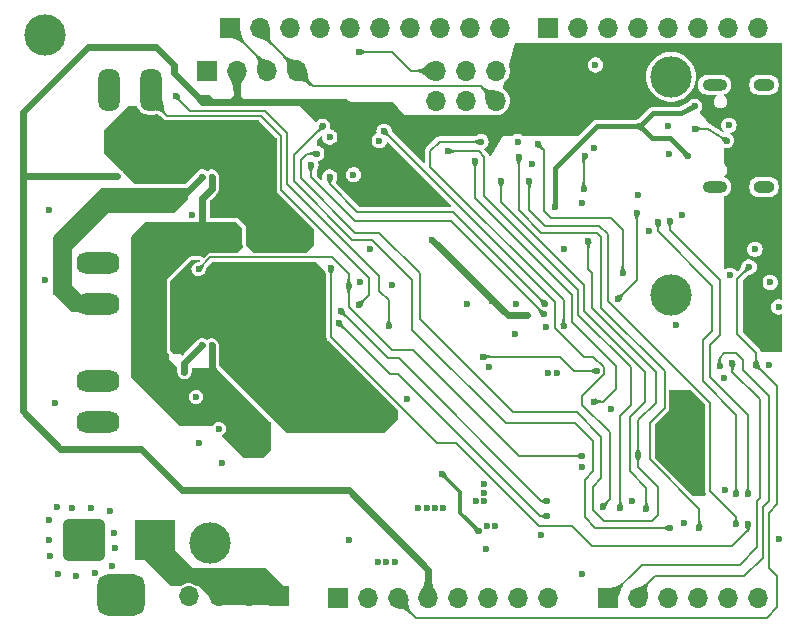
<source format=gbr>
%TF.GenerationSoftware,KiCad,Pcbnew,8.0.5*%
%TF.CreationDate,2024-10-03T19:56:58-04:00*%
%TF.ProjectId,EX-CSB1,45582d43-5342-4312-9e6b-696361645f70,rev?*%
%TF.SameCoordinates,Original*%
%TF.FileFunction,Copper,L4,Bot*%
%TF.FilePolarity,Positive*%
%FSLAX46Y46*%
G04 Gerber Fmt 4.6, Leading zero omitted, Abs format (unit mm)*
G04 Created by KiCad (PCBNEW 8.0.5) date 2024-10-03 19:56:58*
%MOMM*%
%LPD*%
G01*
G04 APERTURE LIST*
G04 Aperture macros list*
%AMRoundRect*
0 Rectangle with rounded corners*
0 $1 Rounding radius*
0 $2 $3 $4 $5 $6 $7 $8 $9 X,Y pos of 4 corners*
0 Add a 4 corners polygon primitive as box body*
4,1,4,$2,$3,$4,$5,$6,$7,$8,$9,$2,$3,0*
0 Add four circle primitives for the rounded corners*
1,1,$1+$1,$2,$3*
1,1,$1+$1,$4,$5*
1,1,$1+$1,$6,$7*
1,1,$1+$1,$8,$9*
0 Add four rect primitives between the rounded corners*
20,1,$1+$1,$2,$3,$4,$5,0*
20,1,$1+$1,$4,$5,$6,$7,0*
20,1,$1+$1,$6,$7,$8,$9,0*
20,1,$1+$1,$8,$9,$2,$3,0*%
G04 Aperture macros list end*
%TA.AperFunction,ComponentPad*%
%ADD10C,3.500000*%
%TD*%
%TA.AperFunction,ComponentPad*%
%ADD11C,0.600000*%
%TD*%
%TA.AperFunction,ComponentPad*%
%ADD12RoundRect,0.720000X-1.080000X0.180000X-1.080000X-0.180000X1.080000X-0.180000X1.080000X0.180000X0*%
%TD*%
%TA.AperFunction,ComponentPad*%
%ADD13R,1.700000X1.700000*%
%TD*%
%TA.AperFunction,ComponentPad*%
%ADD14O,1.700000X1.700000*%
%TD*%
%TA.AperFunction,ComponentPad*%
%ADD15O,2.100000X1.000000*%
%TD*%
%TA.AperFunction,ComponentPad*%
%ADD16O,1.800000X1.000000*%
%TD*%
%TA.AperFunction,ComponentPad*%
%ADD17RoundRect,0.720000X0.180000X1.080000X-0.180000X1.080000X-0.180000X-1.080000X0.180000X-1.080000X0*%
%TD*%
%TA.AperFunction,ComponentPad*%
%ADD18C,0.550000*%
%TD*%
%TA.AperFunction,ComponentPad*%
%ADD19C,0.500000*%
%TD*%
%TA.AperFunction,ComponentPad*%
%ADD20R,3.500000X3.500000*%
%TD*%
%TA.AperFunction,ComponentPad*%
%ADD21RoundRect,0.350000X-1.400000X-1.400000X1.400000X-1.400000X1.400000X1.400000X-1.400000X1.400000X0*%
%TD*%
%TA.AperFunction,ComponentPad*%
%ADD22RoundRect,0.875000X-1.125000X-0.875000X1.125000X-0.875000X1.125000X0.875000X-1.125000X0.875000X0*%
%TD*%
%TA.AperFunction,ViaPad*%
%ADD23C,0.600000*%
%TD*%
%TA.AperFunction,Conductor*%
%ADD24C,0.600000*%
%TD*%
%TA.AperFunction,Conductor*%
%ADD25C,0.200000*%
%TD*%
%TA.AperFunction,Conductor*%
%ADD26C,0.300000*%
%TD*%
%TA.AperFunction,Conductor*%
%ADD27C,0.500000*%
%TD*%
%TA.AperFunction,Conductor*%
%ADD28C,0.400000*%
%TD*%
G04 APERTURE END LIST*
D10*
%TO.P,H103,1*%
%TO.N,N/C*%
X56000000Y46500000D03*
%TD*%
D11*
%TO.P,J103,1,Pin_1*%
%TO.N,/out1b*%
X8800000Y21250000D03*
X6200000Y21250000D03*
D12*
X7500000Y20750000D03*
D11*
X8800000Y20250000D03*
X6200000Y20250000D03*
%TO.P,J103,2,Pin_2*%
%TO.N,/out2b*%
X8800000Y17750000D03*
X6200000Y17750000D03*
D12*
X7500000Y17250000D03*
D11*
X8800000Y16750000D03*
X6200000Y16750000D03*
%TD*%
D13*
%TO.P,J108,1,Pin_1*%
%TO.N,unconnected-(J108-Pin_1-Pad1)*%
X27825000Y2370000D03*
D14*
%TO.P,J108,2,Pin_2*%
%TO.N,+3V3*%
X30365000Y2370000D03*
%TO.P,J108,3,Pin_3*%
%TO.N,/reset_n*%
X32905000Y2370000D03*
%TO.P,J108,4,Pin_4*%
%TO.N,+3V3*%
X35445000Y2370000D03*
%TO.P,J108,5,Pin_5*%
%TO.N,+5V*%
X37985000Y2370000D03*
%TO.P,J108,6,Pin_6*%
%TO.N,GND*%
X40525000Y2370000D03*
%TO.P,J108,7,Pin_7*%
X43065000Y2370000D03*
%TO.P,J108,8,Pin_8*%
%TO.N,vin_pin*%
X45605000Y2370000D03*
%TD*%
D10*
%TO.P,H104,1*%
%TO.N,N/C*%
X56000000Y28000000D03*
%TD*%
D15*
%TO.P,J114,S1,SHIELD*%
%TO.N,GND*%
X59685000Y37180000D03*
D16*
X63865000Y37180000D03*
D15*
X59685000Y45820000D03*
D16*
X63865000Y45820000D03*
%TD*%
D13*
%TO.P,J107,1,Pin_1*%
%TO.N,/scl*%
X18685000Y50630000D03*
D14*
%TO.P,J107,2,Pin_2*%
%TO.N,/sda*%
X21225000Y50630000D03*
%TO.P,J107,3,Pin_3*%
%TO.N,/aref*%
X23765000Y50630000D03*
%TO.P,J107,4,Pin_4*%
%TO.N,GND*%
X26305000Y50630000D03*
%TO.P,J107,5,Pin_5*%
%TO.N,/d13*%
X28845000Y50630000D03*
%TO.P,J107,6,Pin_6*%
%TO.N,/d12*%
X31385000Y50630000D03*
%TO.P,J107,7,Pin_7*%
%TO.N,/d11*%
X33925000Y50630000D03*
%TO.P,J107,8,Pin_8*%
%TO.N,/d10*%
X36465000Y50630000D03*
%TO.P,J107,9,Pin_9*%
%TO.N,/brake_c*%
X39005000Y50630000D03*
%TO.P,J107,10,Pin_10*%
%TO.N,/brake_d*%
X41545000Y50630000D03*
%TD*%
D11*
%TO.P,J110,1,Pin_1*%
%TO.N,/Booster-C*%
X12450000Y44100000D03*
X12450000Y46700000D03*
D17*
X11950000Y45400000D03*
D11*
X11450000Y44100000D03*
X11450000Y46700000D03*
%TO.P,J110,2,Pin_2*%
%TO.N,/Booster-D*%
X8950000Y44100000D03*
X8950000Y46700000D03*
D17*
X8450000Y45400000D03*
D11*
X7950000Y44100000D03*
X7950000Y46700000D03*
%TD*%
D18*
%TO.P,U101,10,OUT2*%
%TO.N,/out2b*%
X16300000Y23750000D03*
%TO.P,U101,11,VM*%
%TO.N,VM*%
X17100000Y23750000D03*
D19*
%TO.P,U101,17,GND*%
%TO.N,GND*%
X20400000Y26950000D03*
X19800000Y26950000D03*
X19200000Y26950000D03*
X18600000Y26950000D03*
X18000000Y26950000D03*
X17400000Y26950000D03*
X16800000Y26950000D03*
X16200000Y26950000D03*
X15600000Y26950000D03*
X20000000Y26250000D03*
X16000000Y26200000D03*
X20000000Y25500000D03*
X18000000Y25500000D03*
X16000000Y25450000D03*
X15570000Y25000000D03*
X20000000Y24750000D03*
X16010000Y24520000D03*
X15470000Y24340000D03*
X20400000Y24050000D03*
X19700000Y24050000D03*
X19100000Y24050000D03*
X18500000Y24050000D03*
X17900000Y24050000D03*
%TD*%
D13*
%TO.P,J106,1,Pin_1*%
%TO.N,+3V3*%
X43700000Y47000000D03*
D14*
%TO.P,J106,2,Pin_2*%
X43700000Y44460000D03*
%TO.P,J106,3,Pin_3*%
%TO.N,/sda*%
X41160000Y47000000D03*
%TO.P,J106,4,Pin_4*%
X41160000Y44460000D03*
%TO.P,J106,5,Pin_5*%
%TO.N,GND*%
X38620000Y47000000D03*
%TO.P,J106,6,Pin_6*%
X38620000Y44460000D03*
%TO.P,J106,7,Pin_7*%
%TO.N,/scl*%
X36080000Y47000000D03*
%TO.P,J106,8,Pin_8*%
X36080000Y44460000D03*
%TD*%
D11*
%TO.P,J101,1,Pin_1*%
%TO.N,/out1a*%
X8800000Y31250000D03*
X6200000Y31250000D03*
D12*
X7500000Y30750000D03*
D11*
X8800000Y30250000D03*
X6200000Y30250000D03*
%TO.P,J101,2,Pin_2*%
%TO.N,/out2a*%
X8800000Y27750000D03*
X6200000Y27750000D03*
D12*
X7500000Y27250000D03*
D11*
X8800000Y26750000D03*
X6200000Y26750000D03*
%TD*%
D10*
%TO.P,H101,1*%
%TO.N,N/C*%
X3000000Y50000000D03*
%TD*%
%TO.P,H102,1*%
%TO.N,N/C*%
X17000000Y7000000D03*
%TD*%
D13*
%TO.P,J113,1,Pin_1*%
%TO.N,/d7*%
X45605000Y50630000D03*
D14*
%TO.P,J113,2,Pin_2*%
%TO.N,/d6*%
X48145000Y50630000D03*
%TO.P,J113,3,Pin_3*%
%TO.N,/d5*%
X50685000Y50630000D03*
%TO.P,J113,4,Pin_4*%
%TO.N,/d4*%
X53225000Y50630000D03*
%TO.P,J113,5,Pin_5*%
%TO.N,/d3*%
X55765000Y50630000D03*
%TO.P,J113,6,Pin_6*%
%TO.N,/d2*%
X58305000Y50630000D03*
%TO.P,J113,7,Pin_7*%
%TO.N,/USB_TX*%
X60845000Y50630000D03*
%TO.P,J113,8,Pin_8*%
%TO.N,/USB_RX*%
X63385000Y50630000D03*
%TD*%
D13*
%TO.P,J204,1,Pin_1*%
%TO.N,/Power/v_conn*%
X22765000Y2500000D03*
D14*
%TO.P,J204,2,Pin_2*%
X20225000Y2500000D03*
%TO.P,J204,3,Pin_3*%
X17685000Y2500000D03*
%TO.P,J204,4,Pin_4*%
%TO.N,GND*%
X15145000Y2500000D03*
%TD*%
D13*
%TO.P,J112,1,Pin_1*%
%TO.N,/a0*%
X50685000Y2370000D03*
D14*
%TO.P,J112,2,Pin_2*%
%TO.N,/a1*%
X53225000Y2370000D03*
%TO.P,J112,3,Pin_3*%
%TO.N,/a2*%
X55765000Y2370000D03*
%TO.P,J112,4,Pin_4*%
%TO.N,/a3*%
X58305000Y2370000D03*
%TO.P,J112,5,Pin_5*%
%TO.N,/a4*%
X60845000Y2370000D03*
%TO.P,J112,6,Pin_6*%
%TO.N,/a5*%
X63385000Y2370000D03*
%TD*%
D11*
%TO.P,J201,1*%
%TO.N,/Power/v_conn*%
X10900000Y8700000D03*
X10900000Y7300000D03*
X10900000Y5900000D03*
D20*
X12300000Y7300000D03*
D11*
X13700000Y8700000D03*
X13700000Y7300000D03*
X13700000Y5900000D03*
%TO.P,J201,2*%
%TO.N,GND*%
X4900000Y8700000D03*
X4900000Y7300000D03*
X4900000Y5900000D03*
D21*
X6300000Y7300000D03*
D11*
X7700000Y8700000D03*
X7700000Y7300000D03*
X7700000Y5900000D03*
D22*
%TO.P,J201,MP,MountPin*%
X9400000Y2600000D03*
%TD*%
D18*
%TO.P,U102,10,OUT2*%
%TO.N,/out2a*%
X16300000Y38050000D03*
%TO.P,U102,11,VM*%
%TO.N,VM*%
X17100000Y38050000D03*
D19*
%TO.P,U102,17,GND*%
%TO.N,GND*%
X20400000Y41250000D03*
X19800000Y41250000D03*
X19200000Y41250000D03*
X18600000Y41250000D03*
X18000000Y41250000D03*
X17400000Y41250000D03*
X16800000Y41250000D03*
X16200000Y41250000D03*
X15600000Y41250000D03*
X20000000Y40550000D03*
X16000000Y40500000D03*
X20000000Y39800000D03*
X18000000Y39800000D03*
X16000000Y39750000D03*
X15570000Y39300000D03*
X20000000Y39050000D03*
X16010000Y38820000D03*
X15470000Y38640000D03*
X20400000Y38350000D03*
X19700000Y38350000D03*
X19100000Y38350000D03*
X18500000Y38350000D03*
X17900000Y38350000D03*
%TD*%
D13*
%TO.P,J111,1,Pin_1*%
%TO.N,GND*%
X16700000Y47025000D03*
D14*
%TO.P,J111,2,Pin_2*%
%TO.N,+3V3*%
X19240000Y47025000D03*
%TO.P,J111,3,Pin_3*%
%TO.N,/scl*%
X21780000Y47025000D03*
%TO.P,J111,4,Pin_4*%
%TO.N,/sda*%
X24320000Y47025000D03*
%TD*%
D23*
%TO.N,GND*%
X13700000Y40500000D03*
X31200000Y5400000D03*
X27100000Y41400000D03*
X56900000Y34800000D03*
X36000000Y10000000D03*
X45600000Y21400000D03*
X24200000Y17000000D03*
X5300000Y10000000D03*
X24700000Y18700000D03*
X60900000Y42400000D03*
X57000000Y18900000D03*
X40200000Y11300000D03*
X17700000Y16700000D03*
X32400000Y28900000D03*
X39500000Y10600000D03*
X3300000Y9000000D03*
X28700000Y18700000D03*
X3300000Y35200000D03*
X40400000Y8500000D03*
X42800000Y24700000D03*
X50900000Y18400000D03*
X41100000Y8500000D03*
X56300000Y17200000D03*
X48500000Y4400000D03*
X24700000Y19900000D03*
X46900000Y31900000D03*
X56300000Y15800000D03*
X46300000Y21400000D03*
X63100000Y31900000D03*
X57700000Y15800000D03*
X40600000Y21900000D03*
X65100000Y27000000D03*
X8900000Y6600000D03*
X22300000Y33500000D03*
X29700000Y29100000D03*
X32600000Y5400000D03*
X65100000Y7400000D03*
X14500000Y38100000D03*
X56200000Y18900000D03*
X33600000Y19200000D03*
X55600000Y14000000D03*
X5600000Y4200000D03*
X18000000Y13831371D03*
X42900000Y27300000D03*
X14900000Y23700000D03*
X49600000Y47500000D03*
X57700000Y17200000D03*
X35300000Y10000000D03*
X36700000Y10000000D03*
X15400000Y34800000D03*
X15800000Y19400000D03*
X22800000Y21700000D03*
X53200000Y36500000D03*
X31300000Y41100000D03*
X25500000Y32700000D03*
X8700000Y5100000D03*
X45400000Y25300000D03*
X6900000Y10000000D03*
X3400000Y5900000D03*
X24800000Y26600000D03*
X45000000Y7700000D03*
X30500000Y31900000D03*
X9000000Y39900000D03*
X22300000Y27200000D03*
X57100000Y8700000D03*
X26600000Y23100000D03*
X40200000Y12000000D03*
X31900000Y5400000D03*
X29100000Y38200000D03*
X64300000Y22100000D03*
X56700000Y14000000D03*
X16000000Y15500000D03*
X56400000Y25500000D03*
X3300000Y7300000D03*
X61000000Y29700000D03*
X60600000Y11500000D03*
X49500000Y40500000D03*
X57700000Y14000000D03*
X28100000Y21200000D03*
X60500000Y21000000D03*
X48500000Y13500000D03*
X55800000Y40000000D03*
X40200000Y10600000D03*
X58500000Y14000000D03*
X52700000Y10600000D03*
X54100000Y33400000D03*
X7200000Y4500000D03*
X64400000Y29100000D03*
X34600000Y10000000D03*
X55700000Y42300000D03*
X22300000Y32500000D03*
X31400000Y19200000D03*
X44200000Y39100000D03*
X13900000Y24900000D03*
X28700000Y7300000D03*
X8800000Y7900000D03*
X40300000Y6500000D03*
X38700000Y27300000D03*
X4100000Y4400000D03*
X58000000Y18900000D03*
X48500000Y35800000D03*
X4000000Y10100000D03*
X3000000Y29300000D03*
X8500000Y9700000D03*
X43000000Y41000000D03*
X3800000Y18900000D03*
%TO.N,VM*%
X17700000Y33200000D03*
X19900000Y15700000D03*
X15600000Y33200000D03*
X19100000Y33200000D03*
X18400000Y33200000D03*
X20600000Y15700000D03*
X20599999Y15000000D03*
X16300000Y33200000D03*
X21300000Y15700000D03*
X21299999Y15000000D03*
X19900000Y15000000D03*
X17000000Y33200000D03*
%TO.N,/out2a*%
X12600000Y35800000D03*
X14000000Y35800000D03*
X13300000Y35800000D03*
%TO.N,/out2b*%
X14800000Y21500000D03*
%TO.N,/a0*%
X61200000Y22300000D03*
%TO.N,/a1*%
X60100000Y22000000D03*
%TO.N,/sda*%
X43100000Y39700000D03*
X58400000Y8300000D03*
%TO.N,/scl*%
X61500000Y8600000D03*
X29600000Y48600000D03*
X44000000Y37700000D03*
%TO.N,/d3*%
X53100000Y35000000D03*
X51500000Y27700000D03*
%TO.N,/d7*%
X51900000Y29900000D03*
X44700000Y40800000D03*
%TO.N,/d11*%
X51700000Y10000000D03*
X37100000Y40200000D03*
%TO.N,/Power/bst*%
X39700000Y8000000D03*
X36600000Y12900000D03*
%TO.N,/d12*%
X41600000Y37700000D03*
X53900000Y9900000D03*
%TO.N,/d13*%
X50200000Y10100000D03*
X31700000Y41900000D03*
%TO.N,/sen_b*%
X16000000Y30200000D03*
X48500000Y14400000D03*
X28700000Y28800000D03*
%TO.N,/fault_n_a*%
X26500000Y42300000D03*
X55900000Y8300000D03*
%TO.N,/fault_n_b*%
X62500000Y8600000D03*
X27200000Y30300000D03*
%TO.N,/en{slash}in1a*%
X45200000Y26400000D03*
X25500000Y39000000D03*
%TO.N,/en{slash}in1b*%
X27850000Y25650000D03*
X45500000Y9300000D03*
%TO.N,/ph{slash}in2b*%
X45500000Y10600000D03*
X28050000Y26650000D03*
%TO.N,/nSleepa*%
X45300000Y27300000D03*
X27100000Y38000000D03*
%TO.N,/nSleepb*%
X49700000Y21600000D03*
X40100000Y22800000D03*
%TO.N,+3V3*%
X35800000Y32700000D03*
X31400000Y36100000D03*
X9100000Y38100000D03*
X30000000Y42100000D03*
X43800000Y26300000D03*
X31400000Y37000000D03*
X29900000Y36500000D03*
X16800000Y44700000D03*
X62700000Y29100000D03*
X40800000Y27500000D03*
X63400000Y29600000D03*
%TO.N,/reset_n*%
X63200000Y22100000D03*
X62600000Y30400000D03*
%TO.N,VBUS*%
X57400000Y39800000D03*
X46200000Y35500000D03*
X58000000Y44000000D03*
X53400000Y42300000D03*
%TO.N,/usb_d-*%
X60700000Y41100000D03*
X58000000Y42100000D03*
%TO.N,/USB_RX*%
X55900000Y34300000D03*
X62500000Y11200000D03*
%TO.N,/USB_TX*%
X61500000Y11200000D03*
X54900000Y34200000D03*
%TO.N,/DTR*%
X48600000Y37000000D03*
X48700000Y39800000D03*
%TO.N,/brake_d*%
X46900000Y25400000D03*
X39900000Y41000000D03*
%TO.N,/brake_c*%
X39400000Y39400000D03*
X49465686Y19000000D03*
%TO.N,/IO0_boot_option*%
X53200000Y14500000D03*
X49000000Y32600000D03*
X26000000Y40000000D03*
%TO.N,/opto_anode*%
X32100000Y25400000D03*
X14100000Y44900000D03*
%TO.N,/Booster-C*%
X29600000Y27200000D03*
%TD*%
D24*
%TO.N,VM*%
X17100000Y38050000D02*
X17100000Y37000000D01*
X16300000Y36200000D02*
X17100000Y37000000D01*
X17100000Y23750000D02*
X17100000Y21400000D01*
X16300000Y33200000D02*
X16300000Y36200000D01*
%TO.N,/out2a*%
X14000000Y35700000D02*
X13900000Y35600000D01*
X15550000Y37250000D02*
X16300000Y38000000D01*
X15550000Y37250000D02*
X14200000Y35900000D01*
X14200000Y35900000D02*
X14000000Y35900000D01*
X14000000Y35900000D02*
X14000000Y35700000D01*
X16300000Y38000000D02*
X16300000Y38050000D01*
%TO.N,/out2b*%
X14800000Y21500000D02*
X14800000Y22250000D01*
X14800000Y22250000D02*
X16300000Y23750000D01*
D25*
%TO.N,/a0*%
X63500000Y10800000D02*
X63500000Y19200000D01*
X50685000Y2385000D02*
X53500000Y5200000D01*
X63250000Y6650000D02*
X63250000Y10550000D01*
X53500000Y5200000D02*
X61800000Y5200000D01*
X61800000Y5200000D02*
X63250000Y6650000D01*
X63250000Y10550000D02*
X63500000Y10800000D01*
X63500000Y19200000D02*
X61200000Y21500000D01*
X61200000Y21500000D02*
X61200000Y22300000D01*
%TO.N,/a1*%
X53225000Y2825000D02*
X54600000Y4200000D01*
X60100000Y22700000D02*
X60100000Y22000000D01*
X54600000Y4200000D02*
X62200000Y4200000D01*
X61500000Y23100000D02*
X60500000Y23100000D01*
X61500000Y23100000D02*
X62100000Y22500000D01*
X63750000Y10050000D02*
X64300000Y10600000D01*
X62200000Y4200000D02*
X63750000Y5750000D01*
X63750000Y5750000D02*
X63750000Y10050000D01*
X64300000Y10600000D02*
X64300000Y19500000D01*
X64300000Y19500000D02*
X62100000Y21700000D01*
X60500000Y23100000D02*
X60100000Y22700000D01*
X62100000Y21700000D02*
X62100000Y22500000D01*
%TO.N,/sda*%
X50100000Y32900000D02*
X50100000Y26900000D01*
X50100000Y26900000D02*
X55450000Y21550000D01*
X58400000Y9900000D02*
X58400000Y8300000D01*
X43100000Y35200000D02*
X45000000Y33300000D01*
X41160000Y44460000D02*
X39920000Y45700000D01*
X25645000Y45700000D02*
X24320000Y47025000D01*
X39920000Y45700000D02*
X25645000Y45700000D01*
X49700000Y33300000D02*
X50100000Y32900000D01*
X45000000Y33300000D02*
X49700000Y33300000D01*
X54200000Y14100000D02*
X58400000Y9900000D01*
X55450000Y21550000D02*
X55450000Y18450000D01*
X43100000Y39700000D02*
X43100000Y35200000D01*
X54200000Y17200000D02*
X54200000Y14100000D01*
X21225000Y50275000D02*
X24320000Y47180000D01*
X55450000Y18450000D02*
X54200000Y17200000D01*
%TO.N,/scl*%
X32380000Y48600000D02*
X33980000Y47000000D01*
X50650000Y27550000D02*
X50650000Y33150000D01*
X50650000Y33150000D02*
X49900000Y33900000D01*
X45300000Y33900000D02*
X44000000Y35200000D01*
X61500000Y9200000D02*
X59300000Y11400000D01*
X49900000Y33900000D02*
X45300000Y33900000D01*
X36080000Y47000000D02*
X33980000Y47000000D01*
X44000000Y35200000D02*
X44000000Y37700000D01*
X29600000Y48600000D02*
X32380000Y48600000D01*
X59300000Y18900000D02*
X50650000Y27550000D01*
X61500000Y8600000D02*
X61500000Y9200000D01*
X59300000Y11400000D02*
X59300000Y18900000D01*
X18685000Y50515000D02*
X21780000Y47420000D01*
%TO.N,/d3*%
X53100000Y29300000D02*
X51500000Y27700000D01*
X53100000Y35000000D02*
X53100000Y29300000D01*
%TO.N,/d7*%
X44700000Y40800000D02*
X45200000Y40300000D01*
X45200000Y35100000D02*
X45800000Y34500000D01*
X45800000Y34500000D02*
X50900000Y34500000D01*
X51900000Y33500000D02*
X50900000Y34500000D01*
X51900000Y29900000D02*
X51900000Y33500000D01*
X45200000Y40300000D02*
X45200000Y35100000D01*
%TO.N,/d11*%
X40200000Y36400000D02*
X40200000Y39700000D01*
X39700000Y40200000D02*
X37100000Y40200000D01*
X48150000Y26350000D02*
X48150000Y28450000D01*
X52600000Y18700000D02*
X52600000Y21900000D01*
X48150000Y28450000D02*
X40200000Y36400000D01*
X40200000Y39700000D02*
X39700000Y40200000D01*
X51700000Y17800000D02*
X52600000Y18700000D01*
X51700000Y10000000D02*
X51700000Y17800000D01*
X52600000Y21900000D02*
X48150000Y26350000D01*
D26*
%TO.N,/Power/bst*%
X38150000Y9550000D02*
X38150000Y11350000D01*
X38150000Y11350000D02*
X36600000Y12900000D01*
X39700000Y8000000D02*
X38150000Y9550000D01*
D25*
%TO.N,/d12*%
X41600000Y35900000D02*
X41600000Y37700000D01*
X53800000Y21500000D02*
X48650000Y26650000D01*
X52500000Y13100000D02*
X52500000Y17700000D01*
X53900000Y9900000D02*
X53900000Y11700000D01*
X52500000Y17700000D02*
X53800000Y19000000D01*
X48650000Y28850000D02*
X41600000Y35900000D01*
X48650000Y26650000D02*
X48650000Y28850000D01*
X53900000Y11700000D02*
X52500000Y13100000D01*
X53800000Y19000000D02*
X53800000Y21500000D01*
%TO.N,/d13*%
X31700000Y41900000D02*
X46150000Y27450000D01*
X50850000Y16400000D02*
X50850000Y10750000D01*
X49400000Y22800000D02*
X50300000Y21900000D01*
X48500000Y19500000D02*
X48500000Y18750000D01*
X50300000Y21900000D02*
X50300000Y21300000D01*
X48600000Y22800000D02*
X49400000Y22800000D01*
X50850000Y10750000D02*
X50200000Y10100000D01*
X46150000Y27450000D02*
X46150000Y25250000D01*
X50300000Y21300000D02*
X48500000Y19500000D01*
X48500000Y18750000D02*
X50850000Y16400000D01*
X46150000Y25250000D02*
X48600000Y22800000D01*
%TO.N,/sen_b*%
X17000000Y31200000D02*
X16000000Y30200000D01*
X28700000Y28800000D02*
X28700000Y29800000D01*
X32350000Y23350000D02*
X28700000Y27000000D01*
X28700000Y27000000D02*
X28700000Y28800000D01*
X43100000Y14400000D02*
X34150000Y23350000D01*
X48500000Y14400000D02*
X43100000Y14400000D01*
X27300000Y31200000D02*
X17000000Y31200000D01*
X34150000Y23350000D02*
X32350000Y23350000D01*
X28700000Y29800000D02*
X27300000Y31200000D01*
%TO.N,/fault_n_a*%
X34100000Y25100000D02*
X34100000Y29300000D01*
X24050000Y37650000D02*
X24050000Y39850000D01*
X48700000Y12400000D02*
X49400000Y13100000D01*
X49400000Y13100000D02*
X49400000Y15700000D01*
X42000000Y17200000D02*
X34100000Y25100000D01*
X49400000Y15700000D02*
X47900000Y17200000D01*
X24050000Y39850000D02*
X26500000Y42300000D01*
X55900000Y8300000D02*
X49600000Y8300000D01*
X30700000Y32700000D02*
X29000000Y32700000D01*
X47900000Y17200000D02*
X42000000Y17200000D01*
X29000000Y32700000D02*
X24050000Y37650000D01*
X34100000Y29300000D02*
X30700000Y32700000D01*
X49600000Y8300000D02*
X48700000Y9200000D01*
X48700000Y9200000D02*
X48700000Y12400000D01*
%TO.N,/fault_n_b*%
X37800000Y15500000D02*
X44800000Y8500000D01*
X27200000Y24500000D02*
X36200000Y15500000D01*
X47600000Y8500000D02*
X49300000Y6800000D01*
X44800000Y8500000D02*
X47600000Y8500000D01*
X36200000Y15500000D02*
X37800000Y15500000D01*
X61200000Y6800000D02*
X62500000Y8100000D01*
X49300000Y6800000D02*
X61200000Y6800000D01*
X27200000Y30300000D02*
X27200000Y24500000D01*
X62500000Y8100000D02*
X62500000Y8600000D01*
%TO.N,/en{slash}in1a*%
X25500000Y39000000D02*
X25500000Y38000000D01*
X37350000Y34250000D02*
X45200000Y26400000D01*
X25500000Y38000000D02*
X29250000Y34250000D01*
X29250000Y34250000D02*
X37350000Y34250000D01*
%TO.N,/en{slash}in1b*%
X32200000Y21300000D02*
X32900000Y21300000D01*
X27850000Y25650000D02*
X32200000Y21300000D01*
X32900000Y21300000D02*
X44900000Y9300000D01*
X44900000Y9300000D02*
X45500000Y9300000D01*
%TO.N,/ph{slash}in2b*%
X32950000Y22650000D02*
X32050000Y22650000D01*
X45000000Y10600000D02*
X32950000Y22650000D01*
X45500000Y10600000D02*
X45000000Y10600000D01*
X32050000Y22650000D02*
X28050000Y26650000D01*
%TO.N,/nSleepa*%
X29450000Y35050000D02*
X37550000Y35050000D01*
X27100000Y38000000D02*
X27100000Y37400000D01*
X27100000Y37400000D02*
X29450000Y35050000D01*
X37550000Y35050000D02*
X45300000Y27300000D01*
%TO.N,/nSleepb*%
X47800000Y21600000D02*
X49700000Y21600000D01*
X47800000Y21600000D02*
X46600000Y22800000D01*
X46600000Y22800000D02*
X40100000Y22800000D01*
D24*
%TO.N,+3V3*%
X64500000Y30900000D02*
X63400000Y29800000D01*
X35445000Y4755000D02*
X35445000Y2370000D01*
X16300000Y44400000D02*
X18300000Y44400000D01*
X14600000Y11500000D02*
X28700000Y11500000D01*
X30000000Y40400000D02*
X31400000Y39000000D01*
X30200000Y40600000D02*
X30200000Y42600000D01*
X29800000Y43000000D02*
X30200000Y42600000D01*
X30000000Y42100000D02*
X30700000Y42800000D01*
X30000000Y42100000D02*
X30000000Y40800000D01*
X28400000Y44400000D02*
X29800000Y43000000D01*
X18300000Y44400000D02*
X17100000Y44400000D01*
X63400000Y29800000D02*
X63400000Y29600000D01*
X31300000Y39500000D02*
X31150000Y39650000D01*
X18300000Y44400000D02*
X18800000Y44400000D01*
X31300000Y39500000D02*
X31300000Y36200000D01*
X31400000Y37000000D02*
X31400000Y39400000D01*
X19240000Y44760000D02*
X19160000Y44760000D01*
X11100000Y15000000D02*
X14600000Y11500000D01*
D27*
X31400000Y36100000D02*
X31400000Y37000000D01*
D24*
X30000000Y42100000D02*
X30000000Y42800000D01*
X62000000Y35600000D02*
X64500000Y33100000D01*
X31200000Y42800000D02*
X39940000Y42800000D01*
X13900000Y47500000D02*
X12400000Y49000000D01*
X16000000Y44700000D02*
X13900000Y46800000D01*
X19240000Y47025000D02*
X19240000Y44760000D01*
X18800000Y44400000D02*
X19600000Y44400000D01*
X1100000Y18200000D02*
X4300000Y15000000D01*
X30200000Y42600000D02*
X30400000Y42800000D01*
X13900000Y46800000D02*
X13900000Y47500000D01*
X31150000Y39650000D02*
X31150000Y36350000D01*
X6600000Y49000000D02*
X1100000Y43500000D01*
X19160000Y44760000D02*
X18800000Y44400000D01*
X16000000Y44700000D02*
X16800000Y44700000D01*
X48560000Y44460000D02*
X53200000Y49100000D01*
X30000000Y42800000D02*
X29800000Y43000000D01*
X30700000Y42800000D02*
X31200000Y42800000D01*
X30000000Y40800000D02*
X30000000Y40400000D01*
X12400000Y49000000D02*
X6600000Y49000000D01*
X31150000Y39650000D02*
X30200000Y40600000D01*
X17100000Y44400000D02*
X16800000Y44700000D01*
X31400000Y39400000D02*
X31300000Y39500000D01*
X53200000Y49100000D02*
X59500000Y49100000D01*
X31150000Y36350000D02*
X31400000Y36100000D01*
X30400000Y42800000D02*
X30700000Y42800000D01*
X31200000Y42800000D02*
X30000000Y42800000D01*
X64500000Y33100000D02*
X64500000Y30900000D01*
X30000000Y40800000D02*
X30200000Y40600000D01*
X19240000Y44760000D02*
X19600000Y44400000D01*
X42200000Y26300000D02*
X43800000Y26300000D01*
X35800000Y32700000D02*
X42200000Y26300000D01*
X4300000Y15000000D02*
X11100000Y15000000D01*
X31300000Y36200000D02*
X31400000Y36100000D01*
X28700000Y11500000D02*
X35445000Y4755000D01*
X19600000Y44400000D02*
X28400000Y44400000D01*
X9100000Y38100000D02*
X1200000Y38100000D01*
X59500000Y49100000D02*
X62000000Y46600000D01*
X1100000Y43500000D02*
X1100000Y18200000D01*
X16000000Y44700000D02*
X16300000Y44400000D01*
X62000000Y46600000D02*
X62000000Y35600000D01*
D25*
%TO.N,/reset_n*%
X64300000Y4900000D02*
X65000000Y4200000D01*
X65000000Y4200000D02*
X65000000Y1600000D01*
X64100000Y700000D02*
X34400000Y700000D01*
X63200000Y23100000D02*
X61600000Y24700000D01*
X61600000Y24700000D02*
X61600000Y29400000D01*
X65000000Y20300000D02*
X65000000Y10300000D01*
X34400000Y700000D02*
X32905000Y2195000D01*
X61600000Y29400000D02*
X62600000Y30400000D01*
X63200000Y22100000D02*
X65000000Y20300000D01*
X63200000Y22100000D02*
X63200000Y23100000D01*
X65000000Y1600000D02*
X64100000Y700000D01*
X65000000Y10300000D02*
X64300000Y9600000D01*
X64300000Y9600000D02*
X64300000Y4900000D01*
D28*
%TO.N,VBUS*%
X55900000Y41300000D02*
X57400000Y39800000D01*
X49700000Y42300000D02*
X53400000Y42300000D01*
X54500000Y43400000D02*
X53400000Y42300000D01*
X56800000Y43400000D02*
X54500000Y43400000D01*
X54400000Y41300000D02*
X53400000Y42300000D01*
X46200000Y38800000D02*
X49700000Y42300000D01*
X54400000Y41300000D02*
X55900000Y41300000D01*
X58000000Y44000000D02*
X56800000Y43400000D01*
X46200000Y35500000D02*
X46200000Y38800000D01*
D25*
%TO.N,/usb_d-*%
X60700000Y41100000D02*
X59100000Y42100000D01*
X59100000Y42100000D02*
X58000000Y42100000D01*
%TO.N,/USB_RX*%
X59300000Y23800000D02*
X59300000Y21100000D01*
X60100000Y29300000D02*
X60100000Y24600000D01*
X55900000Y34300000D02*
X55900000Y33500000D01*
X62500000Y17900000D02*
X62500000Y11200000D01*
X55900000Y33500000D02*
X60100000Y29300000D01*
X60100000Y24600000D02*
X59300000Y23800000D01*
X59300000Y21100000D02*
X62500000Y17900000D01*
%TO.N,/USB_TX*%
X59500000Y25000000D02*
X58700000Y24200000D01*
X54900000Y34200000D02*
X54900000Y33400000D01*
X59500000Y28800000D02*
X59500000Y25000000D01*
X58700000Y24200000D02*
X58700000Y20700000D01*
X54900000Y33400000D02*
X59500000Y28800000D01*
X61500000Y17900000D02*
X61500000Y11200000D01*
X58700000Y20700000D02*
X61500000Y17900000D01*
%TO.N,/DTR*%
X48600000Y39700000D02*
X48700000Y39800000D01*
X48600000Y37000000D02*
X48600000Y39700000D01*
%TO.N,/brake_d*%
X39900000Y41000000D02*
X36400000Y41000000D01*
X35600000Y38900000D02*
X46900000Y27600000D01*
X36400000Y41000000D02*
X35600000Y40200000D01*
X46900000Y27600000D02*
X46900000Y25400000D01*
X35600000Y40200000D02*
X35600000Y38900000D01*
%TO.N,/brake_c*%
X39400000Y39400000D02*
X39400000Y36200000D01*
X51300000Y20100000D02*
X50200000Y19000000D01*
X51300000Y22000000D02*
X51300000Y20100000D01*
X47600000Y28000000D02*
X47600000Y25700000D01*
X50200000Y19000000D02*
X49465686Y19000000D01*
X47600000Y25700000D02*
X51300000Y22000000D01*
X39400000Y36200000D02*
X47600000Y28000000D01*
%TO.N,/IO0_boot_option*%
X34700000Y29900000D02*
X31300000Y33300000D01*
X42600000Y18100000D02*
X34700000Y26000000D01*
X24625000Y39425000D02*
X25200000Y40000000D01*
X24625000Y37925000D02*
X24625000Y39425000D01*
X34700000Y26000000D02*
X34700000Y29900000D01*
X50100000Y16000000D02*
X48000000Y18100000D01*
X25200000Y40000000D02*
X26000000Y40000000D01*
X49400000Y9800000D02*
X49400000Y11800000D01*
X53200000Y13500000D02*
X54900000Y11800000D01*
X49300000Y26900000D02*
X54700000Y21500000D01*
X54700000Y18900000D02*
X53200000Y17400000D01*
X54400000Y8900000D02*
X50300000Y8900000D01*
X53200000Y17400000D02*
X53200000Y14500000D01*
X49000000Y32600000D02*
X49000000Y30200000D01*
X54900000Y11800000D02*
X54900000Y9400000D01*
X53200000Y14500000D02*
X53200000Y13500000D01*
X49400000Y11800000D02*
X50100000Y12500000D01*
X50100000Y12500000D02*
X50100000Y16000000D01*
X48000000Y18100000D02*
X42600000Y18100000D01*
X29250000Y33300000D02*
X24625000Y37925000D01*
X49000000Y30200000D02*
X49300000Y29900000D01*
X50300000Y8900000D02*
X49400000Y9800000D01*
X31300000Y33300000D02*
X29250000Y33300000D01*
X49300000Y29900000D02*
X49300000Y26900000D01*
X54700000Y21500000D02*
X54700000Y18900000D01*
X54900000Y9400000D02*
X54400000Y8900000D01*
%TO.N,/opto_anode*%
X23500000Y37400000D02*
X23500000Y41700000D01*
X32100000Y25400000D02*
X32100000Y27600000D01*
X14100000Y44800000D02*
X14100000Y44900000D01*
X23500000Y41700000D02*
X21600000Y43600000D01*
X31300000Y28400000D02*
X32100000Y27600000D01*
X15300000Y43600000D02*
X21600000Y43600000D01*
X23500000Y37400000D02*
X31300000Y29600000D01*
X15300000Y43600000D02*
X14100000Y44800000D01*
X31300000Y28400000D02*
X31300000Y29600000D01*
%TO.N,/Booster-C*%
X23000000Y41500000D02*
X21300000Y43200000D01*
X30400000Y28000000D02*
X30400000Y29500000D01*
X21300000Y43200000D02*
X13350000Y43200000D01*
X30400000Y29500000D02*
X23000000Y36900000D01*
X23000000Y36900000D02*
X23000000Y41500000D01*
X13350000Y43200000D02*
X12450000Y44100000D01*
X29600000Y27200000D02*
X30400000Y28000000D01*
%TD*%
%TA.AperFunction,Conductor*%
%TO.N,GND*%
G36*
X57651913Y19981694D02*
G01*
X58881194Y18752413D01*
X58899500Y18708219D01*
X58899500Y11347275D01*
X58899501Y11347267D01*
X58926791Y11245416D01*
X58926794Y11245409D01*
X58946231Y11211743D01*
X58952474Y11164317D01*
X58936299Y11136300D01*
X58906694Y11106694D01*
X58818305Y11018306D01*
X58774113Y11000000D01*
X57892281Y11000000D01*
X57848087Y11018306D01*
X54618806Y14247587D01*
X54600500Y14291781D01*
X54600500Y17008219D01*
X54618806Y17052413D01*
X55770475Y18204082D01*
X55770480Y18204087D01*
X55823207Y18295412D01*
X55850500Y18397273D01*
X55850500Y18502727D01*
X55850500Y19937500D01*
X55868806Y19981694D01*
X55913000Y20000000D01*
X57607719Y20000000D01*
X57651913Y19981694D01*
G37*
%TD.AperFunction*%
%TD*%
%TA.AperFunction,Conductor*%
%TO.N,GND*%
G36*
X14669004Y22925813D02*
G01*
X14614487Y22898036D01*
X14554055Y22907607D01*
X14510790Y22950872D01*
X14500000Y22995817D01*
X14500000Y22999999D01*
X14500000Y23000000D01*
X14743191Y23000000D01*
X14669004Y22925813D01*
G37*
%TD.AperFunction*%
%TD*%
%TA.AperFunction,Conductor*%
%TO.N,/usb_d-*%
G36*
X58135972Y42364718D02*
G01*
X58136282Y42364567D01*
X58190639Y42337109D01*
X58191186Y42336815D01*
X58245513Y42305651D01*
X58245603Y42305599D01*
X58293925Y42276825D01*
X58340555Y42251390D01*
X58368489Y42239385D01*
X58389953Y42230160D01*
X58389956Y42230160D01*
X58389961Y42230157D01*
X58446659Y42213959D01*
X58515166Y42203629D01*
X58588802Y42200480D01*
X58596919Y42196703D01*
X58600000Y42188791D01*
X58600000Y42011211D01*
X58596573Y42002938D01*
X58588800Y41999522D01*
X58515169Y41996373D01*
X58515163Y41996372D01*
X58446662Y41986043D01*
X58389953Y41969842D01*
X58340564Y41948616D01*
X58340541Y41948604D01*
X58293943Y41923189D01*
X58245643Y41894428D01*
X58245479Y41894332D01*
X58191186Y41863187D01*
X58190639Y41862893D01*
X58136282Y41835434D01*
X58127353Y41834762D01*
X58120564Y41840602D01*
X58120413Y41840912D01*
X58001325Y42095037D01*
X58000918Y42103981D01*
X58001320Y42104953D01*
X58120414Y42359091D01*
X58127026Y42365126D01*
X58135972Y42364718D01*
G37*
%TD.AperFunction*%
%TD*%
%TA.AperFunction,Conductor*%
%TO.N,/brake_d*%
G36*
X46997063Y25996573D02*
G01*
X47000479Y25988800D01*
X47003627Y25915171D01*
X47003628Y25915165D01*
X47013957Y25846664D01*
X47030158Y25789955D01*
X47051389Y25740556D01*
X47051390Y25740554D01*
X47076818Y25693936D01*
X47105572Y25645646D01*
X47105668Y25645482D01*
X47136813Y25591188D01*
X47137107Y25590641D01*
X47164566Y25536283D01*
X47165238Y25527354D01*
X47159398Y25520565D01*
X47159088Y25520414D01*
X46904965Y25401327D01*
X46896019Y25400919D01*
X46895035Y25401327D01*
X46640911Y25520414D01*
X46634874Y25527027D01*
X46635282Y25535973D01*
X46635433Y25536283D01*
X46662899Y25590658D01*
X46663176Y25591173D01*
X46694373Y25645557D01*
X46723175Y25693927D01*
X46748610Y25740556D01*
X46769843Y25789962D01*
X46786041Y25846660D01*
X46796371Y25915167D01*
X46799521Y25988800D01*
X46803298Y25996919D01*
X46811210Y26000000D01*
X46988790Y26000000D01*
X46997063Y25996573D01*
G37*
%TD.AperFunction*%
%TD*%
%TA.AperFunction,Conductor*%
%TO.N,GND*%
G36*
X10798492Y43981694D02*
G01*
X10814106Y43955644D01*
X10822619Y43927580D01*
X10917375Y43750303D01*
X10917379Y43750297D01*
X11044906Y43594906D01*
X11200297Y43467379D01*
X11200299Y43467378D01*
X11200302Y43467376D01*
X11377580Y43372620D01*
X11377582Y43372619D01*
X11569947Y43314266D01*
X11719865Y43299500D01*
X12180134Y43299501D01*
X12330053Y43314266D01*
X12395868Y43334232D01*
X12420289Y43336605D01*
X12459107Y43332682D01*
X12465086Y43331784D01*
X12511176Y43322549D01*
X12516836Y43321136D01*
X12565196Y43306643D01*
X12570407Y43304827D01*
X12621626Y43284392D01*
X12626315Y43282293D01*
X12680577Y43255254D01*
X12684761Y43252965D01*
X12742073Y43218716D01*
X12745707Y43216369D01*
X12807587Y43173243D01*
X12809540Y43171882D01*
X12809464Y43171774D01*
X12819967Y43163640D01*
X13104081Y42879525D01*
X13104090Y42879518D01*
X13195406Y42826796D01*
X13195409Y42826795D01*
X13195412Y42826793D01*
X13195413Y42826793D01*
X13195415Y42826792D01*
X13257742Y42810092D01*
X13297273Y42799500D01*
X13402727Y42799500D01*
X21108219Y42799500D01*
X21152413Y42781194D01*
X22581194Y41352413D01*
X22599500Y41308219D01*
X22599500Y36847275D01*
X22599501Y36847267D01*
X22626791Y36745416D01*
X22626795Y36745407D01*
X22679517Y36654091D01*
X22679524Y36654082D01*
X25781694Y33551913D01*
X25800000Y33507719D01*
X25800000Y32325888D01*
X25781694Y32281694D01*
X25118806Y31618806D01*
X25074612Y31600500D01*
X20725388Y31600500D01*
X20681194Y31618806D01*
X20018306Y32281694D01*
X20000000Y32325888D01*
X20000000Y33800000D01*
X19300000Y34500000D01*
X17062500Y34500000D01*
X17018306Y34518306D01*
X17000000Y34562500D01*
X17000000Y36024878D01*
X17018305Y36069071D01*
X17463569Y36514336D01*
X17463574Y36514339D01*
X17468714Y36519480D01*
X17468716Y36519480D01*
X17580520Y36631284D01*
X17645438Y36743726D01*
X17659577Y36768215D01*
X17700501Y36920943D01*
X17700501Y37079057D01*
X17700501Y37082881D01*
X17700500Y37082899D01*
X17700500Y38129056D01*
X17700498Y38129064D01*
X17659578Y38281781D01*
X17659577Y38281784D01*
X17644708Y38307538D01*
X17580520Y38418716D01*
X17468716Y38530520D01*
X17351275Y38598324D01*
X17331783Y38609578D01*
X17331780Y38609579D01*
X17179063Y38650499D01*
X17179058Y38650500D01*
X17179057Y38650500D01*
X17020943Y38650500D01*
X17020942Y38650500D01*
X17020936Y38650499D01*
X16868219Y38609579D01*
X16868216Y38609578D01*
X16774293Y38555351D01*
X16731284Y38530520D01*
X16731283Y38530520D01*
X16731250Y38530500D01*
X16683824Y38524257D01*
X16668750Y38530500D01*
X16668716Y38530520D01*
X16582113Y38580520D01*
X16531783Y38609578D01*
X16531780Y38609579D01*
X16379063Y38650499D01*
X16379058Y38650500D01*
X16379057Y38650500D01*
X16220943Y38650500D01*
X16220942Y38650500D01*
X16220936Y38650499D01*
X16068219Y38609579D01*
X16068216Y38609578D01*
X15974293Y38555351D01*
X15931284Y38530520D01*
X15931283Y38530519D01*
X15931279Y38530516D01*
X15819484Y38418722D01*
X15819479Y38418716D01*
X15755290Y38307538D01*
X15745358Y38294595D01*
X15181284Y37730519D01*
X14874571Y37423806D01*
X14830377Y37405500D01*
X10620388Y37405500D01*
X10576194Y37423806D01*
X9653595Y38346405D01*
X9643664Y38359346D01*
X9641777Y38362614D01*
X9638159Y38369950D01*
X9624536Y38402841D01*
X9608951Y38423152D01*
X9602862Y38431088D01*
X9598320Y38437885D01*
X9580520Y38468716D01*
X9555345Y38493891D01*
X9549954Y38500038D01*
X9531370Y38524257D01*
X9528282Y38528282D01*
X9528280Y38528284D01*
X9528279Y38528285D01*
X9500032Y38549960D01*
X9493885Y38555351D01*
X9468720Y38580517D01*
X9468712Y38580523D01*
X9437880Y38598324D01*
X9431093Y38602858D01*
X9402841Y38624536D01*
X9369938Y38638165D01*
X9362613Y38641778D01*
X9359345Y38643665D01*
X9346404Y38653596D01*
X8018306Y39981694D01*
X8000000Y40025888D01*
X8000000Y41974112D01*
X8018306Y42018306D01*
X9981694Y43981694D01*
X10025888Y44000000D01*
X10754298Y44000000D01*
X10798492Y43981694D01*
G37*
%TD.AperFunction*%
%TD*%
%TA.AperFunction,Conductor*%
%TO.N,/a0*%
G36*
X61204952Y22298680D02*
G01*
X61459088Y22179588D01*
X61465125Y22172975D01*
X61464717Y22164029D01*
X61464566Y22163719D01*
X61437107Y22109362D01*
X61436813Y22108815D01*
X61405668Y22054522D01*
X61405572Y22054358D01*
X61376818Y22006067D01*
X61351390Y21959449D01*
X61351389Y21959447D01*
X61330158Y21910048D01*
X61313957Y21853338D01*
X61303628Y21784839D01*
X61303627Y21784831D01*
X61300479Y21711200D01*
X61296702Y21703081D01*
X61288790Y21700000D01*
X61111210Y21700000D01*
X61102937Y21703427D01*
X61099521Y21711200D01*
X61096371Y21784829D01*
X61096370Y21784840D01*
X61086041Y21853342D01*
X61069843Y21910040D01*
X61048610Y21959446D01*
X61023175Y22006075D01*
X60994373Y22054446D01*
X60963185Y22108815D01*
X60962891Y22109362D01*
X60935433Y22163719D01*
X60934761Y22172648D01*
X60940601Y22179437D01*
X60940859Y22179564D01*
X61195036Y22298675D01*
X61203981Y22299082D01*
X61204952Y22298680D01*
G37*
%TD.AperFunction*%
%TD*%
%TA.AperFunction,Conductor*%
%TO.N,VBUS*%
G36*
X46396591Y36096573D02*
G01*
X46400018Y36088318D01*
X46400125Y36016960D01*
X46401059Y35945947D01*
X46403627Y35884334D01*
X46408660Y35829490D01*
X46416981Y35778835D01*
X46416987Y35778806D01*
X46429424Y35729696D01*
X46429427Y35729687D01*
X46446826Y35679455D01*
X46465528Y35635934D01*
X46465645Y35626980D01*
X46459743Y35620721D01*
X46204965Y35501327D01*
X46196019Y35500919D01*
X46195035Y35501327D01*
X45940256Y35620721D01*
X45934219Y35627334D01*
X45934470Y35635932D01*
X45953173Y35679455D01*
X45970568Y35729677D01*
X45983014Y35778815D01*
X45991338Y35829491D01*
X45996371Y35884326D01*
X45998939Y35945942D01*
X45999873Y36016960D01*
X45999982Y36088319D01*
X46003421Y36096586D01*
X46011682Y36100000D01*
X46388318Y36100000D01*
X46396591Y36096573D01*
G37*
%TD.AperFunction*%
%TD*%
%TA.AperFunction,Conductor*%
%TO.N,/sda*%
G36*
X25109660Y47309795D02*
G01*
X25115710Y47303193D01*
X25115941Y47302492D01*
X25176126Y47097843D01*
X25176440Y47096475D01*
X25208362Y46905936D01*
X25208475Y46905057D01*
X25224100Y46732306D01*
X25224100Y46732300D01*
X25224101Y46732300D01*
X25238666Y46570430D01*
X25267473Y46412771D01*
X25267474Y46412768D01*
X25325868Y46252169D01*
X25405340Y46120899D01*
X25429192Y46081501D01*
X25585620Y45901865D01*
X25588469Y45893375D01*
X25585070Y45885908D01*
X25459092Y45759930D01*
X25450819Y45756503D01*
X25443135Y45759380D01*
X25263499Y45915808D01*
X25092829Y46019133D01*
X24932229Y46077527D01*
X24774570Y46106334D01*
X24612700Y46120899D01*
X24612700Y46120900D01*
X24612694Y46120900D01*
X24439943Y46136525D01*
X24439064Y46136638D01*
X24248525Y46168560D01*
X24247157Y46168874D01*
X24042508Y46229059D01*
X24035538Y46234681D01*
X24034584Y46243585D01*
X24034815Y46244286D01*
X24037686Y46252171D01*
X24317428Y47020585D01*
X24323476Y47027184D01*
X24324393Y47027564D01*
X25100715Y47310185D01*
X25109660Y47309795D01*
G37*
%TD.AperFunction*%
%TD*%
%TA.AperFunction,Conductor*%
%TO.N,+3V3*%
G36*
X65381194Y49381694D02*
G01*
X65399500Y49337500D01*
X65399500Y27675924D01*
X65381194Y27631730D01*
X65337000Y27613424D01*
X65322043Y27615240D01*
X65178987Y27650500D01*
X65178985Y27650500D01*
X65021015Y27650500D01*
X65021012Y27650500D01*
X64867635Y27612696D01*
X64727759Y27539283D01*
X64609518Y27434532D01*
X64519780Y27304523D01*
X64463761Y27156813D01*
X64444722Y27000004D01*
X64444722Y26999997D01*
X64463761Y26843188D01*
X64463762Y26843184D01*
X64463763Y26843182D01*
X64519780Y26695477D01*
X64609517Y26565470D01*
X64727760Y26460717D01*
X64867635Y26387304D01*
X65021015Y26349500D01*
X65021016Y26349500D01*
X65178984Y26349500D01*
X65178985Y26349500D01*
X65322045Y26384761D01*
X65369333Y26377563D01*
X65397684Y26339034D01*
X65399500Y26324077D01*
X65399500Y23262500D01*
X65381194Y23218306D01*
X65337000Y23200000D01*
X63687555Y23200000D01*
X63643361Y23218306D01*
X63627185Y23246324D01*
X63622965Y23262073D01*
X63619800Y23273884D01*
X63619799Y23273885D01*
X63619799Y23273887D01*
X63560490Y23376614D01*
X62068806Y24868298D01*
X62050500Y24912492D01*
X62050500Y29100004D01*
X63744722Y29100004D01*
X63744722Y29099997D01*
X63763761Y28943188D01*
X63763762Y28943184D01*
X63763763Y28943182D01*
X63819780Y28795477D01*
X63909517Y28665470D01*
X64027760Y28560717D01*
X64167635Y28487304D01*
X64321015Y28449500D01*
X64321016Y28449500D01*
X64478984Y28449500D01*
X64478985Y28449500D01*
X64632365Y28487304D01*
X64772240Y28560717D01*
X64890483Y28665470D01*
X64980220Y28795477D01*
X65036237Y28943182D01*
X65041620Y28987514D01*
X65055278Y29099997D01*
X65055278Y29100004D01*
X65036238Y29256813D01*
X65036237Y29256815D01*
X65036237Y29256818D01*
X64980220Y29404523D01*
X64890483Y29534530D01*
X64872456Y29550500D01*
X64772240Y29639283D01*
X64750437Y29650726D01*
X64632365Y29712696D01*
X64581238Y29725298D01*
X64478987Y29750500D01*
X64478985Y29750500D01*
X64321015Y29750500D01*
X64321012Y29750500D01*
X64167635Y29712696D01*
X64027759Y29639283D01*
X63909518Y29534532D01*
X63819780Y29404523D01*
X63763761Y29256813D01*
X63744722Y29100004D01*
X62050500Y29100004D01*
X62050500Y29187510D01*
X62068805Y29231703D01*
X62469598Y29632497D01*
X62479674Y29640668D01*
X62495118Y29650726D01*
X62532920Y29685431D01*
X62538054Y29689663D01*
X62554198Y29701576D01*
X62560919Y29705897D01*
X62565595Y29708495D01*
X62572791Y29711911D01*
X62579778Y29714697D01*
X62585285Y29716601D01*
X62609971Y29723862D01*
X62612240Y29724482D01*
X62658973Y29736330D01*
X62661347Y29736941D01*
X62661394Y29736953D01*
X62661578Y29737001D01*
X62664812Y29737861D01*
X62725222Y29754229D01*
X62727550Y29754894D01*
X62734276Y29756811D01*
X62734337Y29756830D01*
X62734893Y29756996D01*
X62743874Y29759818D01*
X62801737Y29778841D01*
X62806820Y29780554D01*
X62807147Y29780667D01*
X62807160Y29780673D01*
X62808269Y29781055D01*
X62808299Y29780968D01*
X62814037Y29782788D01*
X62832365Y29787304D01*
X62972240Y29860717D01*
X63090483Y29965470D01*
X63180220Y30095477D01*
X63236237Y30243182D01*
X63238151Y30258944D01*
X63255278Y30399997D01*
X63255278Y30400004D01*
X63236238Y30556813D01*
X63236237Y30556815D01*
X63236237Y30556818D01*
X63180220Y30704523D01*
X63090483Y30834530D01*
X62972240Y30939283D01*
X62832365Y31012696D01*
X62777925Y31026114D01*
X62678987Y31050500D01*
X62678985Y31050500D01*
X62521015Y31050500D01*
X62521012Y31050500D01*
X62367635Y31012696D01*
X62227759Y30939283D01*
X62109518Y30834532D01*
X62019778Y30704520D01*
X61987262Y30618784D01*
X61984177Y30611925D01*
X61978841Y30601750D01*
X61978840Y30601746D01*
X61966492Y30564195D01*
X61965563Y30561567D01*
X61963760Y30556813D01*
X61963409Y30555387D01*
X61962106Y30550852D01*
X61959816Y30543884D01*
X61956866Y30534482D01*
X61956722Y30534000D01*
X61954233Y30525251D01*
X61937841Y30464753D01*
X61936370Y30459146D01*
X61924468Y30412204D01*
X61923845Y30409929D01*
X61916603Y30385308D01*
X61914696Y30379790D01*
X61911904Y30372790D01*
X61908484Y30365589D01*
X61905892Y30360924D01*
X61901551Y30354173D01*
X61893114Y30342738D01*
X61893104Y30342724D01*
X61889666Y30338067D01*
X61885428Y30332924D01*
X61850708Y30295100D01*
X61841166Y30284272D01*
X61836343Y30276165D01*
X61826826Y30263931D01*
X61628021Y30065126D01*
X61583827Y30046820D01*
X61539633Y30065126D01*
X61532390Y30073816D01*
X61517438Y30095478D01*
X61490483Y30134530D01*
X61442979Y30176614D01*
X61372240Y30239283D01*
X61350028Y30250941D01*
X61232365Y30312696D01*
X61172200Y30327525D01*
X61078987Y30350500D01*
X61078985Y30350500D01*
X60921015Y30350500D01*
X60921012Y30350500D01*
X60767635Y30312696D01*
X60627759Y30239283D01*
X60603945Y30218185D01*
X60558726Y30202581D01*
X60515718Y30223522D01*
X60500000Y30264967D01*
X60500000Y31900004D01*
X62444722Y31900004D01*
X62444722Y31899997D01*
X62463761Y31743188D01*
X62463762Y31743184D01*
X62463763Y31743182D01*
X62519780Y31595477D01*
X62609517Y31465470D01*
X62727760Y31360717D01*
X62867635Y31287304D01*
X63021015Y31249500D01*
X63021016Y31249500D01*
X63178984Y31249500D01*
X63178985Y31249500D01*
X63332365Y31287304D01*
X63472240Y31360717D01*
X63590483Y31465470D01*
X63680220Y31595477D01*
X63736237Y31743182D01*
X63736238Y31743188D01*
X63755278Y31899997D01*
X63755278Y31900004D01*
X63736238Y32056813D01*
X63736237Y32056815D01*
X63736237Y32056818D01*
X63680220Y32204523D01*
X63590483Y32334530D01*
X63472240Y32439283D01*
X63332365Y32512696D01*
X63281238Y32525298D01*
X63178987Y32550500D01*
X63178985Y32550500D01*
X63021015Y32550500D01*
X63021012Y32550500D01*
X62867635Y32512696D01*
X62727759Y32439283D01*
X62609518Y32334532D01*
X62519780Y32204523D01*
X62463761Y32056813D01*
X62444722Y31900004D01*
X60500000Y31900004D01*
X60500000Y36327432D01*
X60518306Y36371626D01*
X60538577Y36385172D01*
X60637863Y36426297D01*
X60777162Y36519374D01*
X60895626Y36637838D01*
X60988703Y36777137D01*
X61052816Y36931918D01*
X61085500Y37096233D01*
X61085500Y37263767D01*
X61085500Y37263768D01*
X62614500Y37263768D01*
X62614500Y37096233D01*
X62647183Y36931920D01*
X62711295Y36777140D01*
X62711296Y36777138D01*
X62711297Y36777137D01*
X62804374Y36637838D01*
X62922838Y36519374D01*
X63062137Y36426297D01*
X63216918Y36362184D01*
X63381233Y36329500D01*
X64348767Y36329500D01*
X64513082Y36362184D01*
X64667863Y36426297D01*
X64807162Y36519374D01*
X64925626Y36637838D01*
X65018703Y36777137D01*
X65082816Y36931918D01*
X65115500Y37096233D01*
X65115500Y37263767D01*
X65082816Y37428082D01*
X65032581Y37549359D01*
X65018704Y37582861D01*
X65018703Y37582862D01*
X65018703Y37582863D01*
X64925626Y37722162D01*
X64807162Y37840626D01*
X64806373Y37841153D01*
X64725072Y37895477D01*
X64667863Y37933703D01*
X64667862Y37933704D01*
X64667860Y37933705D01*
X64513080Y37997817D01*
X64348767Y38030500D01*
X63381233Y38030500D01*
X63216919Y37997817D01*
X63062139Y37933705D01*
X63062135Y37933702D01*
X62922838Y37840627D01*
X62804373Y37722162D01*
X62711298Y37582865D01*
X62711295Y37582861D01*
X62647183Y37428081D01*
X62614500Y37263768D01*
X61085500Y37263768D01*
X61052816Y37428082D01*
X61002581Y37549359D01*
X60988704Y37582861D01*
X60988703Y37582862D01*
X60988703Y37582863D01*
X60895626Y37722162D01*
X60777162Y37840626D01*
X60776373Y37841153D01*
X60695072Y37895477D01*
X60637863Y37933703D01*
X60637862Y37933704D01*
X60637860Y37933705D01*
X60538582Y37974828D01*
X60504757Y38008653D01*
X60500000Y38032570D01*
X60500000Y38091251D01*
X60518306Y38135445D01*
X60531251Y38145378D01*
X60538365Y38149485D01*
X60645515Y38256635D01*
X60721281Y38387865D01*
X60760500Y38534234D01*
X60760500Y38685766D01*
X60737271Y38772460D01*
X60721282Y38832132D01*
X60721281Y38832135D01*
X60714903Y38843182D01*
X60645515Y38963365D01*
X60645513Y38963367D01*
X60645510Y38963371D01*
X60538370Y39070511D01*
X60538364Y39070516D01*
X60531247Y39074625D01*
X60502129Y39112577D01*
X60500000Y39128750D01*
X60500000Y40399552D01*
X60518306Y40443746D01*
X60562500Y40462052D01*
X60577455Y40460237D01*
X60621015Y40449500D01*
X60621016Y40449500D01*
X60778984Y40449500D01*
X60778985Y40449500D01*
X60932365Y40487304D01*
X61072240Y40560717D01*
X61190483Y40665470D01*
X61280220Y40795477D01*
X61336237Y40943182D01*
X61336238Y40943188D01*
X61355278Y41099997D01*
X61355278Y41100004D01*
X61336238Y41256813D01*
X61336237Y41256815D01*
X61336237Y41256818D01*
X61280220Y41404523D01*
X61190483Y41534530D01*
X61173122Y41549910D01*
X61072240Y41639283D01*
X61062591Y41644347D01*
X61045467Y41653335D01*
X61014844Y41690082D01*
X61019173Y41737721D01*
X61055921Y41768345D01*
X61059551Y41769358D01*
X61132365Y41787304D01*
X61272240Y41860717D01*
X61390483Y41965470D01*
X61480220Y42095477D01*
X61536237Y42243182D01*
X61537893Y42256818D01*
X61555278Y42399997D01*
X61555278Y42400004D01*
X61536238Y42556813D01*
X61536237Y42556815D01*
X61536237Y42556818D01*
X61480220Y42704523D01*
X61390483Y42834530D01*
X61372456Y42850500D01*
X61272240Y42939283D01*
X61226362Y42963362D01*
X61132365Y43012696D01*
X61081238Y43025298D01*
X60978987Y43050500D01*
X60978985Y43050500D01*
X60821015Y43050500D01*
X60821012Y43050500D01*
X60667635Y43012696D01*
X60527759Y42939283D01*
X60409518Y42834532D01*
X60319780Y42704523D01*
X60263761Y42556813D01*
X60244722Y42400004D01*
X60244722Y42399997D01*
X60263761Y42243188D01*
X60263762Y42243184D01*
X60263763Y42243182D01*
X60319780Y42095477D01*
X60409517Y41965470D01*
X60433581Y41944151D01*
X60454523Y41901144D01*
X60438920Y41855925D01*
X60395912Y41834983D01*
X60359012Y41844369D01*
X59388304Y42451062D01*
X59377235Y42459868D01*
X59376617Y42460486D01*
X59376609Y42460492D01*
X59333062Y42485634D01*
X59331187Y42486760D01*
X59288474Y42513456D01*
X59288471Y42513457D01*
X59287614Y42513720D01*
X59274651Y42519357D01*
X59273886Y42519799D01*
X59273883Y42519800D01*
X59225264Y42532828D01*
X59223189Y42533423D01*
X59217923Y42535033D01*
X59214982Y42535933D01*
X59186885Y42553806D01*
X58952790Y42812983D01*
X58412036Y43411674D01*
X58395999Y43456740D01*
X58416525Y43499947D01*
X58416806Y43500200D01*
X58490483Y43565470D01*
X58580220Y43695477D01*
X58636237Y43843182D01*
X58636238Y43843188D01*
X58655278Y43999997D01*
X58655278Y44000004D01*
X58636238Y44156813D01*
X58636237Y44156815D01*
X58636237Y44156818D01*
X58580220Y44304523D01*
X58490483Y44434530D01*
X58461727Y44460005D01*
X58372240Y44539283D01*
X58355814Y44547904D01*
X58232365Y44612696D01*
X58159550Y44630643D01*
X58078987Y44650500D01*
X58078985Y44650500D01*
X57921015Y44650500D01*
X57921012Y44650500D01*
X57767635Y44612696D01*
X57627759Y44539283D01*
X57509519Y44434533D01*
X57489844Y44406031D01*
X57485637Y44400601D01*
X57473644Y44386765D01*
X57470806Y44383705D01*
X57454926Y44367683D01*
X57451275Y44364282D01*
X57438207Y44353050D01*
X57434247Y44349915D01*
X57417919Y44338031D01*
X57414343Y44335613D01*
X57388564Y44319448D01*
X57385889Y44317862D01*
X57346385Y44295749D01*
X57344739Y44294860D01*
X57289686Y44266172D01*
X57288912Y44265775D01*
X57227504Y44234855D01*
X57208570Y44224591D01*
X57208565Y44224588D01*
X57199435Y44217016D01*
X57187490Y44209224D01*
X56683241Y43957098D01*
X56655290Y43950500D01*
X54427520Y43950500D01*
X54362168Y43932988D01*
X54349097Y43929485D01*
X54287518Y43912986D01*
X54287515Y43912985D01*
X54199277Y43862041D01*
X54161985Y43840510D01*
X54161984Y43840509D01*
X54161980Y43840506D01*
X53451890Y43130417D01*
X53443939Y43123693D01*
X53423577Y43109200D01*
X53423570Y43109195D01*
X53374779Y43060552D01*
X53374262Y43060042D01*
X53329349Y43016296D01*
X53328055Y43015072D01*
X53294752Y42984434D01*
X53292407Y42982382D01*
X53269543Y42963362D01*
X53266020Y42960637D01*
X53250904Y42949786D01*
X53246445Y42946865D01*
X53233542Y42939178D01*
X53228851Y42936648D01*
X53210715Y42927843D01*
X53206574Y42926015D01*
X53186172Y42917877D01*
X53177976Y42915246D01*
X53167637Y42912698D01*
X53139425Y42897891D01*
X53125280Y42892535D01*
X53123715Y42892151D01*
X53123713Y42892151D01*
X53094098Y42879426D01*
X53089885Y42877793D01*
X53076755Y42873245D01*
X53070842Y42871197D01*
X53065744Y42869671D01*
X53051167Y42865980D01*
X53045964Y42864896D01*
X53027592Y42861878D01*
X53023175Y42861313D01*
X52993579Y42858596D01*
X52990466Y42858388D01*
X52945194Y42856502D01*
X52943416Y42856453D01*
X52880821Y42855629D01*
X52880095Y42855624D01*
X52812690Y42855521D01*
X52811138Y42855518D01*
X52789356Y42854816D01*
X52789352Y42854816D01*
X52777746Y42852120D01*
X52763609Y42850500D01*
X49627520Y42850500D01*
X49527656Y42823740D01*
X49507683Y42818388D01*
X49487515Y42812984D01*
X49361985Y42740510D01*
X49361984Y42740509D01*
X49361980Y42740506D01*
X48139781Y41518306D01*
X48095587Y41500000D01*
X43440285Y41500000D01*
X43398840Y41515718D01*
X43372240Y41539283D01*
X43351992Y41549910D01*
X43232365Y41612696D01*
X43144879Y41634259D01*
X43078987Y41650500D01*
X43078985Y41650500D01*
X42921015Y41650500D01*
X42921012Y41650500D01*
X42767635Y41612696D01*
X42627759Y41539283D01*
X42601160Y41515718D01*
X42559715Y41500000D01*
X41799999Y41500000D01*
X40753570Y39782785D01*
X40714941Y39754571D01*
X40667676Y39761937D01*
X40639829Y39799132D01*
X40639596Y39800000D01*
X40622866Y39862439D01*
X40619799Y39873887D01*
X40560490Y39976614D01*
X40560488Y39976616D01*
X40560485Y39976620D01*
X40203859Y40333244D01*
X40185553Y40377438D01*
X40203859Y40421632D01*
X40219005Y40432778D01*
X40272240Y40460717D01*
X40390483Y40565470D01*
X40480220Y40695477D01*
X40536237Y40843182D01*
X40538366Y40860717D01*
X40555278Y40999997D01*
X40555278Y41000004D01*
X40536238Y41156813D01*
X40536237Y41156815D01*
X40536237Y41156818D01*
X40480220Y41304523D01*
X40390483Y41434530D01*
X40372456Y41450500D01*
X40272240Y41539283D01*
X40251992Y41549910D01*
X40132365Y41612696D01*
X40044879Y41634259D01*
X39978987Y41650500D01*
X39978985Y41650500D01*
X39821015Y41650500D01*
X39821012Y41650500D01*
X39667633Y41612696D01*
X39621998Y41588744D01*
X39611569Y41584422D01*
X39603428Y41581882D01*
X39603424Y41581881D01*
X39549076Y41554427D01*
X39540982Y41550208D01*
X39540380Y41549884D01*
X39531969Y41545211D01*
X39477517Y41513974D01*
X39472635Y41511120D01*
X39472604Y41511102D01*
X39472562Y41511077D01*
X39430974Y41486314D01*
X39428928Y41485148D01*
X39406370Y41472843D01*
X39401116Y41470288D01*
X39394202Y41467317D01*
X39386696Y41464644D01*
X39381568Y41463179D01*
X39373719Y41461474D01*
X39353939Y41458491D01*
X39347290Y41457849D01*
X39295982Y41455655D01*
X39281549Y41454742D01*
X39281540Y41454741D01*
X39274391Y41452924D01*
X39272428Y41452425D01*
X39257037Y41450500D01*
X36340691Y41450500D01*
X36340690Y41450500D01*
X36340684Y41450499D01*
X36250326Y41426287D01*
X36226116Y41419801D01*
X36226113Y41419800D01*
X36123384Y41360489D01*
X36123380Y41360486D01*
X35239515Y40476620D01*
X35239508Y40476611D01*
X35180203Y40373893D01*
X35180202Y40373892D01*
X35180201Y40373887D01*
X35176611Y40360489D01*
X35173667Y40349500D01*
X35149500Y40259314D01*
X35149500Y39238491D01*
X35131194Y39194297D01*
X35087000Y39175991D01*
X35042806Y39194297D01*
X32467508Y41769595D01*
X32459334Y41779675D01*
X32449276Y41795117D01*
X32449269Y41795126D01*
X32425193Y41821351D01*
X32425193Y41821352D01*
X32414567Y41832927D01*
X32410318Y41838083D01*
X32398448Y41854169D01*
X32394104Y41860924D01*
X32391506Y41865600D01*
X32388088Y41872798D01*
X32385298Y41879793D01*
X32383402Y41885279D01*
X32376137Y41909980D01*
X32375520Y41912236D01*
X32363685Y41958918D01*
X32363077Y41961281D01*
X32362965Y41961710D01*
X32362178Y41964672D01*
X32353831Y41995477D01*
X32345771Y42025225D01*
X32343182Y42034301D01*
X32343112Y42034535D01*
X32343012Y42034870D01*
X32340188Y42043857D01*
X32340182Y42043877D01*
X32337899Y42050820D01*
X32336589Y42055386D01*
X32336238Y42056809D01*
X32336237Y42056818D01*
X32334394Y42061677D01*
X32333474Y42064278D01*
X32328461Y42079526D01*
X32321159Y42101739D01*
X32319446Y42106821D01*
X32319333Y42107148D01*
X32309478Y42132482D01*
X32308424Y42134110D01*
X32302444Y42145920D01*
X32280220Y42204523D01*
X32190483Y42334530D01*
X32187655Y42337035D01*
X32072240Y42439283D01*
X32042610Y42454834D01*
X31932365Y42512696D01*
X31850685Y42532828D01*
X31778987Y42550500D01*
X31778985Y42550500D01*
X31621015Y42550500D01*
X31621012Y42550500D01*
X31467635Y42512696D01*
X31327759Y42439283D01*
X31209518Y42334532D01*
X31119780Y42204523D01*
X31063761Y42056813D01*
X31044722Y41900004D01*
X31044722Y41899997D01*
X31062274Y41755437D01*
X31049429Y41709359D01*
X31029275Y41692563D01*
X30927760Y41639284D01*
X30809518Y41534532D01*
X30719780Y41404523D01*
X30663761Y41256813D01*
X30644722Y41100004D01*
X30644722Y41099997D01*
X30663761Y40943188D01*
X30663762Y40943184D01*
X30663763Y40943182D01*
X30719780Y40795477D01*
X30809517Y40665470D01*
X30927760Y40560717D01*
X31067635Y40487304D01*
X31221015Y40449500D01*
X31221016Y40449500D01*
X31378984Y40449500D01*
X31378985Y40449500D01*
X31532365Y40487304D01*
X31672240Y40560717D01*
X31790483Y40665470D01*
X31880220Y40795477D01*
X31924913Y40913324D01*
X31957699Y40948152D01*
X32005512Y40949598D01*
X32027544Y40935353D01*
X37355703Y35607194D01*
X37374009Y35563000D01*
X37355703Y35518806D01*
X37311509Y35500500D01*
X29662491Y35500500D01*
X29618297Y35518806D01*
X27627958Y37509145D01*
X27609652Y37553339D01*
X27617939Y37584438D01*
X27629157Y37603994D01*
X27645178Y37631922D01*
X27649949Y37640512D01*
X27650243Y37641059D01*
X27654418Y37649069D01*
X27662088Y37664254D01*
X27669501Y37678927D01*
X27673853Y37686254D01*
X27680220Y37695477D01*
X27689411Y37719715D01*
X27690634Y37722698D01*
X27695344Y37733393D01*
X27695347Y37733399D01*
X27695349Y37733409D01*
X27695472Y37733788D01*
X27697994Y37742344D01*
X27736237Y37843182D01*
X27736238Y37843188D01*
X27755278Y37999997D01*
X27755278Y38000004D01*
X27736238Y38156813D01*
X27736237Y38156815D01*
X27736237Y38156818D01*
X27719859Y38200004D01*
X28444722Y38200004D01*
X28444722Y38199997D01*
X28463761Y38043188D01*
X28463762Y38043184D01*
X28463763Y38043182D01*
X28519780Y37895477D01*
X28609517Y37765470D01*
X28727760Y37660717D01*
X28867635Y37587304D01*
X29021015Y37549500D01*
X29021016Y37549500D01*
X29178984Y37549500D01*
X29178985Y37549500D01*
X29332365Y37587304D01*
X29472240Y37660717D01*
X29590483Y37765470D01*
X29680220Y37895477D01*
X29736237Y38043182D01*
X29742074Y38091251D01*
X29755278Y38199997D01*
X29755278Y38200004D01*
X29736238Y38356813D01*
X29736237Y38356815D01*
X29736237Y38356818D01*
X29680220Y38504523D01*
X29590483Y38634530D01*
X29583088Y38641081D01*
X29472240Y38739283D01*
X29449969Y38750972D01*
X29332365Y38812696D01*
X29281238Y38825298D01*
X29178987Y38850500D01*
X29178985Y38850500D01*
X29021015Y38850500D01*
X29021012Y38850500D01*
X28867635Y38812696D01*
X28727759Y38739283D01*
X28609518Y38634532D01*
X28519780Y38504523D01*
X28463761Y38356813D01*
X28444722Y38200004D01*
X27719859Y38200004D01*
X27680220Y38304523D01*
X27590483Y38434530D01*
X27541760Y38477694D01*
X27472240Y38539283D01*
X27431401Y38560717D01*
X27332365Y38612696D01*
X27281238Y38625298D01*
X27178987Y38650500D01*
X27178985Y38650500D01*
X27021015Y38650500D01*
X27021012Y38650500D01*
X26867635Y38612696D01*
X26727759Y38539283D01*
X26609518Y38434532D01*
X26519780Y38304523D01*
X26463761Y38156813D01*
X26444722Y38000004D01*
X26444722Y37999997D01*
X26463761Y37843186D01*
X26463762Y37843182D01*
X26464283Y37841810D01*
X26464263Y37841153D01*
X26464667Y37839514D01*
X26464210Y37839402D01*
X26462839Y37793996D01*
X26428008Y37761209D01*
X26380194Y37762653D01*
X26361651Y37775453D01*
X26018306Y38118798D01*
X26000000Y38162992D01*
X26000000Y38536769D01*
X26008800Y38568747D01*
X26011025Y38572482D01*
X26012374Y38574767D01*
X26012470Y38574931D01*
X26014033Y38577629D01*
X26045178Y38631922D01*
X26049949Y38640512D01*
X26050243Y38641059D01*
X26054418Y38649069D01*
X26062703Y38665470D01*
X26069501Y38678927D01*
X26073853Y38686254D01*
X26080220Y38695477D01*
X26089411Y38719715D01*
X26090634Y38722698D01*
X26095344Y38733393D01*
X26095347Y38733399D01*
X26095349Y38733409D01*
X26095472Y38733788D01*
X26097994Y38742344D01*
X26103581Y38757075D01*
X26136237Y38843182D01*
X26137545Y38853951D01*
X26155278Y38999997D01*
X26155278Y39000004D01*
X26136238Y39156813D01*
X26136237Y39156815D01*
X26136237Y39156818D01*
X26089531Y39279972D01*
X26090976Y39327784D01*
X26125807Y39360572D01*
X26133004Y39362815D01*
X26232365Y39387304D01*
X26372240Y39460717D01*
X26490483Y39565470D01*
X26580220Y39695477D01*
X26636237Y39843182D01*
X26639218Y39867730D01*
X26655278Y39999997D01*
X26655278Y40000004D01*
X26636238Y40156813D01*
X26636237Y40156815D01*
X26636237Y40156818D01*
X26580220Y40304523D01*
X26490483Y40434530D01*
X26472456Y40450500D01*
X26372240Y40539283D01*
X26331401Y40560717D01*
X26232365Y40612696D01*
X26181238Y40625298D01*
X26078987Y40650500D01*
X26078985Y40650500D01*
X26062500Y40650500D01*
X26018306Y40668806D01*
X26000000Y40713000D01*
X26000000Y41137010D01*
X26018306Y41181204D01*
X26176385Y41339283D01*
X26345346Y41508245D01*
X26389539Y41526550D01*
X26433733Y41508244D01*
X26452039Y41464050D01*
X26451583Y41456517D01*
X26444722Y41400005D01*
X26444722Y41399997D01*
X26463761Y41243188D01*
X26463762Y41243184D01*
X26463763Y41243182D01*
X26519780Y41095477D01*
X26585680Y41000004D01*
X26609518Y40965469D01*
X26654945Y40925225D01*
X26727760Y40860717D01*
X26867635Y40787304D01*
X27021015Y40749500D01*
X27021016Y40749500D01*
X27178984Y40749500D01*
X27178985Y40749500D01*
X27332365Y40787304D01*
X27472240Y40860717D01*
X27590483Y40965470D01*
X27680220Y41095477D01*
X27736237Y41243182D01*
X27747906Y41339283D01*
X27755278Y41399997D01*
X27755278Y41400004D01*
X27736238Y41556813D01*
X27736237Y41556815D01*
X27736237Y41556818D01*
X27680220Y41704523D01*
X27590483Y41834530D01*
X27586472Y41838083D01*
X27472240Y41939283D01*
X27423866Y41964672D01*
X27332365Y42012696D01*
X27274456Y42026969D01*
X27176244Y42051176D01*
X27137715Y42079526D01*
X27130517Y42126817D01*
X27132761Y42134018D01*
X27136237Y42143182D01*
X27148325Y42242733D01*
X27155278Y42299997D01*
X27155278Y42300004D01*
X27136238Y42456813D01*
X27136237Y42456815D01*
X27136237Y42456818D01*
X27080220Y42604523D01*
X26990483Y42734530D01*
X26984061Y42740219D01*
X26872240Y42839283D01*
X26841105Y42855624D01*
X26732365Y42912696D01*
X26670910Y42927843D01*
X26578987Y42950500D01*
X26578985Y42950500D01*
X26421015Y42950500D01*
X26421012Y42950500D01*
X26267635Y42912696D01*
X26127759Y42839283D01*
X26009518Y42734532D01*
X26009511Y42734524D01*
X25993293Y42711027D01*
X25953123Y42685055D01*
X25906353Y42695095D01*
X25897663Y42702337D01*
X24306694Y44293306D01*
X24288388Y44337500D01*
X24306694Y44381694D01*
X24350888Y44400000D01*
X32441331Y44400000D01*
X32485525Y44381694D01*
X32489019Y44377899D01*
X33402166Y43300001D01*
X33402168Y43300000D01*
X35746311Y43300000D01*
X35757795Y43298936D01*
X35968757Y43259500D01*
X35968760Y43259500D01*
X36191240Y43259500D01*
X36191243Y43259500D01*
X36402205Y43298936D01*
X36413689Y43300000D01*
X38286311Y43300000D01*
X38297795Y43298936D01*
X38508757Y43259500D01*
X38508760Y43259500D01*
X38731240Y43259500D01*
X38731243Y43259500D01*
X38942205Y43298936D01*
X38953689Y43300000D01*
X40826311Y43300000D01*
X40837795Y43298936D01*
X41048757Y43259500D01*
X41048760Y43259500D01*
X41271240Y43259500D01*
X41271243Y43259500D01*
X41489940Y43300382D01*
X41697401Y43380753D01*
X41886562Y43497876D01*
X42050981Y43647764D01*
X42185058Y43825311D01*
X42284229Y44024472D01*
X42345115Y44238464D01*
X42347646Y44265775D01*
X42365643Y44459996D01*
X42365643Y44460005D01*
X42345116Y44681529D01*
X42345114Y44681541D01*
X42286128Y44888853D01*
X42284229Y44895528D01*
X42185058Y45094689D01*
X42185055Y45094693D01*
X42185054Y45094695D01*
X42050989Y45272227D01*
X42050984Y45272232D01*
X42050981Y45272236D01*
X41892034Y45417136D01*
X41886566Y45422121D01*
X41886563Y45422123D01*
X41886562Y45422124D01*
X41760032Y45500468D01*
X41732095Y45539297D01*
X41732728Y45570381D01*
X41851552Y45996749D01*
X41878859Y46033107D01*
X41886562Y46037876D01*
X42050981Y46187764D01*
X42070276Y46213314D01*
X42185054Y46365306D01*
X42185053Y46365306D01*
X42185058Y46365311D01*
X42252128Y46500005D01*
X53894592Y46500005D01*
X53894592Y46499996D01*
X53914200Y46213323D01*
X53914201Y46213320D01*
X53914201Y46213316D01*
X53914202Y46213314D01*
X53972666Y45931969D01*
X53972669Y45931960D01*
X54068894Y45661207D01*
X54195359Y45417140D01*
X54201099Y45406064D01*
X54366811Y45171302D01*
X54562947Y44961292D01*
X54785853Y44779945D01*
X54785855Y44779944D01*
X55031367Y44630643D01*
X55031371Y44630641D01*
X55031375Y44630639D01*
X55294942Y44516156D01*
X55571642Y44438629D01*
X55856322Y44399500D01*
X55856323Y44399500D01*
X56143677Y44399500D01*
X56143678Y44399500D01*
X56428358Y44438629D01*
X56705058Y44516156D01*
X56968625Y44630639D01*
X57214147Y44779945D01*
X57437053Y44961292D01*
X57633189Y45171302D01*
X57798901Y45406064D01*
X57931104Y45661203D01*
X58017312Y45903768D01*
X58284500Y45903768D01*
X58284500Y45736233D01*
X58317183Y45571920D01*
X58381295Y45417140D01*
X58381296Y45417138D01*
X58381297Y45417137D01*
X58474374Y45277838D01*
X58592838Y45159374D01*
X58732137Y45066297D01*
X58886918Y45002184D01*
X59051233Y44969500D01*
X59804470Y44969500D01*
X59848664Y44951194D01*
X59866970Y44907000D01*
X59848664Y44862806D01*
X59835720Y44852874D01*
X59831638Y44850518D01*
X59831629Y44850511D01*
X59724489Y44743371D01*
X59724486Y44743367D01*
X59648718Y44612135D01*
X59648717Y44612132D01*
X59609501Y44465773D01*
X59609500Y44465765D01*
X59609500Y44314236D01*
X59609501Y44314228D01*
X59648717Y44167869D01*
X59648718Y44167866D01*
X59724486Y44036634D01*
X59724489Y44036630D01*
X59831629Y43929490D01*
X59831633Y43929487D01*
X59831635Y43929485D01*
X59962865Y43853719D01*
X59962868Y43853718D01*
X60002190Y43843182D01*
X60109234Y43814500D01*
X60109235Y43814500D01*
X60260765Y43814500D01*
X60260766Y43814500D01*
X60407135Y43853719D01*
X60538365Y43929485D01*
X60645515Y44036635D01*
X60721281Y44167865D01*
X60760500Y44314234D01*
X60760500Y44465766D01*
X60740801Y44539283D01*
X60721282Y44612132D01*
X60721281Y44612135D01*
X60681209Y44681541D01*
X60645515Y44743365D01*
X60645513Y44743367D01*
X60645510Y44743371D01*
X60538370Y44850511D01*
X60538361Y44850518D01*
X60471963Y44888853D01*
X60442843Y44926803D01*
X60449087Y44974229D01*
X60480885Y44999463D01*
X60480245Y45001009D01*
X60483082Y45002184D01*
X60637863Y45066297D01*
X60777162Y45159374D01*
X60895626Y45277838D01*
X60988703Y45417137D01*
X61052816Y45571918D01*
X61085500Y45736233D01*
X61085500Y45903767D01*
X61085500Y45903768D01*
X62614500Y45903768D01*
X62614500Y45736233D01*
X62647183Y45571920D01*
X62711295Y45417140D01*
X62711296Y45417138D01*
X62711297Y45417137D01*
X62804374Y45277838D01*
X62922838Y45159374D01*
X63062137Y45066297D01*
X63216918Y45002184D01*
X63381233Y44969500D01*
X64348767Y44969500D01*
X64513082Y45002184D01*
X64667863Y45066297D01*
X64807162Y45159374D01*
X64925626Y45277838D01*
X65018703Y45417137D01*
X65082816Y45571918D01*
X65115500Y45736233D01*
X65115500Y45903767D01*
X65082816Y46068082D01*
X65033240Y46187767D01*
X65018704Y46222861D01*
X65018703Y46222862D01*
X65018703Y46222863D01*
X64925626Y46362162D01*
X64807162Y46480626D01*
X64778159Y46500005D01*
X64667864Y46573702D01*
X64667860Y46573705D01*
X64513080Y46637817D01*
X64348767Y46670500D01*
X63381233Y46670500D01*
X63216919Y46637817D01*
X63062139Y46573705D01*
X63062135Y46573702D01*
X62922838Y46480627D01*
X62804373Y46362162D01*
X62711298Y46222865D01*
X62711295Y46222861D01*
X62647183Y46068081D01*
X62614500Y45903768D01*
X61085500Y45903768D01*
X61052816Y46068082D01*
X61003240Y46187767D01*
X60988704Y46222861D01*
X60988703Y46222862D01*
X60988703Y46222863D01*
X60895626Y46362162D01*
X60777162Y46480626D01*
X60748159Y46500005D01*
X60637864Y46573702D01*
X60637860Y46573705D01*
X60483080Y46637817D01*
X60318767Y46670500D01*
X59051233Y46670500D01*
X58886919Y46637817D01*
X58732139Y46573705D01*
X58732135Y46573702D01*
X58592838Y46480627D01*
X58474373Y46362162D01*
X58381298Y46222865D01*
X58381295Y46222861D01*
X58317183Y46068081D01*
X58284500Y45903768D01*
X58017312Y45903768D01*
X58027334Y45931968D01*
X58085798Y46213314D01*
X58086452Y46222863D01*
X58105408Y46499996D01*
X58105408Y46500005D01*
X58085799Y46786678D01*
X58085798Y46786681D01*
X58085798Y46786686D01*
X58027334Y47068032D01*
X57931104Y47338797D01*
X57798901Y47593936D01*
X57633189Y47828698D01*
X57437053Y48038708D01*
X57436346Y48039283D01*
X57214974Y48219382D01*
X57214147Y48220055D01*
X57205389Y48225381D01*
X56968632Y48369358D01*
X56888938Y48403974D01*
X56705058Y48483844D01*
X56705056Y48483845D01*
X56705055Y48483845D01*
X56705053Y48483846D01*
X56428364Y48561370D01*
X56428354Y48561372D01*
X56143681Y48600500D01*
X56143678Y48600500D01*
X55856322Y48600500D01*
X55856318Y48600500D01*
X55571645Y48561372D01*
X55571635Y48561370D01*
X55294946Y48483846D01*
X55294944Y48483845D01*
X55031367Y48369358D01*
X54785855Y48220057D01*
X54562948Y48038710D01*
X54366812Y47828700D01*
X54201097Y47593934D01*
X54068894Y47338794D01*
X53972669Y47068041D01*
X53972666Y47068032D01*
X53917689Y46803464D01*
X53914201Y46786681D01*
X53914200Y46786678D01*
X53894592Y46500005D01*
X42252128Y46500005D01*
X42284229Y46564472D01*
X42345115Y46778464D01*
X42345876Y46786678D01*
X42365643Y46999996D01*
X42365643Y47000005D01*
X42345116Y47221529D01*
X42345114Y47221541D01*
X42311751Y47338797D01*
X42284229Y47435528D01*
X42276774Y47450500D01*
X42274607Y47454853D01*
X42270349Y47499489D01*
X42270493Y47500004D01*
X48944722Y47500004D01*
X48944722Y47499997D01*
X48963761Y47343188D01*
X48963762Y47343184D01*
X48963763Y47343182D01*
X49019780Y47195477D01*
X49109517Y47065470D01*
X49227760Y46960717D01*
X49367635Y46887304D01*
X49521015Y46849500D01*
X49521016Y46849500D01*
X49678984Y46849500D01*
X49678985Y46849500D01*
X49832365Y46887304D01*
X49972240Y46960717D01*
X50090483Y47065470D01*
X50180220Y47195477D01*
X50236237Y47343182D01*
X50247450Y47435528D01*
X50255278Y47499997D01*
X50255278Y47500004D01*
X50236238Y47656813D01*
X50236237Y47656815D01*
X50236237Y47656818D01*
X50180220Y47804523D01*
X50090483Y47934530D01*
X50063849Y47958125D01*
X49972240Y48039283D01*
X49952284Y48049757D01*
X49832365Y48112696D01*
X49744879Y48134259D01*
X49678987Y48150500D01*
X49678985Y48150500D01*
X49521015Y48150500D01*
X49521012Y48150500D01*
X49367635Y48112696D01*
X49227759Y48039283D01*
X49109518Y47934532D01*
X49019780Y47804523D01*
X48963761Y47656813D01*
X48944722Y47500004D01*
X42270493Y47500004D01*
X42787258Y49354280D01*
X42816756Y49391936D01*
X42847464Y49400000D01*
X65337000Y49400000D01*
X65381194Y49381694D01*
G37*
%TD.AperFunction*%
%TD*%
%TA.AperFunction,Conductor*%
%TO.N,/d7*%
G36*
X44977292Y40897650D02*
G01*
X44983329Y40891037D01*
X44983442Y40890710D01*
X45002465Y40832848D01*
X45002643Y40832254D01*
X45019011Y40771845D01*
X45019059Y40771661D01*
X45032866Y40717206D01*
X45047857Y40666238D01*
X45067778Y40616289D01*
X45096417Y40564743D01*
X45137552Y40509000D01*
X45137560Y40508990D01*
X45163309Y40480941D01*
X45187393Y40454706D01*
X45190463Y40446294D01*
X45187047Y40438521D01*
X45061479Y40312953D01*
X45053206Y40309526D01*
X45045295Y40312607D01*
X45029177Y40327403D01*
X44991010Y40362440D01*
X44991000Y40362448D01*
X44935257Y40403583D01*
X44935255Y40403584D01*
X44935254Y40403585D01*
X44918079Y40413128D01*
X44883711Y40432222D01*
X44833762Y40452143D01*
X44782794Y40467134D01*
X44728339Y40480941D01*
X44728155Y40480989D01*
X44667746Y40497357D01*
X44667152Y40497535D01*
X44609290Y40516558D01*
X44602501Y40522398D01*
X44601829Y40531327D01*
X44601929Y40531619D01*
X44697428Y40795554D01*
X44703464Y40802165D01*
X44704433Y40802567D01*
X44968347Y40898058D01*
X44977292Y40897650D01*
G37*
%TD.AperFunction*%
%TD*%
%TA.AperFunction,Conductor*%
%TO.N,/reset_n*%
G36*
X62331637Y30498065D02*
G01*
X62595551Y30402573D01*
X62602164Y30396536D01*
X62602572Y30395552D01*
X62698057Y30131654D01*
X62697649Y30122708D01*
X62691036Y30116671D01*
X62690709Y30116558D01*
X62632846Y30097535D01*
X62632252Y30097357D01*
X62571842Y30080989D01*
X62571658Y30080941D01*
X62517203Y30067134D01*
X62466235Y30052143D01*
X62416280Y30032219D01*
X62364752Y30003590D01*
X62364742Y30003584D01*
X62308998Y29962448D01*
X62308988Y29962440D01*
X62254705Y29912607D01*
X62246293Y29909537D01*
X62238520Y29912953D01*
X62112952Y30038521D01*
X62109525Y30046794D01*
X62112605Y30054704D01*
X62162445Y30108999D01*
X62168107Y30116671D01*
X62179163Y30131654D01*
X62203583Y30164746D01*
X62232220Y30216292D01*
X62252141Y30266241D01*
X62267129Y30317198D01*
X62280965Y30371767D01*
X62297363Y30432289D01*
X62297520Y30432815D01*
X62316556Y30490712D01*
X62322396Y30497500D01*
X62331325Y30498172D01*
X62331637Y30498065D01*
G37*
%TD.AperFunction*%
%TD*%
%TA.AperFunction,Conductor*%
%TO.N,/d12*%
G36*
X41604952Y37698680D02*
G01*
X41859088Y37579588D01*
X41865125Y37572975D01*
X41864717Y37564029D01*
X41864566Y37563719D01*
X41837107Y37509362D01*
X41836813Y37508815D01*
X41805668Y37454522D01*
X41805572Y37454358D01*
X41776818Y37406067D01*
X41751390Y37359449D01*
X41751389Y37359447D01*
X41730158Y37310048D01*
X41713957Y37253338D01*
X41703628Y37184839D01*
X41703627Y37184831D01*
X41700479Y37111200D01*
X41696702Y37103081D01*
X41688790Y37100000D01*
X41511210Y37100000D01*
X41502937Y37103427D01*
X41499521Y37111200D01*
X41496371Y37184829D01*
X41496370Y37184840D01*
X41486041Y37253342D01*
X41469843Y37310040D01*
X41448610Y37359446D01*
X41423175Y37406075D01*
X41394373Y37454446D01*
X41363185Y37508815D01*
X41362891Y37509362D01*
X41335433Y37563719D01*
X41334761Y37572648D01*
X41340601Y37579437D01*
X41340859Y37579564D01*
X41595036Y37698675D01*
X41603981Y37699082D01*
X41604952Y37698680D01*
G37*
%TD.AperFunction*%
%TD*%
%TA.AperFunction,Conductor*%
%TO.N,/sen_b*%
G36*
X28797063Y29396573D02*
G01*
X28800479Y29388800D01*
X28803627Y29315171D01*
X28803628Y29315165D01*
X28813957Y29246664D01*
X28830158Y29189955D01*
X28851389Y29140556D01*
X28851390Y29140554D01*
X28876818Y29093936D01*
X28905572Y29045646D01*
X28905668Y29045482D01*
X28936813Y28991188D01*
X28937107Y28990641D01*
X28964566Y28936283D01*
X28965238Y28927354D01*
X28959398Y28920565D01*
X28959088Y28920414D01*
X28704965Y28801327D01*
X28696019Y28800919D01*
X28695035Y28801327D01*
X28440911Y28920414D01*
X28434874Y28927027D01*
X28435282Y28935973D01*
X28435433Y28936283D01*
X28462899Y28990658D01*
X28463176Y28991173D01*
X28494373Y29045557D01*
X28523175Y29093927D01*
X28548610Y29140556D01*
X28569843Y29189962D01*
X28586041Y29246660D01*
X28596371Y29315167D01*
X28599521Y29388800D01*
X28603298Y29396919D01*
X28611210Y29400000D01*
X28788790Y29400000D01*
X28797063Y29396573D01*
G37*
%TD.AperFunction*%
%TD*%
%TA.AperFunction,Conductor*%
%TO.N,/en{slash}in1b*%
G36*
X45379435Y9559399D02*
G01*
X45379586Y9559089D01*
X45498673Y9304965D01*
X45499081Y9296019D01*
X45498673Y9295035D01*
X45379586Y9040912D01*
X45372973Y9034875D01*
X45364027Y9035283D01*
X45363717Y9035434D01*
X45309359Y9062893D01*
X45308812Y9063187D01*
X45254518Y9094332D01*
X45254354Y9094428D01*
X45253717Y9094808D01*
X45206073Y9123177D01*
X45159444Y9148611D01*
X45110045Y9169842D01*
X45053336Y9186043D01*
X44984835Y9196372D01*
X44984829Y9196373D01*
X44911200Y9199522D01*
X44903081Y9203299D01*
X44900000Y9211211D01*
X44900000Y9388791D01*
X44903427Y9397064D01*
X44911197Y9400480D01*
X44984833Y9403629D01*
X45053340Y9413959D01*
X45110038Y9430157D01*
X45159444Y9451390D01*
X45206073Y9476825D01*
X45254443Y9505627D01*
X45308827Y9536824D01*
X45309342Y9537101D01*
X45363717Y9564568D01*
X45372646Y9565239D01*
X45379435Y9559399D01*
G37*
%TD.AperFunction*%
%TD*%
%TA.AperFunction,Conductor*%
%TO.N,/sda*%
G36*
X23289789Y48352555D02*
G01*
X23464691Y48197244D01*
X23629246Y48089779D01*
X23673766Y48070497D01*
X23782689Y48023318D01*
X23782695Y48023316D01*
X23896563Y47993202D01*
X23932517Y47983693D01*
X24086204Y47956744D01*
X24250892Y47928364D01*
X24251590Y47928220D01*
X24434523Y47884350D01*
X24435661Y47884015D01*
X24633637Y47814393D01*
X24640305Y47808416D01*
X24640793Y47799475D01*
X24640570Y47798890D01*
X24322812Y47029391D01*
X24316487Y47023052D01*
X24315436Y47022673D01*
X23531198Y46781617D01*
X23522283Y46782462D01*
X23516576Y46789363D01*
X23516351Y46790206D01*
X23469527Y46996052D01*
X23469277Y46997667D01*
X23453041Y47190913D01*
X23453000Y47191941D01*
X23453722Y47368221D01*
X23453722Y47368273D01*
X23455139Y47534016D01*
X23440867Y47695279D01*
X23394528Y47858689D01*
X23299740Y48030873D01*
X23147118Y48210235D01*
X23144368Y48218755D01*
X23147756Y48226088D01*
X23273748Y48352080D01*
X23282020Y48355506D01*
X23289789Y48352555D01*
G37*
%TD.AperFunction*%
%TD*%
%TA.AperFunction,Conductor*%
%TO.N,/a0*%
G36*
X51816848Y3644400D02*
G01*
X51945044Y3516204D01*
X51948471Y3507931D01*
X51946954Y3502170D01*
X51899302Y3417937D01*
X51847243Y3316296D01*
X51795212Y3205106D01*
X51743166Y3084270D01*
X51691122Y2953833D01*
X51639086Y2813805D01*
X51587033Y2664122D01*
X51537220Y2511677D01*
X51531393Y2504877D01*
X51527941Y2503757D01*
X50699996Y2371796D01*
X50691286Y2373878D01*
X50686600Y2381508D01*
X50686575Y2385029D01*
X50727054Y2664144D01*
X50806435Y3211504D01*
X50811014Y3219198D01*
X50816141Y3221372D01*
X50932948Y3240284D01*
X50932965Y3240288D01*
X50932968Y3240288D01*
X51038130Y3265383D01*
X51058229Y3270178D01*
X51058238Y3270181D01*
X51058246Y3270183D01*
X51183512Y3309682D01*
X51214829Y3321959D01*
X51308790Y3358793D01*
X51434071Y3417515D01*
X51559351Y3485846D01*
X51684632Y3563786D01*
X51801874Y3645718D01*
X51810617Y3647647D01*
X51816848Y3644400D01*
G37*
%TD.AperFunction*%
%TD*%
%TA.AperFunction,Conductor*%
%TO.N,/scl*%
G36*
X61597063Y9196573D02*
G01*
X61600479Y9188800D01*
X61603627Y9115171D01*
X61603628Y9115165D01*
X61613957Y9046664D01*
X61630158Y8989955D01*
X61651389Y8940556D01*
X61651390Y8940554D01*
X61676818Y8893936D01*
X61705572Y8845646D01*
X61705668Y8845482D01*
X61736813Y8791188D01*
X61737107Y8790641D01*
X61764566Y8736283D01*
X61765238Y8727354D01*
X61759398Y8720565D01*
X61759088Y8720414D01*
X61504965Y8601327D01*
X61496019Y8600919D01*
X61495035Y8601327D01*
X61240911Y8720414D01*
X61234874Y8727027D01*
X61235282Y8735973D01*
X61235433Y8736283D01*
X61262899Y8790658D01*
X61263176Y8791173D01*
X61294373Y8845557D01*
X61323175Y8893927D01*
X61348610Y8940556D01*
X61369843Y8989962D01*
X61386041Y9046660D01*
X61396371Y9115167D01*
X61399521Y9188800D01*
X61403298Y9196919D01*
X61411210Y9200000D01*
X61588790Y9200000D01*
X61597063Y9196573D01*
G37*
%TD.AperFunction*%
%TD*%
%TA.AperFunction,Conductor*%
%TO.N,/opto_anode*%
G36*
X14382293Y44969215D02*
G01*
X14387655Y44962043D01*
X14387790Y44961453D01*
X14399254Y44904169D01*
X14399417Y44903098D01*
X14405898Y44841522D01*
X14405940Y44841020D01*
X14409453Y44784295D01*
X14414327Y44730633D01*
X14424935Y44678128D01*
X14445668Y44624655D01*
X14445669Y44624653D01*
X14480896Y44568130D01*
X14480898Y44568127D01*
X14527803Y44514632D01*
X14530681Y44506152D01*
X14527279Y44498645D01*
X14401744Y44373110D01*
X14393471Y44369683D01*
X14385336Y44372974D01*
X14334809Y44421858D01*
X14334789Y44421876D01*
X14284439Y44466243D01*
X14284430Y44466250D01*
X14284419Y44466260D01*
X14239343Y44500894D01*
X14196481Y44528484D01*
X14152734Y44551752D01*
X14105004Y44573419D01*
X14050190Y44596206D01*
X13996027Y44618398D01*
X13989673Y44624704D01*
X13989638Y44633657D01*
X14097058Y44895266D01*
X14103370Y44901617D01*
X14104989Y44902158D01*
X14373433Y44970495D01*
X14382293Y44969215D01*
G37*
%TD.AperFunction*%
%TD*%
%TA.AperFunction,Conductor*%
%TO.N,/d3*%
G36*
X51861479Y28187048D02*
G01*
X51987047Y28061480D01*
X51990474Y28053207D01*
X51987393Y28045295D01*
X51937560Y27991012D01*
X51937552Y27991002D01*
X51896416Y27935258D01*
X51896410Y27935248D01*
X51867781Y27883720D01*
X51847857Y27833765D01*
X51832866Y27782797D01*
X51819059Y27728342D01*
X51819011Y27728158D01*
X51802643Y27667748D01*
X51802465Y27667154D01*
X51783442Y27609291D01*
X51777602Y27602502D01*
X51768673Y27601830D01*
X51768346Y27601943D01*
X51504448Y27697428D01*
X51497835Y27703465D01*
X51497427Y27704449D01*
X51488848Y27728158D01*
X51401941Y27968349D01*
X51402349Y27977294D01*
X51408962Y27983331D01*
X51409289Y27983444D01*
X51467185Y28002480D01*
X51467711Y28002637D01*
X51528233Y28019035D01*
X51582802Y28032871D01*
X51633759Y28047859D01*
X51683708Y28067780D01*
X51735254Y28096417D01*
X51791001Y28137555D01*
X51845296Y28187395D01*
X51853706Y28190464D01*
X51861479Y28187048D01*
G37*
%TD.AperFunction*%
%TD*%
%TA.AperFunction,Conductor*%
%TO.N,/fault_n_b*%
G36*
X27204952Y30298680D02*
G01*
X27459088Y30179588D01*
X27465125Y30172975D01*
X27464717Y30164029D01*
X27464566Y30163719D01*
X27437107Y30109362D01*
X27436813Y30108815D01*
X27405668Y30054522D01*
X27405572Y30054358D01*
X27376818Y30006067D01*
X27351390Y29959449D01*
X27351389Y29959447D01*
X27330158Y29910048D01*
X27313957Y29853338D01*
X27303628Y29784839D01*
X27303627Y29784831D01*
X27300479Y29711200D01*
X27296702Y29703081D01*
X27288790Y29700000D01*
X27111210Y29700000D01*
X27102937Y29703427D01*
X27099521Y29711200D01*
X27096371Y29784829D01*
X27096370Y29784840D01*
X27086041Y29853342D01*
X27069843Y29910040D01*
X27048610Y29959446D01*
X27023175Y30006075D01*
X26994373Y30054446D01*
X26963185Y30108815D01*
X26962891Y30109362D01*
X26935433Y30163719D01*
X26934761Y30172648D01*
X26940601Y30179437D01*
X26940859Y30179564D01*
X27195036Y30298675D01*
X27203981Y30299082D01*
X27204952Y30298680D01*
G37*
%TD.AperFunction*%
%TD*%
%TA.AperFunction,Conductor*%
%TO.N,/IO0_boot_option*%
G36*
X25879435Y40259399D02*
G01*
X25879586Y40259089D01*
X25998673Y40004965D01*
X25999081Y39996019D01*
X25998673Y39995035D01*
X25879586Y39740912D01*
X25872973Y39734875D01*
X25864027Y39735283D01*
X25863717Y39735434D01*
X25809359Y39762893D01*
X25808812Y39763187D01*
X25754518Y39794332D01*
X25754354Y39794428D01*
X25753717Y39794808D01*
X25706073Y39823177D01*
X25659444Y39848611D01*
X25610045Y39869842D01*
X25553336Y39886043D01*
X25484835Y39896372D01*
X25484829Y39896373D01*
X25411200Y39899522D01*
X25403081Y39903299D01*
X25400000Y39911211D01*
X25400000Y40088791D01*
X25403427Y40097064D01*
X25411197Y40100480D01*
X25484833Y40103629D01*
X25553340Y40113959D01*
X25610038Y40130157D01*
X25659444Y40151390D01*
X25706073Y40176825D01*
X25754443Y40205627D01*
X25808827Y40236824D01*
X25809342Y40237101D01*
X25863717Y40264568D01*
X25872646Y40265239D01*
X25879435Y40259399D01*
G37*
%TD.AperFunction*%
%TD*%
%TA.AperFunction,Conductor*%
%TO.N,/d13*%
G36*
X31977292Y41997650D02*
G01*
X31983329Y41991037D01*
X31983442Y41990710D01*
X32002465Y41932848D01*
X32002643Y41932254D01*
X32019011Y41871845D01*
X32019059Y41871661D01*
X32032866Y41817206D01*
X32047857Y41766238D01*
X32067778Y41716289D01*
X32096417Y41664743D01*
X32137552Y41609000D01*
X32137560Y41608990D01*
X32163309Y41580941D01*
X32187393Y41554706D01*
X32190463Y41546294D01*
X32187047Y41538521D01*
X32061479Y41412953D01*
X32053206Y41409526D01*
X32045295Y41412607D01*
X32029177Y41427403D01*
X31991010Y41462440D01*
X31991000Y41462448D01*
X31935257Y41503583D01*
X31935255Y41503584D01*
X31935254Y41503585D01*
X31918079Y41513128D01*
X31883711Y41532222D01*
X31833762Y41552143D01*
X31782794Y41567134D01*
X31728339Y41580941D01*
X31728155Y41580989D01*
X31667746Y41597357D01*
X31667152Y41597535D01*
X31609290Y41616558D01*
X31602501Y41622398D01*
X31601829Y41631327D01*
X31601929Y41631619D01*
X31697428Y41895554D01*
X31703464Y41902165D01*
X31704433Y41902567D01*
X31968347Y41998058D01*
X31977292Y41997650D01*
G37*
%TD.AperFunction*%
%TD*%
%TA.AperFunction,Conductor*%
%TO.N,VBUS*%
G36*
X57780281Y44180433D02*
G01*
X57825727Y44143356D01*
X57996688Y44003879D01*
X58000932Y43995994D01*
X58000990Y43995021D01*
X58006007Y43712555D01*
X58002728Y43704222D01*
X57994903Y43700662D01*
X57948143Y43698284D01*
X57895969Y43691729D01*
X57847024Y43681178D01*
X57847000Y43681171D01*
X57798572Y43666220D01*
X57798568Y43666219D01*
X57747918Y43646455D01*
X57747892Y43646444D01*
X57701811Y43625724D01*
X57692380Y43621483D01*
X57629261Y43590907D01*
X57629231Y43590893D01*
X57629202Y43590878D01*
X57566318Y43559536D01*
X57557385Y43558912D01*
X57550634Y43564775D01*
X57522277Y43621489D01*
X57382191Y43901660D01*
X57381557Y43910590D01*
X57387394Y43917340D01*
X57451391Y43949563D01*
X57514591Y43982496D01*
X57568597Y44012728D01*
X57615431Y44042094D01*
X57657114Y44072430D01*
X57695669Y44105572D01*
X57733118Y44143354D01*
X57764046Y44179033D01*
X57772053Y44183037D01*
X57780281Y44180433D01*
G37*
%TD.AperFunction*%
%TD*%
%TA.AperFunction,Conductor*%
%TO.N,/scl*%
G36*
X44004952Y37698680D02*
G01*
X44259088Y37579588D01*
X44265125Y37572975D01*
X44264717Y37564029D01*
X44264566Y37563719D01*
X44237107Y37509362D01*
X44236813Y37508815D01*
X44205668Y37454522D01*
X44205572Y37454358D01*
X44176818Y37406067D01*
X44151390Y37359449D01*
X44151389Y37359447D01*
X44130158Y37310048D01*
X44113957Y37253338D01*
X44103628Y37184839D01*
X44103627Y37184831D01*
X44100479Y37111200D01*
X44096702Y37103081D01*
X44088790Y37100000D01*
X43911210Y37100000D01*
X43902937Y37103427D01*
X43899521Y37111200D01*
X43896371Y37184829D01*
X43896370Y37184840D01*
X43886041Y37253342D01*
X43869843Y37310040D01*
X43848610Y37359446D01*
X43823175Y37406075D01*
X43794373Y37454446D01*
X43763185Y37508815D01*
X43762891Y37509362D01*
X43735433Y37563719D01*
X43734761Y37572648D01*
X43740601Y37579437D01*
X43740859Y37579564D01*
X43995036Y37698675D01*
X44003981Y37699082D01*
X44004952Y37698680D01*
G37*
%TD.AperFunction*%
%TD*%
%TA.AperFunction,Conductor*%
%TO.N,/sen_b*%
G36*
X48379435Y14659399D02*
G01*
X48379586Y14659089D01*
X48498673Y14404965D01*
X48499081Y14396019D01*
X48498673Y14395035D01*
X48379586Y14140912D01*
X48372973Y14134875D01*
X48364027Y14135283D01*
X48363717Y14135434D01*
X48309359Y14162893D01*
X48308812Y14163187D01*
X48254518Y14194332D01*
X48254354Y14194428D01*
X48253717Y14194808D01*
X48206073Y14223177D01*
X48159444Y14248611D01*
X48110045Y14269842D01*
X48053336Y14286043D01*
X47984835Y14296372D01*
X47984829Y14296373D01*
X47911200Y14299522D01*
X47903081Y14303299D01*
X47900000Y14311211D01*
X47900000Y14488791D01*
X47903427Y14497064D01*
X47911197Y14500480D01*
X47984833Y14503629D01*
X48053340Y14513959D01*
X48110038Y14530157D01*
X48159444Y14551390D01*
X48206073Y14576825D01*
X48254443Y14605627D01*
X48308827Y14636824D01*
X48309342Y14637101D01*
X48363717Y14664568D01*
X48372646Y14665239D01*
X48379435Y14659399D01*
G37*
%TD.AperFunction*%
%TD*%
%TA.AperFunction,Conductor*%
%TO.N,/nSleepa*%
G36*
X27104952Y37998680D02*
G01*
X27359088Y37879588D01*
X27365125Y37872975D01*
X27364717Y37864029D01*
X27364566Y37863719D01*
X27337107Y37809362D01*
X27336813Y37808815D01*
X27305668Y37754522D01*
X27305572Y37754358D01*
X27276818Y37706067D01*
X27251390Y37659449D01*
X27251389Y37659447D01*
X27230158Y37610048D01*
X27213957Y37553338D01*
X27203628Y37484839D01*
X27203627Y37484831D01*
X27200479Y37411200D01*
X27196702Y37403081D01*
X27188790Y37400000D01*
X27011210Y37400000D01*
X27002937Y37403427D01*
X26999521Y37411200D01*
X26996371Y37484829D01*
X26996370Y37484840D01*
X26986041Y37553342D01*
X26969843Y37610040D01*
X26948610Y37659446D01*
X26923175Y37706075D01*
X26894373Y37754446D01*
X26863185Y37808815D01*
X26862891Y37809362D01*
X26835433Y37863719D01*
X26834761Y37872648D01*
X26840601Y37879437D01*
X26840859Y37879564D01*
X27095036Y37998675D01*
X27103981Y37999082D01*
X27104952Y37998680D01*
G37*
%TD.AperFunction*%
%TD*%
%TA.AperFunction,Conductor*%
%TO.N,/en{slash}in1b*%
G36*
X28127292Y25747650D02*
G01*
X28133329Y25741037D01*
X28133442Y25740710D01*
X28152465Y25682848D01*
X28152643Y25682254D01*
X28169011Y25621845D01*
X28169059Y25621661D01*
X28182866Y25567206D01*
X28197857Y25516238D01*
X28217778Y25466289D01*
X28246417Y25414743D01*
X28287552Y25359000D01*
X28287560Y25358990D01*
X28313309Y25330941D01*
X28337393Y25304706D01*
X28340463Y25296294D01*
X28337047Y25288521D01*
X28211479Y25162953D01*
X28203206Y25159526D01*
X28195295Y25162607D01*
X28179177Y25177403D01*
X28141010Y25212440D01*
X28141000Y25212448D01*
X28085257Y25253583D01*
X28085255Y25253584D01*
X28085254Y25253585D01*
X28068079Y25263128D01*
X28033711Y25282222D01*
X27983762Y25302143D01*
X27932794Y25317134D01*
X27878339Y25330941D01*
X27878155Y25330989D01*
X27817746Y25347357D01*
X27817152Y25347535D01*
X27759290Y25366558D01*
X27752501Y25372398D01*
X27751829Y25381327D01*
X27751929Y25381619D01*
X27847428Y25645554D01*
X27853464Y25652165D01*
X27854433Y25652567D01*
X28118347Y25748058D01*
X28127292Y25747650D01*
G37*
%TD.AperFunction*%
%TD*%
%TA.AperFunction,Conductor*%
%TO.N,/DTR*%
G36*
X48697063Y37596573D02*
G01*
X48700479Y37588800D01*
X48703627Y37515171D01*
X48703628Y37515165D01*
X48713957Y37446664D01*
X48730158Y37389955D01*
X48751389Y37340556D01*
X48751390Y37340554D01*
X48776818Y37293936D01*
X48805572Y37245646D01*
X48805668Y37245482D01*
X48836813Y37191188D01*
X48837107Y37190641D01*
X48864566Y37136283D01*
X48865238Y37127354D01*
X48859398Y37120565D01*
X48859088Y37120414D01*
X48604965Y37001327D01*
X48596019Y37000919D01*
X48595035Y37001327D01*
X48340911Y37120414D01*
X48334874Y37127027D01*
X48335282Y37135973D01*
X48335433Y37136283D01*
X48362899Y37190658D01*
X48363176Y37191173D01*
X48394373Y37245557D01*
X48423175Y37293927D01*
X48448610Y37340556D01*
X48469843Y37389962D01*
X48486041Y37446660D01*
X48496371Y37515167D01*
X48499521Y37588800D01*
X48503298Y37596919D01*
X48511210Y37600000D01*
X48688790Y37600000D01*
X48697063Y37596573D01*
G37*
%TD.AperFunction*%
%TD*%
%TA.AperFunction,Conductor*%
%TO.N,/d3*%
G36*
X53104952Y34998680D02*
G01*
X53359088Y34879588D01*
X53365125Y34872975D01*
X53364717Y34864029D01*
X53364566Y34863719D01*
X53337107Y34809362D01*
X53336813Y34808815D01*
X53305668Y34754522D01*
X53305572Y34754358D01*
X53276818Y34706067D01*
X53251390Y34659449D01*
X53251389Y34659447D01*
X53230158Y34610048D01*
X53213957Y34553338D01*
X53203628Y34484839D01*
X53203627Y34484831D01*
X53200479Y34411200D01*
X53196702Y34403081D01*
X53188790Y34400000D01*
X53011210Y34400000D01*
X53002937Y34403427D01*
X52999521Y34411200D01*
X52996371Y34484829D01*
X52996370Y34484840D01*
X52986041Y34553342D01*
X52969843Y34610040D01*
X52948610Y34659446D01*
X52923175Y34706075D01*
X52894373Y34754446D01*
X52863185Y34808815D01*
X52862891Y34809362D01*
X52835433Y34863719D01*
X52834761Y34872648D01*
X52840601Y34879437D01*
X52840859Y34879564D01*
X53095036Y34998675D01*
X53103981Y34999082D01*
X53104952Y34998680D01*
G37*
%TD.AperFunction*%
%TD*%
%TA.AperFunction,Conductor*%
%TO.N,/USB_RX*%
G36*
X55904952Y34298680D02*
G01*
X56159088Y34179588D01*
X56165125Y34172975D01*
X56164717Y34164029D01*
X56164566Y34163719D01*
X56137107Y34109362D01*
X56136813Y34108815D01*
X56105668Y34054522D01*
X56105572Y34054358D01*
X56076818Y34006067D01*
X56051390Y33959449D01*
X56051389Y33959447D01*
X56030158Y33910048D01*
X56013957Y33853338D01*
X56003628Y33784839D01*
X56003627Y33784831D01*
X56000479Y33711200D01*
X55996702Y33703081D01*
X55988790Y33700000D01*
X55811210Y33700000D01*
X55802937Y33703427D01*
X55799521Y33711200D01*
X55796371Y33784829D01*
X55796370Y33784840D01*
X55786041Y33853342D01*
X55769843Y33910040D01*
X55748610Y33959446D01*
X55723175Y34006075D01*
X55694373Y34054446D01*
X55663185Y34108815D01*
X55662891Y34109362D01*
X55635433Y34163719D01*
X55634761Y34172648D01*
X55640601Y34179437D01*
X55640859Y34179564D01*
X55895036Y34298675D01*
X55903981Y34299082D01*
X55904952Y34298680D01*
G37*
%TD.AperFunction*%
%TD*%
%TA.AperFunction,Conductor*%
%TO.N,/out2a*%
G36*
X15043039Y37080315D02*
G01*
X15088794Y37027511D01*
X15100000Y36976000D01*
X15100000Y36151362D01*
X15080315Y36084323D01*
X15063681Y36063681D01*
X14036319Y35036319D01*
X13974996Y35002834D01*
X13948638Y35000000D01*
X8399999Y35000000D01*
X5300000Y31900001D01*
X5300000Y31900000D01*
X5300000Y28800000D01*
X6200000Y27900000D01*
X8300638Y27900000D01*
X8367677Y27880315D01*
X8413432Y27827511D01*
X8423376Y27758353D01*
X8394351Y27694797D01*
X8388319Y27688319D01*
X7336319Y26636319D01*
X7274996Y26602834D01*
X7248638Y26600000D01*
X5251362Y26600000D01*
X5184323Y26619685D01*
X5163681Y26636319D01*
X3736319Y28063681D01*
X3702834Y28125004D01*
X3700000Y28151362D01*
X3700000Y32948638D01*
X3719685Y33015677D01*
X3736319Y33036319D01*
X7763681Y37063681D01*
X7825004Y37097166D01*
X7851362Y37100000D01*
X14976000Y37100000D01*
X15043039Y37080315D01*
G37*
%TD.AperFunction*%
%TD*%
%TA.AperFunction,Conductor*%
%TO.N,/IO0_boot_option*%
G36*
X49004952Y32598680D02*
G01*
X49259088Y32479588D01*
X49265125Y32472975D01*
X49264717Y32464029D01*
X49264566Y32463719D01*
X49237107Y32409362D01*
X49236813Y32408815D01*
X49205668Y32354522D01*
X49205572Y32354358D01*
X49176818Y32306067D01*
X49151390Y32259449D01*
X49151389Y32259447D01*
X49130158Y32210048D01*
X49113957Y32153338D01*
X49103628Y32084839D01*
X49103627Y32084831D01*
X49100479Y32011200D01*
X49096702Y32003081D01*
X49088790Y32000000D01*
X48911210Y32000000D01*
X48902937Y32003427D01*
X48899521Y32011200D01*
X48896371Y32084829D01*
X48896370Y32084840D01*
X48886041Y32153342D01*
X48869843Y32210040D01*
X48848610Y32259446D01*
X48823175Y32306075D01*
X48794373Y32354446D01*
X48763185Y32408815D01*
X48762891Y32409362D01*
X48735433Y32463719D01*
X48734761Y32472648D01*
X48740601Y32479437D01*
X48740859Y32479564D01*
X48995036Y32598675D01*
X49003981Y32599082D01*
X49004952Y32598680D01*
G37*
%TD.AperFunction*%
%TD*%
%TA.AperFunction,Conductor*%
%TO.N,/d13*%
G36*
X50561479Y10587048D02*
G01*
X50687047Y10461480D01*
X50690474Y10453207D01*
X50687393Y10445295D01*
X50637560Y10391012D01*
X50637552Y10391002D01*
X50596416Y10335258D01*
X50596410Y10335248D01*
X50567781Y10283720D01*
X50547857Y10233765D01*
X50532866Y10182797D01*
X50519059Y10128342D01*
X50519011Y10128158D01*
X50502643Y10067748D01*
X50502465Y10067154D01*
X50483442Y10009291D01*
X50477602Y10002502D01*
X50468673Y10001830D01*
X50468346Y10001943D01*
X50204448Y10097428D01*
X50197835Y10103465D01*
X50197427Y10104449D01*
X50188848Y10128158D01*
X50101941Y10368349D01*
X50102349Y10377294D01*
X50108962Y10383331D01*
X50109289Y10383444D01*
X50167185Y10402480D01*
X50167711Y10402637D01*
X50228233Y10419035D01*
X50282802Y10432871D01*
X50333759Y10447859D01*
X50383708Y10467780D01*
X50435254Y10496417D01*
X50491001Y10537555D01*
X50545296Y10587395D01*
X50553706Y10590464D01*
X50561479Y10587048D01*
G37*
%TD.AperFunction*%
%TD*%
%TA.AperFunction,Conductor*%
%TO.N,/nSleepb*%
G36*
X49579435Y21859399D02*
G01*
X49579586Y21859089D01*
X49698673Y21604965D01*
X49699081Y21596019D01*
X49698673Y21595035D01*
X49579586Y21340912D01*
X49572973Y21334875D01*
X49564027Y21335283D01*
X49563717Y21335434D01*
X49509359Y21362893D01*
X49508812Y21363187D01*
X49454518Y21394332D01*
X49454354Y21394428D01*
X49453717Y21394808D01*
X49406073Y21423177D01*
X49359444Y21448611D01*
X49310045Y21469842D01*
X49253336Y21486043D01*
X49184835Y21496372D01*
X49184829Y21496373D01*
X49111200Y21499522D01*
X49103081Y21503299D01*
X49100000Y21511211D01*
X49100000Y21688791D01*
X49103427Y21697064D01*
X49111197Y21700480D01*
X49184833Y21703629D01*
X49253340Y21713959D01*
X49310038Y21730157D01*
X49359444Y21751390D01*
X49406073Y21776825D01*
X49454443Y21805627D01*
X49508827Y21836824D01*
X49509342Y21837101D01*
X49563717Y21864568D01*
X49572646Y21865239D01*
X49579435Y21859399D01*
G37*
%TD.AperFunction*%
%TD*%
%TA.AperFunction,Conductor*%
%TO.N,/Booster-C*%
G36*
X29961479Y27687048D02*
G01*
X30087047Y27561480D01*
X30090474Y27553207D01*
X30087393Y27545295D01*
X30037560Y27491012D01*
X30037552Y27491002D01*
X29996416Y27435258D01*
X29996410Y27435248D01*
X29967781Y27383720D01*
X29947857Y27333765D01*
X29932866Y27282797D01*
X29919059Y27228342D01*
X29919011Y27228158D01*
X29902643Y27167748D01*
X29902465Y27167154D01*
X29883442Y27109291D01*
X29877602Y27102502D01*
X29868673Y27101830D01*
X29868346Y27101943D01*
X29604448Y27197428D01*
X29597835Y27203465D01*
X29597427Y27204449D01*
X29588848Y27228158D01*
X29501941Y27468349D01*
X29502349Y27477294D01*
X29508962Y27483331D01*
X29509289Y27483444D01*
X29567185Y27502480D01*
X29567711Y27502637D01*
X29628233Y27519035D01*
X29682802Y27532871D01*
X29733759Y27547859D01*
X29783708Y27567780D01*
X29835254Y27596417D01*
X29891001Y27637555D01*
X29945296Y27687395D01*
X29953706Y27690464D01*
X29961479Y27687048D01*
G37*
%TD.AperFunction*%
%TD*%
%TA.AperFunction,Conductor*%
%TO.N,/USB_TX*%
G36*
X54904952Y34198680D02*
G01*
X55159088Y34079588D01*
X55165125Y34072975D01*
X55164717Y34064029D01*
X55164566Y34063719D01*
X55137107Y34009362D01*
X55136813Y34008815D01*
X55105668Y33954522D01*
X55105572Y33954358D01*
X55076818Y33906067D01*
X55051390Y33859449D01*
X55051389Y33859447D01*
X55030158Y33810048D01*
X55013957Y33753338D01*
X55003628Y33684839D01*
X55003627Y33684831D01*
X55000479Y33611200D01*
X54996702Y33603081D01*
X54988790Y33600000D01*
X54811210Y33600000D01*
X54802937Y33603427D01*
X54799521Y33611200D01*
X54796371Y33684829D01*
X54796370Y33684840D01*
X54786041Y33753342D01*
X54769843Y33810040D01*
X54748610Y33859446D01*
X54723175Y33906075D01*
X54694373Y33954446D01*
X54663185Y34008815D01*
X54662891Y34009362D01*
X54635433Y34063719D01*
X54634761Y34072648D01*
X54640601Y34079437D01*
X54640859Y34079564D01*
X54895036Y34198675D01*
X54903981Y34199082D01*
X54904952Y34198680D01*
G37*
%TD.AperFunction*%
%TD*%
%TA.AperFunction,Conductor*%
%TO.N,/en{slash}in1a*%
G36*
X25504952Y38998680D02*
G01*
X25759088Y38879588D01*
X25765125Y38872975D01*
X25764717Y38864029D01*
X25764566Y38863719D01*
X25737107Y38809362D01*
X25736813Y38808815D01*
X25705668Y38754522D01*
X25705572Y38754358D01*
X25676818Y38706067D01*
X25651390Y38659449D01*
X25651389Y38659447D01*
X25630158Y38610048D01*
X25613957Y38553338D01*
X25603628Y38484839D01*
X25603627Y38484831D01*
X25600479Y38411200D01*
X25596702Y38403081D01*
X25588790Y38400000D01*
X25411210Y38400000D01*
X25402937Y38403427D01*
X25399521Y38411200D01*
X25396371Y38484829D01*
X25396370Y38484840D01*
X25386041Y38553342D01*
X25369843Y38610040D01*
X25348610Y38659446D01*
X25323175Y38706075D01*
X25294373Y38754446D01*
X25263185Y38808815D01*
X25262891Y38809362D01*
X25235433Y38863719D01*
X25234761Y38872648D01*
X25240601Y38879437D01*
X25240859Y38879564D01*
X25495036Y38998675D01*
X25503981Y38999082D01*
X25504952Y38998680D01*
G37*
%TD.AperFunction*%
%TD*%
%TA.AperFunction,Conductor*%
%TO.N,VBUS*%
G36*
X53279279Y42559744D02*
G01*
X53398673Y42304965D01*
X53399081Y42296019D01*
X53398673Y42295035D01*
X53279279Y42040257D01*
X53272666Y42034220D01*
X53264066Y42034472D01*
X53220545Y42053174D01*
X53170323Y42070570D01*
X53170318Y42070572D01*
X53170313Y42070573D01*
X53170304Y42070576D01*
X53121194Y42083013D01*
X53121187Y42083015D01*
X53121185Y42083015D01*
X53121181Y42083016D01*
X53121165Y42083019D01*
X53070510Y42091340D01*
X53015666Y42096373D01*
X52954053Y42098941D01*
X52883040Y42099875D01*
X52811682Y42099983D01*
X52803414Y42103422D01*
X52800000Y42111683D01*
X52800000Y42488318D01*
X52803427Y42496591D01*
X52811681Y42500018D01*
X52883040Y42500127D01*
X52954058Y42501061D01*
X53015674Y42503629D01*
X53070509Y42508662D01*
X53121185Y42516986D01*
X53170323Y42529432D01*
X53220545Y42546827D01*
X53264068Y42565530D01*
X53273020Y42565646D01*
X53279279Y42559744D01*
G37*
%TD.AperFunction*%
%TD*%
%TA.AperFunction,Conductor*%
%TO.N,/Booster-C*%
G36*
X12727292Y44197650D02*
G01*
X12733329Y44191037D01*
X12733442Y44190710D01*
X12752465Y44132848D01*
X12752643Y44132254D01*
X12769011Y44071845D01*
X12769059Y44071661D01*
X12782866Y44017206D01*
X12797857Y43966238D01*
X12817778Y43916289D01*
X12846417Y43864743D01*
X12887552Y43809000D01*
X12887560Y43808990D01*
X12913309Y43780941D01*
X12937393Y43754706D01*
X12940463Y43746294D01*
X12937047Y43738521D01*
X12811479Y43612953D01*
X12803206Y43609526D01*
X12795295Y43612607D01*
X12779177Y43627403D01*
X12741010Y43662440D01*
X12741000Y43662448D01*
X12685257Y43703583D01*
X12685255Y43703584D01*
X12685254Y43703585D01*
X12668079Y43713128D01*
X12633711Y43732222D01*
X12583762Y43752143D01*
X12532794Y43767134D01*
X12478339Y43780941D01*
X12478155Y43780989D01*
X12417746Y43797357D01*
X12417152Y43797535D01*
X12359290Y43816558D01*
X12352501Y43822398D01*
X12351829Y43831327D01*
X12351929Y43831619D01*
X12447428Y44095554D01*
X12453464Y44102165D01*
X12454433Y44102567D01*
X12718347Y44198058D01*
X12727292Y44197650D01*
G37*
%TD.AperFunction*%
%TD*%
%TA.AperFunction,Conductor*%
%TO.N,/d11*%
G36*
X37235972Y40464718D02*
G01*
X37236282Y40464567D01*
X37290639Y40437109D01*
X37291186Y40436815D01*
X37345513Y40405651D01*
X37345603Y40405599D01*
X37393925Y40376825D01*
X37440555Y40351390D01*
X37468489Y40339385D01*
X37489953Y40330160D01*
X37489956Y40330160D01*
X37489961Y40330157D01*
X37546659Y40313959D01*
X37615166Y40303629D01*
X37688802Y40300480D01*
X37696919Y40296703D01*
X37700000Y40288791D01*
X37700000Y40111211D01*
X37696573Y40102938D01*
X37688800Y40099522D01*
X37615169Y40096373D01*
X37615163Y40096372D01*
X37546662Y40086043D01*
X37489953Y40069842D01*
X37440564Y40048616D01*
X37440541Y40048604D01*
X37393943Y40023189D01*
X37345643Y39994428D01*
X37345479Y39994332D01*
X37291186Y39963187D01*
X37290639Y39962893D01*
X37236282Y39935434D01*
X37227353Y39934762D01*
X37220564Y39940602D01*
X37220413Y39940912D01*
X37101325Y40195037D01*
X37100918Y40203981D01*
X37101320Y40204953D01*
X37220414Y40459091D01*
X37227026Y40465126D01*
X37235972Y40464718D01*
G37*
%TD.AperFunction*%
%TD*%
%TA.AperFunction,Conductor*%
%TO.N,/Power/v_conn*%
G36*
X11873402Y8526598D02*
G01*
X15500000Y4900000D01*
X21674112Y4900000D01*
X21718306Y4881694D01*
X23381694Y3218306D01*
X23400000Y3174112D01*
X23400000Y1925888D01*
X23381694Y1881694D01*
X23318306Y1818306D01*
X23274112Y1800000D01*
X17625888Y1800000D01*
X17581694Y1818306D01*
X16000000Y3400000D01*
X15837712Y3400000D01*
X15804811Y3409361D01*
X15646589Y3507327D01*
X15646587Y3507328D01*
X15452950Y3582343D01*
X15248832Y3620500D01*
X15248830Y3620500D01*
X15041170Y3620500D01*
X15041167Y3620500D01*
X14837049Y3582343D01*
X14643412Y3507328D01*
X14572039Y3463136D01*
X14485188Y3409361D01*
X14452288Y3400000D01*
X13725201Y3400000D01*
X13681848Y3417480D01*
X11027687Y5973339D01*
X11008551Y6017180D01*
X11011304Y6036739D01*
X11769472Y8500784D01*
X11799965Y8537641D01*
X11847588Y8542140D01*
X11873402Y8526598D01*
G37*
%TD.AperFunction*%
%TD*%
%TA.AperFunction,Conductor*%
%TO.N,/fault_n_a*%
G36*
X55779435Y8559399D02*
G01*
X55779586Y8559089D01*
X55898673Y8304965D01*
X55899081Y8296019D01*
X55898673Y8295035D01*
X55779586Y8040912D01*
X55772973Y8034875D01*
X55764027Y8035283D01*
X55763717Y8035434D01*
X55709359Y8062893D01*
X55708812Y8063187D01*
X55654518Y8094332D01*
X55654354Y8094428D01*
X55653717Y8094808D01*
X55606073Y8123177D01*
X55559444Y8148611D01*
X55510045Y8169842D01*
X55453336Y8186043D01*
X55384835Y8196372D01*
X55384829Y8196373D01*
X55311200Y8199522D01*
X55303081Y8203299D01*
X55300000Y8211211D01*
X55300000Y8388791D01*
X55303427Y8397064D01*
X55311197Y8400480D01*
X55384833Y8403629D01*
X55453340Y8413959D01*
X55510038Y8430157D01*
X55559444Y8451390D01*
X55606073Y8476825D01*
X55654443Y8505627D01*
X55708827Y8536824D01*
X55709342Y8537101D01*
X55763717Y8564568D01*
X55772646Y8565239D01*
X55779435Y8559399D01*
G37*
%TD.AperFunction*%
%TD*%
%TA.AperFunction,Conductor*%
%TO.N,/Power/bst*%
G36*
X36877605Y12997763D02*
G01*
X36883642Y12991150D01*
X36883648Y12991132D01*
X36898448Y12950025D01*
X36902491Y12938795D01*
X36922633Y12883817D01*
X36922637Y12883808D01*
X36942652Y12834586D01*
X36942657Y12834575D01*
X36965112Y12788434D01*
X36965114Y12788430D01*
X36965115Y12788429D01*
X36992559Y12742725D01*
X37027541Y12694817D01*
X37027543Y12694815D01*
X37072611Y12642063D01*
X37072624Y12642048D01*
X37122409Y12590072D01*
X37125657Y12581727D01*
X37122233Y12573706D01*
X36926294Y12377767D01*
X36918021Y12374340D01*
X36909928Y12377591D01*
X36909744Y12377767D01*
X36892985Y12393819D01*
X36857952Y12427376D01*
X36857946Y12427382D01*
X36857941Y12427386D01*
X36805183Y12472459D01*
X36757275Y12507441D01*
X36711571Y12534885D01*
X36711570Y12534886D01*
X36711566Y12534888D01*
X36665425Y12557343D01*
X36665414Y12557348D01*
X36626154Y12573312D01*
X36616183Y12577367D01*
X36561205Y12597509D01*
X36561174Y12597521D01*
X36508868Y12616352D01*
X36502244Y12622378D01*
X36501823Y12631323D01*
X36501829Y12631341D01*
X36505707Y12642059D01*
X36597428Y12895554D01*
X36603464Y12902165D01*
X36604433Y12902567D01*
X36868659Y12998171D01*
X36877605Y12997763D01*
G37*
%TD.AperFunction*%
%TD*%
%TA.AperFunction,Conductor*%
%TO.N,/brake_c*%
G36*
X39404952Y39398680D02*
G01*
X39659088Y39279588D01*
X39665125Y39272975D01*
X39664717Y39264029D01*
X39664566Y39263719D01*
X39637107Y39209362D01*
X39636813Y39208815D01*
X39605668Y39154522D01*
X39605572Y39154358D01*
X39576818Y39106067D01*
X39551390Y39059449D01*
X39551389Y39059447D01*
X39530158Y39010048D01*
X39513957Y38953338D01*
X39503628Y38884839D01*
X39503627Y38884831D01*
X39500479Y38811200D01*
X39496702Y38803081D01*
X39488790Y38800000D01*
X39311210Y38800000D01*
X39302937Y38803427D01*
X39299521Y38811200D01*
X39296371Y38884829D01*
X39296370Y38884840D01*
X39286041Y38953342D01*
X39269843Y39010040D01*
X39248610Y39059446D01*
X39223175Y39106075D01*
X39194373Y39154446D01*
X39163185Y39208815D01*
X39162891Y39209362D01*
X39135433Y39263719D01*
X39134761Y39272648D01*
X39140601Y39279437D01*
X39140859Y39279564D01*
X39395036Y39398675D01*
X39403981Y39399082D01*
X39404952Y39398680D01*
G37*
%TD.AperFunction*%
%TD*%
%TA.AperFunction,Conductor*%
%TO.N,/d11*%
G36*
X51797063Y10596573D02*
G01*
X51800479Y10588800D01*
X51803627Y10515171D01*
X51803628Y10515165D01*
X51813957Y10446664D01*
X51830158Y10389955D01*
X51851389Y10340556D01*
X51851390Y10340554D01*
X51876818Y10293936D01*
X51905572Y10245646D01*
X51905668Y10245482D01*
X51936813Y10191188D01*
X51937107Y10190641D01*
X51964566Y10136283D01*
X51965238Y10127354D01*
X51959398Y10120565D01*
X51959088Y10120414D01*
X51704965Y10001327D01*
X51696019Y10000919D01*
X51695035Y10001327D01*
X51440911Y10120414D01*
X51434874Y10127027D01*
X51435282Y10135973D01*
X51435433Y10136283D01*
X51462899Y10190658D01*
X51463176Y10191173D01*
X51494373Y10245557D01*
X51523175Y10293927D01*
X51548610Y10340556D01*
X51569843Y10389962D01*
X51586041Y10446660D01*
X51596371Y10515167D01*
X51599521Y10588800D01*
X51603298Y10596919D01*
X51611210Y10600000D01*
X51788790Y10600000D01*
X51797063Y10596573D01*
G37*
%TD.AperFunction*%
%TD*%
%TA.AperFunction,Conductor*%
%TO.N,VBUS*%
G36*
X53677973Y42397896D02*
G01*
X53683875Y42391637D01*
X53701423Y42347641D01*
X53701424Y42347640D01*
X53724636Y42299828D01*
X53750582Y42256282D01*
X53780529Y42214562D01*
X53815745Y42172230D01*
X53857498Y42126845D01*
X53907055Y42075967D01*
X53957437Y42025431D01*
X53960851Y42017153D01*
X53957424Y42008898D01*
X53691102Y41742576D01*
X53682829Y41739149D01*
X53674569Y41742563D01*
X53624033Y41792945D01*
X53573155Y41842502D01*
X53527770Y41884255D01*
X53485438Y41919471D01*
X53443718Y41949418D01*
X53400172Y41975364D01*
X53352360Y41998576D01*
X53352361Y41998576D01*
X53352359Y41998577D01*
X53308363Y42016125D01*
X53301949Y42022373D01*
X53301696Y42030973D01*
X53336385Y42126845D01*
X53397428Y42295554D01*
X53403464Y42302165D01*
X53404433Y42302567D01*
X53669027Y42398304D01*
X53677973Y42397896D01*
G37*
%TD.AperFunction*%
%TD*%
%TA.AperFunction,Conductor*%
%TO.N,/IO0_boot_option*%
G36*
X53297063Y15096573D02*
G01*
X53300479Y15088800D01*
X53303627Y15015171D01*
X53303628Y15015165D01*
X53313957Y14946664D01*
X53330158Y14889955D01*
X53351389Y14840556D01*
X53351390Y14840554D01*
X53376818Y14793936D01*
X53405572Y14745646D01*
X53405668Y14745482D01*
X53436813Y14691188D01*
X53437107Y14690641D01*
X53464566Y14636283D01*
X53465238Y14627354D01*
X53459398Y14620565D01*
X53459088Y14620414D01*
X53204965Y14501327D01*
X53196019Y14500919D01*
X53195035Y14501327D01*
X52940911Y14620414D01*
X52934874Y14627027D01*
X52935282Y14635973D01*
X52935433Y14636283D01*
X52962899Y14690658D01*
X52963176Y14691173D01*
X52994373Y14745557D01*
X53023175Y14793927D01*
X53048610Y14840556D01*
X53069843Y14889962D01*
X53086041Y14946660D01*
X53096371Y15015167D01*
X53099521Y15088800D01*
X53103298Y15096919D01*
X53111210Y15100000D01*
X53288790Y15100000D01*
X53297063Y15096573D01*
G37*
%TD.AperFunction*%
%TD*%
%TA.AperFunction,Conductor*%
%TO.N,/reset_n*%
G36*
X63297063Y22696573D02*
G01*
X63300479Y22688800D01*
X63303627Y22615171D01*
X63303628Y22615165D01*
X63313957Y22546664D01*
X63330158Y22489955D01*
X63351389Y22440556D01*
X63351390Y22440554D01*
X63376818Y22393936D01*
X63405572Y22345646D01*
X63405668Y22345482D01*
X63436813Y22291188D01*
X63437107Y22290641D01*
X63464566Y22236283D01*
X63465238Y22227354D01*
X63459398Y22220565D01*
X63459088Y22220414D01*
X63204965Y22101327D01*
X63196019Y22100919D01*
X63195035Y22101327D01*
X62940911Y22220414D01*
X62934874Y22227027D01*
X62935282Y22235973D01*
X62935433Y22236283D01*
X62962899Y22290658D01*
X62963176Y22291173D01*
X62994373Y22345557D01*
X63023175Y22393927D01*
X63048610Y22440556D01*
X63069843Y22489962D01*
X63086041Y22546660D01*
X63096371Y22615167D01*
X63099521Y22688800D01*
X63103298Y22696919D01*
X63111210Y22700000D01*
X63288790Y22700000D01*
X63297063Y22696573D01*
G37*
%TD.AperFunction*%
%TD*%
%TA.AperFunction,Conductor*%
%TO.N,VBUS*%
G36*
X53691102Y42857425D02*
G01*
X53957424Y42591103D01*
X53960851Y42582830D01*
X53957437Y42574569D01*
X53907029Y42524008D01*
X53857497Y42473157D01*
X53815749Y42427777D01*
X53815745Y42427772D01*
X53780529Y42385440D01*
X53780528Y42385438D01*
X53750584Y42343723D01*
X53750578Y42343714D01*
X53724637Y42300177D01*
X53724636Y42300174D01*
X53701425Y42252364D01*
X53701423Y42252361D01*
X53683875Y42208364D01*
X53677627Y42201950D01*
X53669027Y42201697D01*
X53404448Y42297428D01*
X53397835Y42303465D01*
X53397427Y42304449D01*
X53383218Y42343720D01*
X53301694Y42569032D01*
X53302102Y42577975D01*
X53308359Y42583876D01*
X53352359Y42601427D01*
X53400171Y42624639D01*
X53443718Y42650585D01*
X53485438Y42680531D01*
X53527770Y42715747D01*
X53573155Y42757500D01*
X53624033Y42807057D01*
X53674569Y42857439D01*
X53682847Y42860852D01*
X53691102Y42857425D01*
G37*
%TD.AperFunction*%
%TD*%
%TA.AperFunction,Conductor*%
%TO.N,/scl*%
G36*
X29735972Y48864718D02*
G01*
X29736282Y48864567D01*
X29790639Y48837109D01*
X29791186Y48836815D01*
X29845513Y48805651D01*
X29845603Y48805599D01*
X29893925Y48776825D01*
X29940555Y48751390D01*
X29968489Y48739385D01*
X29989953Y48730160D01*
X29989956Y48730160D01*
X29989961Y48730157D01*
X30046659Y48713959D01*
X30115166Y48703629D01*
X30188802Y48700480D01*
X30196919Y48696703D01*
X30200000Y48688791D01*
X30200000Y48511211D01*
X30196573Y48502938D01*
X30188800Y48499522D01*
X30115169Y48496373D01*
X30115163Y48496372D01*
X30046662Y48486043D01*
X29989953Y48469842D01*
X29940564Y48448616D01*
X29940541Y48448604D01*
X29893943Y48423189D01*
X29845643Y48394428D01*
X29845479Y48394332D01*
X29791186Y48363187D01*
X29790639Y48362893D01*
X29736282Y48335434D01*
X29727353Y48334762D01*
X29720564Y48340602D01*
X29720413Y48340912D01*
X29601325Y48595037D01*
X29600918Y48603981D01*
X29601320Y48604953D01*
X29720414Y48859091D01*
X29727026Y48865126D01*
X29735972Y48864718D01*
G37*
%TD.AperFunction*%
%TD*%
%TA.AperFunction,Conductor*%
%TO.N,/sda*%
G36*
X43104952Y39698680D02*
G01*
X43359088Y39579588D01*
X43365125Y39572975D01*
X43364717Y39564029D01*
X43364566Y39563719D01*
X43337107Y39509362D01*
X43336813Y39508815D01*
X43305668Y39454522D01*
X43305572Y39454358D01*
X43276818Y39406067D01*
X43251390Y39359449D01*
X43251389Y39359447D01*
X43230158Y39310048D01*
X43213957Y39253338D01*
X43203628Y39184839D01*
X43203627Y39184831D01*
X43200479Y39111200D01*
X43196702Y39103081D01*
X43188790Y39100000D01*
X43011210Y39100000D01*
X43002937Y39103427D01*
X42999521Y39111200D01*
X42996371Y39184829D01*
X42996370Y39184840D01*
X42986041Y39253342D01*
X42969843Y39310040D01*
X42948610Y39359446D01*
X42923175Y39406075D01*
X42894373Y39454446D01*
X42863185Y39508815D01*
X42862891Y39509362D01*
X42835433Y39563719D01*
X42834761Y39572648D01*
X42840601Y39579437D01*
X42840859Y39579564D01*
X43095036Y39698675D01*
X43103981Y39699082D01*
X43104952Y39698680D01*
G37*
%TD.AperFunction*%
%TD*%
%TA.AperFunction,Conductor*%
%TO.N,/sen_b*%
G36*
X28704952Y28798680D02*
G01*
X28959088Y28679588D01*
X28965125Y28672975D01*
X28964717Y28664029D01*
X28964566Y28663719D01*
X28937107Y28609362D01*
X28936813Y28608815D01*
X28905668Y28554522D01*
X28905572Y28554358D01*
X28876818Y28506067D01*
X28851390Y28459449D01*
X28851389Y28459447D01*
X28830158Y28410048D01*
X28813957Y28353338D01*
X28803628Y28284839D01*
X28803627Y28284831D01*
X28800479Y28211200D01*
X28796702Y28203081D01*
X28788790Y28200000D01*
X28611210Y28200000D01*
X28602937Y28203427D01*
X28599521Y28211200D01*
X28596371Y28284829D01*
X28596370Y28284840D01*
X28586041Y28353342D01*
X28569843Y28410040D01*
X28548610Y28459446D01*
X28523175Y28506075D01*
X28494373Y28554446D01*
X28463185Y28608815D01*
X28462891Y28609362D01*
X28435433Y28663719D01*
X28434761Y28672648D01*
X28440601Y28679437D01*
X28440859Y28679564D01*
X28695036Y28798675D01*
X28703981Y28799082D01*
X28704952Y28798680D01*
G37*
%TD.AperFunction*%
%TD*%
%TA.AperFunction,Conductor*%
%TO.N,/scl*%
G36*
X18699884Y50627410D02*
G01*
X19478485Y50462737D01*
X19527898Y50452286D01*
X19535283Y50447221D01*
X19536808Y50443754D01*
X19574539Y50297072D01*
X19614083Y50152953D01*
X19653627Y50018446D01*
X19693166Y49893564D01*
X19732708Y49778279D01*
X19772254Y49672596D01*
X19811788Y49576550D01*
X19847954Y49497479D01*
X19848279Y49488531D01*
X19845587Y49484340D01*
X19717052Y49355805D01*
X19708779Y49352378D01*
X19701806Y49354683D01*
X19591970Y49436215D01*
X19591962Y49436221D01*
X19591957Y49436224D01*
X19591950Y49436229D01*
X19474047Y49514142D01*
X19474034Y49514151D01*
X19432772Y49538057D01*
X19356085Y49582486D01*
X19356083Y49582487D01*
X19238143Y49641208D01*
X19120197Y49690321D01*
X19120183Y49690326D01*
X19002280Y49729816D01*
X19002262Y49729822D01*
X19002257Y49729823D01*
X19002251Y49729825D01*
X19002246Y49729826D01*
X18884317Y49759717D01*
X18775176Y49778486D01*
X18767603Y49783266D01*
X18765514Y49788890D01*
X18685824Y50614839D01*
X18688441Y50623402D01*
X18696346Y50627608D01*
X18699884Y50627410D01*
G37*
%TD.AperFunction*%
%TD*%
%TA.AperFunction,Conductor*%
%TO.N,VM*%
G36*
X15360903Y34199466D02*
G01*
X15364923Y34198936D01*
X15399998Y34194318D01*
X15400000Y34194318D01*
X15400002Y34194318D01*
X15435077Y34198936D01*
X15439096Y34199466D01*
X15447253Y34200000D01*
X17027286Y34200000D01*
X17038768Y34198937D01*
X17062500Y34194500D01*
X19079612Y34194500D01*
X19123806Y34176194D01*
X19676194Y33623806D01*
X19694500Y33579612D01*
X19694500Y32325909D01*
X19694582Y32318826D01*
X19717753Y32208983D01*
X19728492Y32183056D01*
X19728491Y32135221D01*
X19714943Y32114945D01*
X19218806Y31618806D01*
X19174612Y31600500D01*
X17056568Y31600500D01*
X17056552Y31600501D01*
X17052727Y31600501D01*
X16947273Y31600501D01*
X16947267Y31600501D01*
X16845415Y31573208D01*
X16845413Y31573208D01*
X16754085Y31520479D01*
X16754082Y31520476D01*
X16679520Y31445913D01*
X16679518Y31445911D01*
X16425712Y31192107D01*
X16381518Y31173801D01*
X16337324Y31192107D01*
X16330783Y31199802D01*
X16328738Y31202644D01*
X16328736Y31202647D01*
X16234670Y31263941D01*
X16190540Y31282221D01*
X16183925Y31284871D01*
X16073570Y31305500D01*
X16073568Y31305500D01*
X15425888Y31305500D01*
X15420241Y31305435D01*
X15418825Y31305418D01*
X15308982Y31282247D01*
X15264727Y31263917D01*
X15258297Y31261166D01*
X15165671Y31197714D01*
X13402318Y29434361D01*
X13397351Y29429279D01*
X13336059Y29335215D01*
X13317779Y29291085D01*
X13315129Y29284470D01*
X13294500Y29174115D01*
X13294500Y24905478D01*
X13294318Y24902698D01*
X13294318Y24897293D01*
X13294500Y24894520D01*
X13294500Y23325909D01*
X13294582Y23318826D01*
X13317753Y23208983D01*
X13336083Y23164728D01*
X13338834Y23158298D01*
X13402286Y23065672D01*
X13481694Y22986264D01*
X13500000Y22942070D01*
X13500000Y22600000D01*
X14181194Y21918806D01*
X14199500Y21874612D01*
X14199500Y21543457D01*
X14198965Y21535299D01*
X14194318Y21500002D01*
X14194318Y21499999D01*
X14198965Y21464704D01*
X14199500Y21456545D01*
X14199500Y21420942D01*
X14208714Y21386553D01*
X14210308Y21378538D01*
X14214956Y21343238D01*
X14214957Y21343235D01*
X14228581Y21310344D01*
X14231209Y21302602D01*
X14240421Y21268220D01*
X14240424Y21268214D01*
X14258225Y21237381D01*
X14261837Y21230056D01*
X14275464Y21197159D01*
X14297142Y21168907D01*
X14301676Y21162120D01*
X14319477Y21131288D01*
X14319483Y21131280D01*
X14344649Y21106115D01*
X14350040Y21099968D01*
X14371715Y21071721D01*
X14371716Y21071720D01*
X14371718Y21071718D01*
X14399962Y21050046D01*
X14406109Y21044655D01*
X14431284Y21019480D01*
X14462113Y21001681D01*
X14462115Y21001680D01*
X14468912Y20997138D01*
X14489040Y20981694D01*
X14497159Y20975464D01*
X14525786Y20963607D01*
X14530056Y20961838D01*
X14537385Y20958224D01*
X14568216Y20940423D01*
X14602612Y20931208D01*
X14610331Y20928588D01*
X14643238Y20914956D01*
X14678553Y20910307D01*
X14686547Y20908717D01*
X14720943Y20899500D01*
X14756545Y20899500D01*
X14764703Y20898965D01*
X14799998Y20894318D01*
X14800000Y20894318D01*
X14800002Y20894318D01*
X14835297Y20898965D01*
X14843455Y20899500D01*
X14879057Y20899500D01*
X14913449Y20908716D01*
X14921448Y20910308D01*
X14956762Y20914956D01*
X14989664Y20928586D01*
X14997386Y20931208D01*
X15031784Y20940423D01*
X15031786Y20940425D01*
X15031788Y20940425D01*
X15062613Y20958223D01*
X15069943Y20961839D01*
X15102841Y20975464D01*
X15131100Y20997150D01*
X15137872Y21001674D01*
X15168716Y21019480D01*
X15193904Y21044669D01*
X15200025Y21050037D01*
X15228282Y21071718D01*
X15249963Y21099975D01*
X15255331Y21106096D01*
X15280520Y21131284D01*
X15298326Y21162128D01*
X15302850Y21168900D01*
X15324536Y21197159D01*
X15338161Y21230057D01*
X15341777Y21237387D01*
X15359575Y21268212D01*
X15359575Y21268214D01*
X15359577Y21268216D01*
X15368792Y21302614D01*
X15371414Y21310336D01*
X15385044Y21343238D01*
X15389692Y21378552D01*
X15391285Y21386553D01*
X15400500Y21420943D01*
X15400500Y21456545D01*
X15401035Y21464704D01*
X15405682Y21499999D01*
X15405682Y21500002D01*
X15401035Y21535299D01*
X15400500Y21543457D01*
X15400500Y21737500D01*
X15418806Y21781694D01*
X15463000Y21800000D01*
X17542070Y21800000D01*
X17586264Y21781694D01*
X22081694Y17286264D01*
X22100000Y17242070D01*
X22100000Y14825888D01*
X22081694Y14781694D01*
X21518306Y14218306D01*
X21474112Y14200000D01*
X19825888Y14200000D01*
X19781694Y14218306D01*
X17942901Y16057099D01*
X17924595Y16101293D01*
X17942901Y16145487D01*
X17963174Y16159034D01*
X18002841Y16175464D01*
X18128282Y16271718D01*
X18224536Y16397159D01*
X18285044Y16543238D01*
X18305682Y16700000D01*
X18285044Y16856762D01*
X18224536Y17002841D01*
X18202139Y17032029D01*
X18128282Y17128283D01*
X18002841Y17224536D01*
X18002838Y17224538D01*
X17856765Y17285043D01*
X17856755Y17285046D01*
X17700002Y17305682D01*
X17699998Y17305682D01*
X17543244Y17285046D01*
X17543234Y17285043D01*
X17397161Y17224538D01*
X17397158Y17224536D01*
X17271717Y17128283D01*
X17175462Y17002839D01*
X17148846Y16938582D01*
X17115022Y16904757D01*
X17091104Y16900000D01*
X14425888Y16900000D01*
X14381694Y16918306D01*
X11899998Y19400002D01*
X15194318Y19400002D01*
X15194318Y19399999D01*
X15214954Y19243245D01*
X15214957Y19243235D01*
X15275462Y19097162D01*
X15275464Y19097159D01*
X15371717Y18971718D01*
X15467971Y18897861D01*
X15497159Y18875464D01*
X15643238Y18814956D01*
X15643242Y18814956D01*
X15643244Y18814955D01*
X15799998Y18794318D01*
X15800000Y18794318D01*
X15800002Y18794318D01*
X15956755Y18814955D01*
X15956755Y18814956D01*
X15956762Y18814956D01*
X16102841Y18875464D01*
X16228282Y18971718D01*
X16324536Y19097159D01*
X16385044Y19243238D01*
X16405682Y19400000D01*
X16385044Y19556762D01*
X16324536Y19702841D01*
X16302139Y19732029D01*
X16228282Y19828283D01*
X16102841Y19924536D01*
X16102838Y19924538D01*
X15956765Y19985043D01*
X15956755Y19985046D01*
X15800002Y20005682D01*
X15799998Y20005682D01*
X15643244Y19985046D01*
X15643234Y19985043D01*
X15497161Y19924538D01*
X15497158Y19924536D01*
X15371717Y19828283D01*
X15275464Y19702842D01*
X15275462Y19702839D01*
X15214957Y19556766D01*
X15214954Y19556756D01*
X15194318Y19400002D01*
X11899998Y19400002D01*
X10318306Y20981694D01*
X10300000Y21025888D01*
X10300000Y32974112D01*
X10318306Y33018306D01*
X11481694Y34181694D01*
X11525888Y34200000D01*
X15352747Y34200000D01*
X15360903Y34199466D01*
G37*
%TD.AperFunction*%
%TD*%
%TA.AperFunction,Conductor*%
%TO.N,/USB_TX*%
G36*
X61597063Y11796573D02*
G01*
X61600479Y11788800D01*
X61603627Y11715171D01*
X61603628Y11715165D01*
X61613957Y11646664D01*
X61630158Y11589955D01*
X61651389Y11540556D01*
X61651390Y11540554D01*
X61676818Y11493936D01*
X61705572Y11445646D01*
X61705668Y11445482D01*
X61736813Y11391188D01*
X61737107Y11390641D01*
X61764566Y11336283D01*
X61765238Y11327354D01*
X61759398Y11320565D01*
X61759088Y11320414D01*
X61504965Y11201327D01*
X61496019Y11200919D01*
X61495035Y11201327D01*
X61240911Y11320414D01*
X61234874Y11327027D01*
X61235282Y11335973D01*
X61235433Y11336283D01*
X61262899Y11390658D01*
X61263176Y11391173D01*
X61294373Y11445557D01*
X61323175Y11493927D01*
X61348610Y11540556D01*
X61369843Y11589962D01*
X61386041Y11646660D01*
X61396371Y11715167D01*
X61399521Y11788800D01*
X61403298Y11796919D01*
X61411210Y11800000D01*
X61588790Y11800000D01*
X61597063Y11796573D01*
G37*
%TD.AperFunction*%
%TD*%
%TA.AperFunction,Conductor*%
%TO.N,+3V3*%
G36*
X19244924Y47023704D02*
G01*
X19994090Y46674428D01*
X20000140Y46667826D01*
X19999750Y46658880D01*
X19999605Y46658581D01*
X19912907Y46485624D01*
X19912653Y46485144D01*
X19826233Y46331059D01*
X19826173Y46330953D01*
X19747289Y46193670D01*
X19678153Y46060954D01*
X19678135Y46060917D01*
X19620792Y45920237D01*
X19620785Y45920217D01*
X19577273Y45759008D01*
X19549659Y45564768D01*
X19540452Y45336229D01*
X19536694Y45328100D01*
X19528761Y45325000D01*
X18951239Y45325000D01*
X18942966Y45328427D01*
X18939548Y45336229D01*
X18930339Y45564768D01*
X18930339Y45564773D01*
X18902725Y45759005D01*
X18859212Y45920220D01*
X18801852Y46060941D01*
X18779560Y46103732D01*
X18732699Y46193689D01*
X18653863Y46330886D01*
X18653802Y46330992D01*
X18567354Y46485127D01*
X18567100Y46485607D01*
X18480394Y46658581D01*
X18479750Y46667513D01*
X18485610Y46674283D01*
X18485855Y46674403D01*
X19235058Y47023697D01*
X19244002Y47024086D01*
X19244924Y47023704D01*
G37*
%TD.AperFunction*%
%TD*%
%TA.AperFunction,Conductor*%
%TO.N,/scl*%
G36*
X35729273Y47754364D02*
G01*
X35729606Y47753705D01*
X36078695Y47004944D01*
X36079085Y46995998D01*
X36078695Y46995056D01*
X35729607Y46246296D01*
X35723005Y46240246D01*
X35714059Y46240636D01*
X35713400Y46240969D01*
X35526132Y46343120D01*
X35524943Y46343865D01*
X35367648Y46456018D01*
X35366952Y46456554D01*
X35233731Y46567675D01*
X35233732Y46567677D01*
X35233726Y46567679D01*
X35108989Y46671822D01*
X35108963Y46671842D01*
X34977122Y46762948D01*
X34977120Y46762949D01*
X34822270Y46835218D01*
X34822265Y46835220D01*
X34718748Y46860663D01*
X34628526Y46882838D01*
X34628524Y46882839D01*
X34628521Y46882839D01*
X34390894Y46899248D01*
X34382877Y46903236D01*
X34380000Y46910920D01*
X34380000Y47089081D01*
X34383427Y47097354D01*
X34390892Y47100753D01*
X34628526Y47117163D01*
X34822268Y47164782D01*
X34977119Y47237052D01*
X35108975Y47328169D01*
X35233731Y47432327D01*
X35366968Y47543461D01*
X35367625Y47543967D01*
X35524951Y47656143D01*
X35526124Y47656878D01*
X35713400Y47759033D01*
X35722303Y47759986D01*
X35729273Y47754364D01*
G37*
%TD.AperFunction*%
%TD*%
%TA.AperFunction,Conductor*%
%TO.N,/ph{slash}in2b*%
G36*
X45389654Y10866271D02*
G01*
X45390180Y10865171D01*
X45498457Y10604706D01*
X45498468Y10595751D01*
X45497719Y10594251D01*
X45356238Y10355474D01*
X45349072Y10350103D01*
X45340778Y10351055D01*
X45280268Y10382489D01*
X45217184Y10407558D01*
X45217180Y10407560D01*
X45158973Y10426215D01*
X45158961Y10426219D01*
X45141768Y10431558D01*
X45103594Y10443412D01*
X45102930Y10443641D01*
X45048370Y10464250D01*
X45047150Y10464792D01*
X44990721Y10493836D01*
X44989376Y10494647D01*
X44928350Y10537267D01*
X44927218Y10538166D01*
X44918631Y10545901D01*
X44867735Y10591752D01*
X44863883Y10599834D01*
X44866874Y10608274D01*
X44867274Y10608696D01*
X44992845Y10734267D01*
X45001117Y10737693D01*
X45008111Y10735373D01*
X45051431Y10703073D01*
X45098552Y10692374D01*
X45143049Y10703402D01*
X45186609Y10730236D01*
X45230917Y10766951D01*
X45277398Y10807399D01*
X45277943Y10807842D01*
X45327816Y10845800D01*
X45329299Y10846761D01*
X45373785Y10870959D01*
X45382690Y10871901D01*
X45389654Y10866271D01*
G37*
%TD.AperFunction*%
%TD*%
%TA.AperFunction,Conductor*%
%TO.N,/ph{slash}in2b*%
G36*
X28327292Y26747650D02*
G01*
X28333329Y26741037D01*
X28333442Y26740710D01*
X28352465Y26682848D01*
X28352643Y26682254D01*
X28369011Y26621845D01*
X28369059Y26621661D01*
X28382866Y26567206D01*
X28397857Y26516238D01*
X28417778Y26466289D01*
X28446417Y26414743D01*
X28487552Y26359000D01*
X28487560Y26358990D01*
X28513309Y26330941D01*
X28537393Y26304706D01*
X28540463Y26296294D01*
X28537047Y26288521D01*
X28411479Y26162953D01*
X28403206Y26159526D01*
X28395295Y26162607D01*
X28379177Y26177403D01*
X28341010Y26212440D01*
X28341000Y26212448D01*
X28285257Y26253583D01*
X28285255Y26253584D01*
X28285254Y26253585D01*
X28268079Y26263128D01*
X28233711Y26282222D01*
X28183762Y26302143D01*
X28132794Y26317134D01*
X28078339Y26330941D01*
X28078155Y26330989D01*
X28017746Y26347357D01*
X28017152Y26347535D01*
X27959290Y26366558D01*
X27952501Y26372398D01*
X27951829Y26381327D01*
X27951929Y26381619D01*
X28047428Y26645554D01*
X28053464Y26652165D01*
X28054433Y26652567D01*
X28318347Y26748058D01*
X28327292Y26747650D01*
G37*
%TD.AperFunction*%
%TD*%
%TA.AperFunction,Conductor*%
%TO.N,/IO0_boot_option*%
G36*
X53204952Y14498680D02*
G01*
X53459088Y14379588D01*
X53465125Y14372975D01*
X53464717Y14364029D01*
X53464566Y14363719D01*
X53437107Y14309362D01*
X53436813Y14308815D01*
X53405668Y14254522D01*
X53405572Y14254358D01*
X53376818Y14206067D01*
X53351390Y14159449D01*
X53351389Y14159447D01*
X53330158Y14110048D01*
X53313957Y14053338D01*
X53303628Y13984839D01*
X53303627Y13984831D01*
X53300479Y13911200D01*
X53296702Y13903081D01*
X53288790Y13900000D01*
X53111210Y13900000D01*
X53102937Y13903427D01*
X53099521Y13911200D01*
X53096371Y13984829D01*
X53096370Y13984840D01*
X53086041Y14053342D01*
X53069843Y14110040D01*
X53048610Y14159446D01*
X53023175Y14206075D01*
X52994373Y14254446D01*
X52963185Y14308815D01*
X52962891Y14309362D01*
X52935433Y14363719D01*
X52934761Y14372648D01*
X52940601Y14379437D01*
X52940859Y14379564D01*
X53195036Y14498675D01*
X53203981Y14499082D01*
X53204952Y14498680D01*
G37*
%TD.AperFunction*%
%TD*%
%TA.AperFunction,Conductor*%
%TO.N,GND*%
G36*
X16117762Y30981694D02*
G01*
X16136068Y30937500D01*
X16117762Y30893306D01*
X16115831Y30891456D01*
X16098906Y30875921D01*
X16093754Y30871676D01*
X16072933Y30856311D01*
X16066177Y30851967D01*
X16055893Y30846253D01*
X16048690Y30842833D01*
X16044639Y30841217D01*
X16036563Y30837996D01*
X16031049Y30836091D01*
X16003266Y30827919D01*
X16000992Y30827296D01*
X15953094Y30815151D01*
X15948369Y30813913D01*
X15887813Y30797505D01*
X15880313Y30795369D01*
X15879791Y30795214D01*
X15871745Y30792690D01*
X15857560Y30788026D01*
X15846207Y30785435D01*
X15844679Y30785234D01*
X15843235Y30785044D01*
X15825168Y30777561D01*
X15820789Y30775936D01*
X15813887Y30773666D01*
X15809427Y30772163D01*
X15809192Y30772082D01*
X15798406Y30768126D01*
X15794702Y30765829D01*
X15785689Y30761208D01*
X15697161Y30724538D01*
X15571717Y30628283D01*
X15475464Y30502842D01*
X15475462Y30502839D01*
X15414957Y30356766D01*
X15414954Y30356756D01*
X15394318Y30200002D01*
X15394318Y30199999D01*
X15414954Y30043245D01*
X15414957Y30043235D01*
X15475462Y29897162D01*
X15475464Y29897159D01*
X15571717Y29771718D01*
X15697158Y29675465D01*
X15697161Y29675463D01*
X15745852Y29655295D01*
X15843238Y29614956D01*
X15843242Y29614956D01*
X15843244Y29614955D01*
X15999998Y29594318D01*
X16000000Y29594318D01*
X16000002Y29594318D01*
X16156755Y29614955D01*
X16156755Y29614956D01*
X16156762Y29614956D01*
X16302841Y29675464D01*
X16428282Y29771718D01*
X16524536Y29897159D01*
X16569190Y30004966D01*
X16572148Y30011127D01*
X16573661Y30013879D01*
X16574825Y30017421D01*
X16575922Y30020758D01*
X16577546Y30025141D01*
X16585044Y30043238D01*
X16585436Y30046221D01*
X16588026Y30057577D01*
X16592684Y30071742D01*
X16595108Y30079460D01*
X16595286Y30080054D01*
X16597511Y30087854D01*
X16613879Y30148264D01*
X16614618Y30151043D01*
X16614666Y30151227D01*
X16615189Y30153259D01*
X16627295Y30201012D01*
X16627892Y30203194D01*
X16636093Y30231078D01*
X16637986Y30236553D01*
X16642840Y30248725D01*
X16646241Y30255886D01*
X16651962Y30266184D01*
X16656295Y30272921D01*
X16671681Y30293771D01*
X16675915Y30298909D01*
X16712442Y30338695D01*
X16712801Y30339088D01*
X16721027Y30352324D01*
X16729911Y30363521D01*
X17147586Y30781194D01*
X17191780Y30799500D01*
X25874612Y30799500D01*
X25918806Y30781194D01*
X26646783Y30053217D01*
X26661381Y30028543D01*
X26661689Y30028664D01*
X26662444Y30026748D01*
X26662600Y30026484D01*
X26662746Y30025980D01*
X26662747Y30025979D01*
X26666019Y30019500D01*
X26667971Y30015246D01*
X26669670Y30011145D01*
X26675464Y29997159D01*
X26675465Y29997158D01*
X26677290Y29994779D01*
X26683489Y29984916D01*
X26690207Y29971618D01*
X26693797Y29964730D01*
X26694091Y29964183D01*
X26698189Y29956804D01*
X26700528Y29952727D01*
X26729350Y29902480D01*
X26730689Y29900190D01*
X26731882Y29898149D01*
X26747620Y29871718D01*
X26757132Y29855743D01*
X26758298Y29853697D01*
X26772175Y29828257D01*
X26774729Y29823006D01*
X26779878Y29811025D01*
X26782552Y29803516D01*
X26785784Y29792203D01*
X26787489Y29784353D01*
X26791348Y29758761D01*
X26791990Y29752115D01*
X26794299Y29698174D01*
X26794323Y29697622D01*
X26794323Y29697619D01*
X26797864Y29682449D01*
X26799500Y29668244D01*
X26799500Y24447275D01*
X26799501Y24447267D01*
X26826791Y24345416D01*
X26826795Y24345407D01*
X26879517Y24254091D01*
X26879524Y24254082D01*
X32881694Y18251913D01*
X32900000Y18207719D01*
X32900000Y17525888D01*
X32881694Y17481694D01*
X31718306Y16318306D01*
X31674112Y16300000D01*
X23525888Y16300000D01*
X23481694Y16318306D01*
X17718806Y22081194D01*
X17700500Y22125388D01*
X17700500Y23829056D01*
X17700498Y23829064D01*
X17659578Y23981781D01*
X17659577Y23981784D01*
X17580520Y24118716D01*
X17468716Y24230520D01*
X17331786Y24309576D01*
X17331783Y24309578D01*
X17331780Y24309579D01*
X17179063Y24350499D01*
X17179058Y24350500D01*
X17179057Y24350500D01*
X17020943Y24350500D01*
X17020942Y24350500D01*
X17020936Y24350499D01*
X16868219Y24309579D01*
X16868213Y24309576D01*
X16731247Y24230500D01*
X16683821Y24224257D01*
X16668748Y24230500D01*
X16668717Y24230518D01*
X16668716Y24230519D01*
X16531784Y24309576D01*
X16531783Y24309577D01*
X16531782Y24309577D01*
X16379062Y24350500D01*
X16379057Y24350500D01*
X16220942Y24350500D01*
X16220936Y24350500D01*
X16068217Y24309577D01*
X16068215Y24309577D01*
X15931282Y24230518D01*
X15931278Y24230515D01*
X14700764Y23000000D01*
X14500000Y23000000D01*
X13925888Y23000000D01*
X13881694Y23018306D01*
X13618306Y23281694D01*
X13600000Y23325888D01*
X13600000Y29174112D01*
X13618306Y29218306D01*
X15381694Y30981694D01*
X15425888Y31000000D01*
X16073568Y31000000D01*
X16117762Y30981694D01*
G37*
%TD.AperFunction*%
%TD*%
%TA.AperFunction,Conductor*%
%TO.N,+3V3*%
G36*
X35742034Y4066573D02*
G01*
X35745452Y4058771D01*
X35754659Y3830234D01*
X35782273Y3635995D01*
X35825785Y3474786D01*
X35825787Y3474780D01*
X35883143Y3334068D01*
X35883152Y3334049D01*
X35952298Y3201314D01*
X36031135Y3064118D01*
X36031167Y3063996D01*
X36031196Y3064011D01*
X36117644Y2909877D01*
X36117898Y2909397D01*
X36204605Y2736421D01*
X36205249Y2727489D01*
X36199389Y2720719D01*
X36199090Y2720574D01*
X35449944Y2371306D01*
X35440998Y2370916D01*
X35440056Y2371306D01*
X34690909Y2720574D01*
X34684859Y2727176D01*
X34685249Y2736122D01*
X34685367Y2736369D01*
X34772111Y2909421D01*
X34772340Y2909853D01*
X34858803Y3064011D01*
X34858830Y3063996D01*
X34858861Y3064114D01*
X34937698Y3201312D01*
X35006853Y3334061D01*
X35064213Y3474782D01*
X35107726Y3635997D01*
X35135339Y3830228D01*
X35144548Y4058771D01*
X35148306Y4066900D01*
X35156239Y4070000D01*
X35733761Y4070000D01*
X35742034Y4066573D01*
G37*
%TD.AperFunction*%
%TD*%
%TA.AperFunction,Conductor*%
%TO.N,VBUS*%
G36*
X57125429Y40357439D02*
G01*
X57175966Y40307056D01*
X57226843Y40257500D01*
X57272228Y40215747D01*
X57314560Y40180531D01*
X57356280Y40150584D01*
X57356293Y40150575D01*
X57356295Y40150574D01*
X57399812Y40124647D01*
X57399815Y40124646D01*
X57399826Y40124639D01*
X57447639Y40101427D01*
X57447645Y40101425D01*
X57447653Y40101421D01*
X57473394Y40091154D01*
X57491637Y40083877D01*
X57498051Y40077629D01*
X57498304Y40069029D01*
X57402572Y39804449D01*
X57396535Y39797836D01*
X57395551Y39797428D01*
X57130971Y39701696D01*
X57122025Y39702104D01*
X57116123Y39708363D01*
X57098579Y39752347D01*
X57098569Y39752369D01*
X57075361Y39800174D01*
X57072814Y39804449D01*
X57049426Y39843705D01*
X57049425Y39843707D01*
X57049416Y39843720D01*
X57019469Y39885440D01*
X56984253Y39927772D01*
X56942500Y39973157D01*
X56892944Y40024034D01*
X56842561Y40074571D01*
X56839148Y40082848D01*
X56842574Y40091102D01*
X57108898Y40357426D01*
X57117170Y40360852D01*
X57125429Y40357439D01*
G37*
%TD.AperFunction*%
%TD*%
%TA.AperFunction,Conductor*%
%TO.N,/USB_RX*%
G36*
X62597063Y11796573D02*
G01*
X62600479Y11788800D01*
X62603627Y11715171D01*
X62603628Y11715165D01*
X62613957Y11646664D01*
X62630158Y11589955D01*
X62651389Y11540556D01*
X62651390Y11540554D01*
X62676818Y11493936D01*
X62705572Y11445646D01*
X62705668Y11445482D01*
X62736813Y11391188D01*
X62737107Y11390641D01*
X62764566Y11336283D01*
X62765238Y11327354D01*
X62759398Y11320565D01*
X62759088Y11320414D01*
X62504965Y11201327D01*
X62496019Y11200919D01*
X62495035Y11201327D01*
X62240911Y11320414D01*
X62234874Y11327027D01*
X62235282Y11335973D01*
X62235433Y11336283D01*
X62262899Y11390658D01*
X62263176Y11391173D01*
X62294373Y11445557D01*
X62323175Y11493927D01*
X62348610Y11540556D01*
X62369843Y11589962D01*
X62386041Y11646660D01*
X62396371Y11715167D01*
X62399521Y11788800D01*
X62403298Y11796919D01*
X62411210Y11800000D01*
X62588790Y11800000D01*
X62597063Y11796573D01*
G37*
%TD.AperFunction*%
%TD*%
%TA.AperFunction,Conductor*%
%TO.N,/reset_n*%
G36*
X33703811Y2606798D02*
G01*
X33709469Y2599858D01*
X33709692Y2598998D01*
X33754745Y2392977D01*
X33754984Y2391332D01*
X33769163Y2197744D01*
X33769192Y2196700D01*
X33766341Y2020023D01*
X33766340Y2019967D01*
X33762854Y1853797D01*
X33762854Y1853792D01*
X33775252Y1692141D01*
X33804651Y1584702D01*
X33820050Y1528429D01*
X33908738Y1365315D01*
X33913759Y1356082D01*
X34065912Y1176755D01*
X34068652Y1168229D01*
X34065264Y1160912D01*
X33939278Y1034926D01*
X33931005Y1031499D01*
X33923219Y1034466D01*
X33749518Y1189327D01*
X33586377Y1297451D01*
X33586372Y1297454D01*
X33586371Y1297454D01*
X33434496Y1365314D01*
X33434488Y1365317D01*
X33286313Y1406747D01*
X33286301Y1406750D01*
X33134308Y1435571D01*
X32971248Y1465558D01*
X32970555Y1465707D01*
X32789101Y1510587D01*
X32788003Y1510917D01*
X32591326Y1580591D01*
X32584672Y1586583D01*
X32584205Y1595526D01*
X32584412Y1596069D01*
X32902169Y2365565D01*
X32908494Y2371903D01*
X32909618Y2372304D01*
X33694902Y2607705D01*
X33703811Y2606798D01*
G37*
%TD.AperFunction*%
%TD*%
%TA.AperFunction,Conductor*%
%TO.N,/nSleepa*%
G36*
X44954703Y27787395D02*
G01*
X44973086Y27770521D01*
X45008988Y27737562D01*
X45008998Y27737554D01*
X45064744Y27696417D01*
X45116290Y27667779D01*
X45166239Y27647858D01*
X45217196Y27632871D01*
X45217203Y27632869D01*
X45228412Y27630027D01*
X45271765Y27619034D01*
X45331607Y27602821D01*
X45332252Y27602646D01*
X45332846Y27602468D01*
X45390709Y27583444D01*
X45397498Y27577604D01*
X45398170Y27568675D01*
X45398057Y27568348D01*
X45302572Y27304449D01*
X45296535Y27297836D01*
X45295551Y27297428D01*
X45031652Y27201943D01*
X45022706Y27202351D01*
X45016669Y27208964D01*
X45016556Y27209291D01*
X44997532Y27267154D01*
X44997354Y27267748D01*
X44997179Y27268393D01*
X44980966Y27328235D01*
X44967129Y27382804D01*
X44952142Y27433761D01*
X44932221Y27483710D01*
X44903583Y27535256D01*
X44862446Y27591002D01*
X44862438Y27591012D01*
X44824011Y27632871D01*
X44812605Y27645297D01*
X44809536Y27653707D01*
X44812951Y27661479D01*
X44938521Y27787049D01*
X44946793Y27790475D01*
X44954703Y27787395D01*
G37*
%TD.AperFunction*%
%TD*%
%TA.AperFunction,Conductor*%
%TO.N,/Booster-C*%
G36*
X11971759Y45388868D02*
G01*
X12844890Y44928723D01*
X12850611Y44921834D01*
X12850969Y44920335D01*
X12885205Y44719196D01*
X12920439Y44522519D01*
X12955647Y44336291D01*
X12990853Y44160389D01*
X13026076Y43994720D01*
X13061276Y43839463D01*
X13096505Y43694397D01*
X13130022Y43566192D01*
X13128799Y43557321D01*
X13126975Y43554960D01*
X12997223Y43425208D01*
X12988950Y43421781D01*
X12982260Y43423882D01*
X12909849Y43474346D01*
X12909842Y43474351D01*
X12829407Y43522419D01*
X12748970Y43562501D01*
X12748957Y43562507D01*
X12668511Y43594604D01*
X12668506Y43594606D01*
X12588058Y43618715D01*
X12588059Y43618715D01*
X12588055Y43618716D01*
X12507616Y43634834D01*
X12507615Y43634835D01*
X12507611Y43634835D01*
X12450504Y43640607D01*
X12427165Y43642966D01*
X12356048Y43643092D01*
X12347781Y43646534D01*
X12344657Y43652212D01*
X12335118Y43694397D01*
X11954894Y45375937D01*
X11956412Y45384761D01*
X11963726Y45389928D01*
X11971759Y45388868D01*
G37*
%TD.AperFunction*%
%TD*%
%TA.AperFunction,Conductor*%
%TO.N,/scl*%
G36*
X20893676Y48448286D02*
G01*
X21054742Y48297767D01*
X21054750Y48297759D01*
X21155541Y48218852D01*
X21202387Y48182177D01*
X21336773Y48098998D01*
X21466345Y48037971D01*
X21599542Y47988842D01*
X21744804Y47941356D01*
X21910359Y47885332D01*
X21910772Y47885183D01*
X22094097Y47814604D01*
X22100585Y47808434D01*
X22100811Y47799482D01*
X22100706Y47799220D01*
X21783696Y47031534D01*
X21777371Y47025195D01*
X21772872Y47024300D01*
X20942336Y47024990D01*
X20934066Y47028424D01*
X20930646Y47036700D01*
X20930662Y47037296D01*
X20940874Y47226873D01*
X20940969Y47227852D01*
X20965694Y47405253D01*
X20965744Y47405577D01*
X20992604Y47565399D01*
X20992607Y47565414D01*
X21009742Y47713660D01*
X21007061Y47799482D01*
X21005283Y47856418D01*
X21005283Y47856423D01*
X20967395Y47999979D01*
X20967394Y47999980D01*
X20967394Y47999982D01*
X20884241Y48150611D01*
X20829974Y48214058D01*
X20751026Y48306363D01*
X20748253Y48314876D01*
X20751644Y48322238D01*
X20877417Y48448011D01*
X20885689Y48451437D01*
X20893676Y48448286D01*
G37*
%TD.AperFunction*%
%TD*%
%TA.AperFunction,Conductor*%
%TO.N,/brake_d*%
G36*
X39779435Y41259399D02*
G01*
X39779586Y41259089D01*
X39898673Y41004965D01*
X39899081Y40996019D01*
X39898673Y40995035D01*
X39779586Y40740912D01*
X39772973Y40734875D01*
X39764027Y40735283D01*
X39763717Y40735434D01*
X39709359Y40762893D01*
X39708812Y40763187D01*
X39654518Y40794332D01*
X39654354Y40794428D01*
X39653717Y40794808D01*
X39606073Y40823177D01*
X39559444Y40848611D01*
X39510045Y40869842D01*
X39453336Y40886043D01*
X39384835Y40896372D01*
X39384829Y40896373D01*
X39311200Y40899522D01*
X39303081Y40903299D01*
X39300000Y40911211D01*
X39300000Y41088791D01*
X39303427Y41097064D01*
X39311197Y41100480D01*
X39384833Y41103629D01*
X39453340Y41113959D01*
X39510038Y41130157D01*
X39559444Y41151390D01*
X39606073Y41176825D01*
X39654443Y41205627D01*
X39708827Y41236824D01*
X39709342Y41237101D01*
X39763717Y41264568D01*
X39772646Y41265239D01*
X39779435Y41259399D01*
G37*
%TD.AperFunction*%
%TD*%
%TA.AperFunction,Conductor*%
%TO.N,/usb_d-*%
G36*
X60258714Y41494323D02*
G01*
X60308526Y41466228D01*
X60323238Y41457930D01*
X60371914Y41437222D01*
X60387322Y41430667D01*
X60387323Y41430667D01*
X60387325Y41430666D01*
X60387326Y41430665D01*
X60444528Y41414760D01*
X60444532Y41414760D01*
X60444541Y41414757D01*
X60498193Y41406941D01*
X60551580Y41403960D01*
X60607926Y41402554D01*
X60608062Y41402550D01*
X60670445Y41399473D01*
X60671111Y41399420D01*
X60731154Y41392748D01*
X60738998Y41388429D01*
X60741490Y41379828D01*
X60741441Y41379441D01*
X60701583Y41104551D01*
X60697004Y41096855D01*
X60696612Y41096574D01*
X60467657Y40939892D01*
X60458894Y40938048D01*
X60451393Y40942940D01*
X60451177Y40943269D01*
X60418754Y40994246D01*
X60418383Y40994870D01*
X60388221Y41049501D01*
X60388083Y41049759D01*
X60381722Y41061992D01*
X60362084Y41099762D01*
X60335951Y41146516D01*
X60305364Y41191411D01*
X60305362Y41191413D01*
X60305361Y41191415D01*
X60305359Y41191418D01*
X60265939Y41235967D01*
X60265938Y41235968D01*
X60265935Y41235971D01*
X60265932Y41235974D01*
X60213266Y41281733D01*
X60152179Y41323867D01*
X60147314Y41331385D01*
X60148899Y41339697D01*
X60243046Y41490333D01*
X60250337Y41495531D01*
X60258714Y41494323D01*
G37*
%TD.AperFunction*%
%TD*%
%TA.AperFunction,Conductor*%
%TO.N,/d12*%
G36*
X53997063Y10496573D02*
G01*
X54000479Y10488800D01*
X54003627Y10415171D01*
X54003628Y10415165D01*
X54013957Y10346664D01*
X54030158Y10289955D01*
X54051389Y10240556D01*
X54051390Y10240554D01*
X54076818Y10193936D01*
X54105572Y10145646D01*
X54105668Y10145482D01*
X54136813Y10091188D01*
X54137107Y10090641D01*
X54164566Y10036283D01*
X54165238Y10027354D01*
X54159398Y10020565D01*
X54159088Y10020414D01*
X53904965Y9901327D01*
X53896019Y9900919D01*
X53895035Y9901327D01*
X53640911Y10020414D01*
X53634874Y10027027D01*
X53635282Y10035973D01*
X53635433Y10036283D01*
X53662899Y10090658D01*
X53663176Y10091173D01*
X53694373Y10145557D01*
X53723175Y10193927D01*
X53748610Y10240556D01*
X53769843Y10289962D01*
X53786041Y10346660D01*
X53796371Y10415167D01*
X53799521Y10488800D01*
X53803298Y10496919D01*
X53811210Y10500000D01*
X53988790Y10500000D01*
X53997063Y10496573D01*
G37*
%TD.AperFunction*%
%TD*%
%TA.AperFunction,Conductor*%
%TO.N,/sda*%
G36*
X40036863Y45725622D02*
G01*
X40216499Y45569194D01*
X40387167Y45465870D01*
X40547766Y45407476D01*
X40705432Y45378668D01*
X40867298Y45364104D01*
X41040073Y45348477D01*
X41040914Y45348369D01*
X41231473Y45316444D01*
X41232840Y45316131D01*
X41437491Y45255943D01*
X41444461Y45250321D01*
X41445415Y45241417D01*
X41445184Y45240716D01*
X41162573Y44464419D01*
X41156523Y44457817D01*
X41155581Y44457427D01*
X40379284Y44174816D01*
X40370338Y44175206D01*
X40364288Y44181808D01*
X40364057Y44182509D01*
X40303870Y44387159D01*
X40303556Y44388527D01*
X40291948Y44457817D01*
X40271631Y44579086D01*
X40271523Y44579927D01*
X40255896Y44752702D01*
X40241332Y44914568D01*
X40212524Y45072234D01*
X40154130Y45232833D01*
X40050806Y45403501D01*
X39894378Y45583137D01*
X39891530Y45591626D01*
X39894928Y45599092D01*
X40020908Y45725072D01*
X40029180Y45728498D01*
X40036863Y45725622D01*
G37*
%TD.AperFunction*%
%TD*%
%TA.AperFunction,Conductor*%
%TO.N,/fault_n_b*%
G36*
X62505744Y8597723D02*
G01*
X62642950Y8516426D01*
X62744526Y8456240D01*
X62749897Y8449074D01*
X62748945Y8440780D01*
X62717511Y8380271D01*
X62692442Y8317187D01*
X62692440Y8317183D01*
X62673765Y8258913D01*
X62656593Y8203608D01*
X62656364Y8202942D01*
X62635748Y8148369D01*
X62635206Y8147150D01*
X62606165Y8090725D01*
X62605354Y8089380D01*
X62562733Y8028353D01*
X62561834Y8027221D01*
X62508249Y7967738D01*
X62500165Y7963885D01*
X62491725Y7966876D01*
X62491283Y7967296D01*
X62365734Y8092845D01*
X62362307Y8101118D01*
X62364627Y8108112D01*
X62396927Y8151432D01*
X62407626Y8198553D01*
X62396598Y8243051D01*
X62369764Y8286611D01*
X62333049Y8330919D01*
X62333040Y8330930D01*
X62292628Y8377370D01*
X62292144Y8377964D01*
X62254204Y8427813D01*
X62253236Y8429308D01*
X62229042Y8473786D01*
X62228099Y8482691D01*
X62233729Y8489655D01*
X62234821Y8490178D01*
X62495296Y8598459D01*
X62504249Y8598469D01*
X62505744Y8597723D01*
G37*
%TD.AperFunction*%
%TD*%
%TA.AperFunction,Conductor*%
%TO.N,/brake_c*%
G36*
X49601658Y19264718D02*
G01*
X49601968Y19264567D01*
X49656325Y19237109D01*
X49656872Y19236815D01*
X49711199Y19205651D01*
X49711289Y19205599D01*
X49759611Y19176825D01*
X49806241Y19151390D01*
X49834175Y19139385D01*
X49855639Y19130160D01*
X49855642Y19130160D01*
X49855647Y19130157D01*
X49912345Y19113959D01*
X49980852Y19103629D01*
X50054488Y19100480D01*
X50062605Y19096703D01*
X50065686Y19088791D01*
X50065686Y18911211D01*
X50062259Y18902938D01*
X50054486Y18899522D01*
X49980855Y18896373D01*
X49980849Y18896372D01*
X49912348Y18886043D01*
X49855639Y18869842D01*
X49806250Y18848616D01*
X49806227Y18848604D01*
X49759629Y18823189D01*
X49711329Y18794428D01*
X49711165Y18794332D01*
X49656872Y18763187D01*
X49656325Y18762893D01*
X49601968Y18735434D01*
X49593039Y18734762D01*
X49586250Y18740602D01*
X49586099Y18740912D01*
X49467011Y18995037D01*
X49466604Y19003981D01*
X49467006Y19004953D01*
X49586100Y19259091D01*
X49592712Y19265126D01*
X49601658Y19264718D01*
G37*
%TD.AperFunction*%
%TD*%
%TA.AperFunction,Conductor*%
%TO.N,/DTR*%
G36*
X48703877Y39798429D02*
G01*
X48704276Y39798177D01*
X48935652Y39645429D01*
X48940668Y39638011D01*
X48938970Y39629219D01*
X48938567Y39628646D01*
X48903932Y39582452D01*
X48903138Y39581503D01*
X48860940Y39536135D01*
X48860524Y39535709D01*
X48819365Y39495741D01*
X48781372Y39456831D01*
X48748560Y39414446D01*
X48722824Y39363951D01*
X48722823Y39363947D01*
X48706017Y39300661D01*
X48706016Y39300654D01*
X48700807Y39230722D01*
X48696775Y39222726D01*
X48689139Y39219891D01*
X48511488Y39219891D01*
X48503215Y39223318D01*
X48499790Y39231377D01*
X48498396Y39307494D01*
X48498395Y39307506D01*
X48498395Y39307524D01*
X48493728Y39379323D01*
X48486222Y39439799D01*
X48476099Y39493466D01*
X48465804Y39535709D01*
X48463578Y39544842D01*
X48448888Y39598414D01*
X48440386Y39629219D01*
X48432239Y39658740D01*
X48416800Y39718864D01*
X48418061Y39727729D01*
X48425220Y39733105D01*
X48695024Y39799771D01*
X48703877Y39798429D01*
G37*
%TD.AperFunction*%
%TD*%
%TA.AperFunction,Conductor*%
%TO.N,/sen_b*%
G36*
X16361479Y30687048D02*
G01*
X16487047Y30561480D01*
X16490474Y30553207D01*
X16487393Y30545295D01*
X16437560Y30491012D01*
X16437552Y30491002D01*
X16396416Y30435258D01*
X16396410Y30435248D01*
X16367781Y30383720D01*
X16347857Y30333765D01*
X16332866Y30282797D01*
X16319059Y30228342D01*
X16319011Y30228158D01*
X16302643Y30167748D01*
X16302465Y30167154D01*
X16283442Y30109291D01*
X16277602Y30102502D01*
X16268673Y30101830D01*
X16268346Y30101943D01*
X16004448Y30197428D01*
X15997835Y30203465D01*
X15997427Y30204449D01*
X15988848Y30228158D01*
X15901941Y30468349D01*
X15902349Y30477294D01*
X15908962Y30483331D01*
X15909289Y30483444D01*
X15967185Y30502480D01*
X15967711Y30502637D01*
X16028233Y30519035D01*
X16082802Y30532871D01*
X16133759Y30547859D01*
X16183708Y30567780D01*
X16235254Y30596417D01*
X16291001Y30637555D01*
X16345296Y30687395D01*
X16353706Y30690464D01*
X16361479Y30687048D01*
G37*
%TD.AperFunction*%
%TD*%
%TA.AperFunction,Conductor*%
%TO.N,/opto_anode*%
G36*
X32197063Y25996573D02*
G01*
X32200479Y25988800D01*
X32203627Y25915171D01*
X32203628Y25915165D01*
X32213957Y25846664D01*
X32230158Y25789955D01*
X32251389Y25740556D01*
X32251390Y25740554D01*
X32276818Y25693936D01*
X32305572Y25645646D01*
X32305668Y25645482D01*
X32336813Y25591188D01*
X32337107Y25590641D01*
X32364566Y25536283D01*
X32365238Y25527354D01*
X32359398Y25520565D01*
X32359088Y25520414D01*
X32104965Y25401327D01*
X32096019Y25400919D01*
X32095035Y25401327D01*
X31840911Y25520414D01*
X31834874Y25527027D01*
X31835282Y25535973D01*
X31835433Y25536283D01*
X31862899Y25590658D01*
X31863176Y25591173D01*
X31894373Y25645557D01*
X31923175Y25693927D01*
X31948610Y25740556D01*
X31969843Y25789962D01*
X31986041Y25846660D01*
X31996371Y25915167D01*
X31999521Y25988800D01*
X32003298Y25996919D01*
X32011210Y26000000D01*
X32188790Y26000000D01*
X32197063Y25996573D01*
G37*
%TD.AperFunction*%
%TD*%
%TA.AperFunction,Conductor*%
%TO.N,/d7*%
G36*
X51997063Y30496573D02*
G01*
X52000479Y30488800D01*
X52003627Y30415171D01*
X52003628Y30415165D01*
X52013957Y30346664D01*
X52030158Y30289955D01*
X52051389Y30240556D01*
X52051390Y30240554D01*
X52076818Y30193936D01*
X52105572Y30145646D01*
X52105668Y30145482D01*
X52136813Y30091188D01*
X52137107Y30090641D01*
X52164566Y30036283D01*
X52165238Y30027354D01*
X52159398Y30020565D01*
X52159088Y30020414D01*
X51904965Y29901327D01*
X51896019Y29900919D01*
X51895035Y29901327D01*
X51640911Y30020414D01*
X51634874Y30027027D01*
X51635282Y30035973D01*
X51635433Y30036283D01*
X51662899Y30090658D01*
X51663176Y30091173D01*
X51694373Y30145557D01*
X51723175Y30193927D01*
X51748610Y30240556D01*
X51769843Y30289962D01*
X51786041Y30346660D01*
X51796371Y30415167D01*
X51799521Y30488800D01*
X51803298Y30496919D01*
X51811210Y30500000D01*
X51988790Y30500000D01*
X51997063Y30496573D01*
G37*
%TD.AperFunction*%
%TD*%
%TA.AperFunction,Conductor*%
%TO.N,/nSleepb*%
G36*
X40235972Y23064718D02*
G01*
X40236282Y23064567D01*
X40290639Y23037109D01*
X40291186Y23036815D01*
X40345513Y23005651D01*
X40345603Y23005599D01*
X40393925Y22976825D01*
X40440555Y22951390D01*
X40468489Y22939385D01*
X40489953Y22930160D01*
X40489956Y22930160D01*
X40489961Y22930157D01*
X40546659Y22913959D01*
X40615166Y22903629D01*
X40688802Y22900480D01*
X40696919Y22896703D01*
X40700000Y22888791D01*
X40700000Y22711211D01*
X40696573Y22702938D01*
X40688800Y22699522D01*
X40615169Y22696373D01*
X40615163Y22696372D01*
X40546662Y22686043D01*
X40489953Y22669842D01*
X40440564Y22648616D01*
X40440541Y22648604D01*
X40393943Y22623189D01*
X40345643Y22594428D01*
X40345479Y22594332D01*
X40291186Y22563187D01*
X40290639Y22562893D01*
X40236282Y22535434D01*
X40227353Y22534762D01*
X40220564Y22540602D01*
X40220413Y22540912D01*
X40101325Y22795037D01*
X40100918Y22803981D01*
X40101320Y22804953D01*
X40220414Y23059091D01*
X40227026Y23065126D01*
X40235972Y23064718D01*
G37*
%TD.AperFunction*%
%TD*%
%TA.AperFunction,Conductor*%
%TO.N,/en{slash}in1a*%
G36*
X44854703Y26887395D02*
G01*
X44873086Y26870521D01*
X44908988Y26837562D01*
X44908998Y26837554D01*
X44964744Y26796417D01*
X45016290Y26767779D01*
X45066239Y26747858D01*
X45117196Y26732871D01*
X45117203Y26732869D01*
X45128412Y26730027D01*
X45171765Y26719034D01*
X45231607Y26702821D01*
X45232252Y26702646D01*
X45232846Y26702468D01*
X45290709Y26683444D01*
X45297498Y26677604D01*
X45298170Y26668675D01*
X45298057Y26668348D01*
X45202572Y26404449D01*
X45196535Y26397836D01*
X45195551Y26397428D01*
X44931652Y26301943D01*
X44922706Y26302351D01*
X44916669Y26308964D01*
X44916556Y26309291D01*
X44897532Y26367154D01*
X44897354Y26367748D01*
X44897179Y26368393D01*
X44880966Y26428235D01*
X44867129Y26482804D01*
X44852142Y26533761D01*
X44832221Y26583710D01*
X44803583Y26635256D01*
X44762446Y26691002D01*
X44762438Y26691012D01*
X44724011Y26732871D01*
X44712605Y26745297D01*
X44709536Y26753707D01*
X44712951Y26761479D01*
X44838521Y26887049D01*
X44846793Y26890475D01*
X44854703Y26887395D01*
G37*
%TD.AperFunction*%
%TD*%
%TA.AperFunction,Conductor*%
%TO.N,/fault_n_a*%
G36*
X26231637Y42398065D02*
G01*
X26495551Y42302573D01*
X26502164Y42296536D01*
X26502572Y42295552D01*
X26598057Y42031654D01*
X26597649Y42022708D01*
X26591036Y42016671D01*
X26590709Y42016558D01*
X26532846Y41997535D01*
X26532252Y41997357D01*
X26471842Y41980989D01*
X26471658Y41980941D01*
X26417203Y41967134D01*
X26366235Y41952143D01*
X26316280Y41932219D01*
X26264752Y41903590D01*
X26264742Y41903584D01*
X26208998Y41862448D01*
X26208988Y41862440D01*
X26154705Y41812607D01*
X26146293Y41809537D01*
X26138520Y41812953D01*
X26012952Y41938521D01*
X26009525Y41946794D01*
X26012605Y41954704D01*
X26062445Y42008999D01*
X26068107Y42016671D01*
X26079163Y42031654D01*
X26103583Y42064746D01*
X26132220Y42116292D01*
X26152141Y42166241D01*
X26167129Y42217198D01*
X26180965Y42271767D01*
X26197363Y42332289D01*
X26197520Y42332815D01*
X26216556Y42390712D01*
X26222396Y42397500D01*
X26231325Y42398172D01*
X26231637Y42398065D01*
G37*
%TD.AperFunction*%
%TD*%
%TA.AperFunction,Conductor*%
%TO.N,/reset_n*%
G36*
X63477292Y22197650D02*
G01*
X63483329Y22191037D01*
X63483442Y22190710D01*
X63502465Y22132848D01*
X63502643Y22132254D01*
X63519011Y22071845D01*
X63519059Y22071661D01*
X63532866Y22017206D01*
X63547857Y21966238D01*
X63567778Y21916289D01*
X63596417Y21864743D01*
X63637552Y21809000D01*
X63637560Y21808990D01*
X63663309Y21780941D01*
X63687393Y21754706D01*
X63690463Y21746294D01*
X63687047Y21738521D01*
X63561479Y21612953D01*
X63553206Y21609526D01*
X63545295Y21612607D01*
X63529177Y21627403D01*
X63491010Y21662440D01*
X63491000Y21662448D01*
X63435257Y21703583D01*
X63435255Y21703584D01*
X63435254Y21703585D01*
X63418079Y21713128D01*
X63383711Y21732222D01*
X63333762Y21752143D01*
X63282794Y21767134D01*
X63228339Y21780941D01*
X63228155Y21780989D01*
X63167746Y21797357D01*
X63167152Y21797535D01*
X63109290Y21816558D01*
X63102501Y21822398D01*
X63101829Y21831327D01*
X63101929Y21831619D01*
X63197428Y22095554D01*
X63203464Y22102165D01*
X63204433Y22102567D01*
X63468347Y22198058D01*
X63477292Y22197650D01*
G37*
%TD.AperFunction*%
%TD*%
%TA.AperFunction,Conductor*%
%TO.N,/sda*%
G36*
X22062731Y50630011D02*
G01*
X22071000Y50626577D01*
X22074420Y50618301D01*
X22074406Y50617745D01*
X22065325Y50430134D01*
X22065251Y50429270D01*
X22043651Y50253907D01*
X22043622Y50253685D01*
X22021112Y50095891D01*
X22008859Y49949755D01*
X22017997Y49809068D01*
X22017999Y49809057D01*
X22059647Y49667489D01*
X22059650Y49667484D01*
X22144936Y49518715D01*
X22277882Y49364666D01*
X22280692Y49356164D01*
X22277297Y49348749D01*
X22151525Y49222977D01*
X22143252Y49219550D01*
X22135303Y49222666D01*
X22057265Y49294940D01*
X21972022Y49373888D01*
X21821568Y49488088D01*
X21683957Y49568497D01*
X21683948Y49568501D01*
X21683946Y49568502D01*
X21550940Y49626000D01*
X21550930Y49626004D01*
X21414266Y49671485D01*
X21265751Y49715817D01*
X21265526Y49715887D01*
X21097185Y49769861D01*
X21096610Y49770062D01*
X20910984Y49840432D01*
X20904462Y49846569D01*
X20904191Y49855519D01*
X20904305Y49855810D01*
X21221303Y50623468D01*
X21227628Y50629806D01*
X21232124Y50630701D01*
X22062731Y50630011D01*
G37*
%TD.AperFunction*%
%TD*%
%TA.AperFunction,Conductor*%
%TO.N,/Power/bst*%
G36*
X39390070Y8522411D02*
G01*
X39414166Y8499330D01*
X39442045Y8472626D01*
X39442050Y8472622D01*
X39442057Y8472615D01*
X39494815Y8427543D01*
X39542722Y8392561D01*
X39588427Y8365117D01*
X39588430Y8365116D01*
X39588431Y8365115D01*
X39634572Y8342660D01*
X39634583Y8342655D01*
X39656459Y8333760D01*
X39683814Y8322635D01*
X39738792Y8302493D01*
X39738823Y8302482D01*
X39738822Y8302482D01*
X39791130Y8283650D01*
X39797753Y8277624D01*
X39798175Y8268679D01*
X39798169Y8268661D01*
X39702572Y8004449D01*
X39696535Y7997836D01*
X39695551Y7997428D01*
X39431339Y7901831D01*
X39422393Y7902239D01*
X39416356Y7908852D01*
X39416350Y7908870D01*
X39397518Y7961177D01*
X39397507Y7961208D01*
X39377365Y8016186D01*
X39366240Y8043541D01*
X39357345Y8065417D01*
X39357340Y8065428D01*
X39334885Y8111569D01*
X39334883Y8111573D01*
X39307439Y8157278D01*
X39272457Y8205185D01*
X39227385Y8257943D01*
X39177589Y8309930D01*
X39174342Y8318274D01*
X39177765Y8326294D01*
X39373706Y8522235D01*
X39381978Y8525661D01*
X39390070Y8522411D01*
G37*
%TD.AperFunction*%
%TD*%
%TA.AperFunction,Conductor*%
%TO.N,/a1*%
G36*
X54091671Y3816986D02*
G01*
X54217435Y3691222D01*
X54220862Y3682949D01*
X54218102Y3675402D01*
X54084383Y3517009D01*
X54084378Y3517002D01*
X54004388Y3363590D01*
X53972141Y3217113D01*
X53974723Y3071333D01*
X53974723Y3071329D01*
X53974724Y3071323D01*
X53999218Y2919972D01*
X53999220Y2919963D01*
X54032659Y2757033D01*
X54032745Y2756565D01*
X54062178Y2576148D01*
X54062309Y2574987D01*
X54074231Y2382413D01*
X54071322Y2373944D01*
X54063276Y2370012D01*
X54062563Y2369990D01*
X53232127Y2369300D01*
X53223851Y2372720D01*
X53221303Y2376534D01*
X53139353Y2574987D01*
X52904257Y3144309D01*
X52904266Y3153262D01*
X52910605Y3159587D01*
X52910713Y3159631D01*
X53090763Y3230586D01*
X53090863Y3230624D01*
X53252111Y3289674D01*
X53392339Y3341820D01*
X53520249Y3396368D01*
X53644586Y3462641D01*
X53774096Y3549962D01*
X53917525Y3667654D01*
X54075352Y3817208D01*
X54083713Y3820409D01*
X54091671Y3816986D01*
G37*
%TD.AperFunction*%
%TD*%
%TA.AperFunction,Conductor*%
%TO.N,/sda*%
G36*
X58497063Y8896573D02*
G01*
X58500479Y8888800D01*
X58503627Y8815171D01*
X58503628Y8815165D01*
X58513957Y8746664D01*
X58530158Y8689955D01*
X58551389Y8640556D01*
X58551390Y8640554D01*
X58576818Y8593936D01*
X58605572Y8545646D01*
X58605668Y8545482D01*
X58636813Y8491188D01*
X58637107Y8490641D01*
X58664566Y8436283D01*
X58665238Y8427354D01*
X58659398Y8420565D01*
X58659088Y8420414D01*
X58404965Y8301327D01*
X58396019Y8300919D01*
X58395035Y8301327D01*
X58140911Y8420414D01*
X58134874Y8427027D01*
X58135282Y8435973D01*
X58135433Y8436283D01*
X58162899Y8490658D01*
X58163176Y8491173D01*
X58194373Y8545557D01*
X58223175Y8593927D01*
X58248610Y8640556D01*
X58269843Y8689962D01*
X58286041Y8746660D01*
X58296371Y8815167D01*
X58299521Y8888800D01*
X58303298Y8896919D01*
X58311210Y8900000D01*
X58488790Y8900000D01*
X58497063Y8896573D01*
G37*
%TD.AperFunction*%
%TD*%
%TA.AperFunction,Conductor*%
%TO.N,/a1*%
G36*
X60197063Y22596573D02*
G01*
X60200479Y22588800D01*
X60203627Y22515171D01*
X60203628Y22515165D01*
X60213957Y22446664D01*
X60230158Y22389955D01*
X60251389Y22340556D01*
X60251390Y22340554D01*
X60276818Y22293936D01*
X60305572Y22245646D01*
X60305668Y22245482D01*
X60336813Y22191188D01*
X60337107Y22190641D01*
X60364566Y22136283D01*
X60365238Y22127354D01*
X60359398Y22120565D01*
X60359088Y22120414D01*
X60104965Y22001327D01*
X60096019Y22000919D01*
X60095035Y22001327D01*
X59840911Y22120414D01*
X59834874Y22127027D01*
X59835282Y22135973D01*
X59835433Y22136283D01*
X59862899Y22190658D01*
X59863176Y22191173D01*
X59894373Y22245557D01*
X59923175Y22293927D01*
X59948610Y22340556D01*
X59969843Y22389962D01*
X59986041Y22446660D01*
X59996371Y22515167D01*
X59999521Y22588800D01*
X60003298Y22596919D01*
X60011210Y22600000D01*
X60188790Y22600000D01*
X60197063Y22596573D01*
G37*
%TD.AperFunction*%
%TD*%
M02*

</source>
